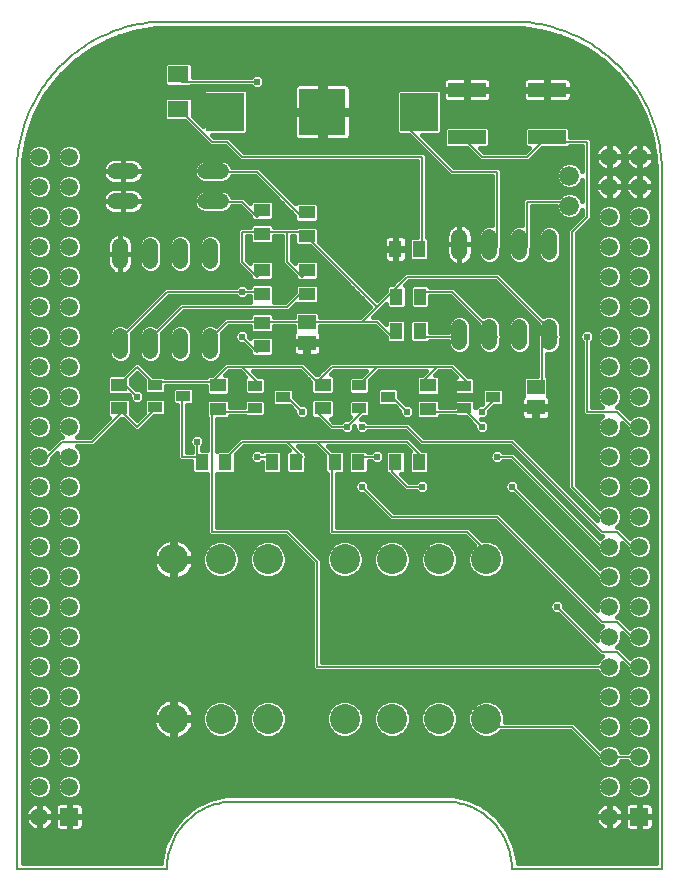
<source format=gtl>
G75*
%MOIN*%
%OFA0B0*%
%FSLAX24Y24*%
%IPPOS*%
%LPD*%
%AMOC8*
5,1,8,0,0,1.08239X$1,22.5*
%
%ADD10C,0.0050*%
%ADD11R,0.0594X0.0594*%
%ADD12C,0.0594*%
%ADD13R,0.0472X0.0354*%
%ADD14R,0.0551X0.0433*%
%ADD15R,0.0433X0.0551*%
%ADD16C,0.0520*%
%ADD17C,0.0660*%
%ADD18R,0.1535X0.1535*%
%ADD19R,0.1260X0.1260*%
%ADD20R,0.0591X0.0512*%
%ADD21C,0.1000*%
%ADD22R,0.0709X0.0551*%
%ADD23R,0.1260X0.0472*%
%ADD24C,0.0160*%
%ADD25C,0.0240*%
D10*
X001450Y006250D02*
X006450Y006250D01*
X006452Y006343D01*
X006458Y006436D01*
X006467Y006528D01*
X006481Y006620D01*
X006498Y006712D01*
X006519Y006802D01*
X006544Y006892D01*
X006572Y006981D01*
X006604Y007068D01*
X006640Y007154D01*
X006679Y007238D01*
X006721Y007321D01*
X006767Y007402D01*
X006816Y007481D01*
X006869Y007557D01*
X006924Y007632D01*
X006983Y007704D01*
X007045Y007774D01*
X007109Y007841D01*
X007176Y007905D01*
X007246Y007967D01*
X007318Y008026D01*
X007393Y008081D01*
X007469Y008134D01*
X007548Y008183D01*
X007629Y008229D01*
X007712Y008271D01*
X007796Y008310D01*
X007882Y008346D01*
X007969Y008378D01*
X008058Y008406D01*
X008148Y008431D01*
X008238Y008452D01*
X008330Y008469D01*
X008422Y008483D01*
X008514Y008492D01*
X008607Y008498D01*
X008700Y008500D01*
X015700Y008500D01*
X015793Y008498D01*
X015886Y008492D01*
X015978Y008483D01*
X016070Y008469D01*
X016162Y008452D01*
X016252Y008431D01*
X016342Y008406D01*
X016431Y008378D01*
X016518Y008346D01*
X016604Y008310D01*
X016688Y008271D01*
X016771Y008229D01*
X016852Y008183D01*
X016931Y008134D01*
X017007Y008081D01*
X017082Y008026D01*
X017154Y007967D01*
X017224Y007905D01*
X017291Y007841D01*
X017355Y007774D01*
X017417Y007704D01*
X017476Y007632D01*
X017531Y007557D01*
X017584Y007481D01*
X017633Y007402D01*
X017679Y007321D01*
X017721Y007238D01*
X017760Y007154D01*
X017796Y007068D01*
X017828Y006981D01*
X017856Y006892D01*
X017881Y006802D01*
X017902Y006712D01*
X017919Y006620D01*
X017933Y006528D01*
X017942Y006436D01*
X017948Y006343D01*
X017950Y006250D01*
X022950Y006250D01*
X022950Y029500D01*
X020450Y030500D02*
X020450Y028000D01*
X019950Y027500D01*
X019950Y019000D01*
X020950Y018000D01*
X021200Y018000D01*
X020950Y017500D02*
X021450Y017500D01*
X021950Y017000D01*
X022200Y017000D01*
X021200Y017000D02*
X020950Y017000D01*
X017950Y020000D01*
X017450Y020000D01*
X017950Y020500D02*
X014950Y020500D01*
X014450Y021000D01*
X012950Y021000D01*
X012950Y021500D02*
X012867Y021624D01*
X012950Y021500D02*
X012450Y021000D01*
X011950Y021000D01*
X011450Y021500D01*
X011637Y021604D01*
X010950Y021500D02*
X010450Y022000D01*
X010316Y021992D01*
X009450Y021500D02*
X009371Y021618D01*
X009450Y021500D02*
X007950Y021500D01*
X008158Y021585D01*
X007950Y021500D02*
X007950Y017500D01*
X010450Y017500D01*
X011450Y016500D01*
X011450Y013000D01*
X021200Y013000D01*
X021450Y013500D02*
X020950Y013500D01*
X019450Y015000D01*
X020950Y014500D02*
X021450Y014500D01*
X021950Y014000D01*
X022200Y014000D01*
X021450Y013500D02*
X021950Y013000D01*
X022200Y013000D01*
X020950Y014500D02*
X017450Y018000D01*
X013950Y018000D01*
X012950Y019000D01*
X012828Y019807D02*
X012950Y020000D01*
X013450Y020000D01*
X013950Y020000D02*
X014068Y019807D01*
X013950Y020000D02*
X013950Y019500D01*
X014450Y019000D01*
X014950Y019000D01*
X014855Y019807D02*
X014950Y020000D01*
X014450Y020500D01*
X011450Y020500D01*
X010450Y020500D01*
X010950Y020000D01*
X010741Y019813D01*
X010450Y020500D02*
X008950Y020500D01*
X008450Y020000D01*
X008400Y019807D01*
X007613Y019807D02*
X007450Y020000D01*
X007450Y020500D01*
X007450Y020000D02*
X006950Y020000D01*
X006950Y022000D01*
X006997Y022018D01*
X006052Y022392D02*
X005950Y022500D01*
X007950Y022500D01*
X008158Y022372D01*
X007950Y022500D02*
X008450Y023000D01*
X008950Y023000D01*
X010950Y023000D01*
X011450Y022500D01*
X011637Y022392D01*
X011450Y022500D02*
X011950Y023000D01*
X013450Y023000D01*
X015450Y023000D01*
X014950Y022500D01*
X015149Y022368D01*
X015450Y023000D02*
X015950Y023000D01*
X016450Y022500D01*
X016369Y022362D01*
X016369Y021614D02*
X016450Y021500D01*
X016950Y021000D01*
X016950Y021500D02*
X017450Y022000D01*
X017314Y021988D01*
X016450Y021500D02*
X014950Y021500D01*
X015149Y021581D01*
X014450Y021500D02*
X013950Y022000D01*
X013812Y021998D01*
X012950Y022500D02*
X013450Y023000D01*
X012950Y022500D02*
X012867Y022372D01*
X013950Y024000D02*
X014086Y024185D01*
X013950Y024000D02*
X013450Y024500D01*
X012950Y024500D01*
X013450Y025000D01*
X010950Y027500D01*
X011103Y027352D01*
X010950Y027500D02*
X010450Y027500D01*
X010450Y026500D01*
X010950Y026000D01*
X011123Y026207D01*
X010950Y025500D02*
X011123Y025419D01*
X010950Y025500D02*
X010450Y025000D01*
X006950Y025000D01*
X005950Y024000D01*
X005895Y023764D01*
X005450Y023000D02*
X004950Y022500D01*
X004861Y022394D01*
X004950Y022500D02*
X005450Y022000D01*
X006052Y021644D02*
X005950Y021500D01*
X005450Y021000D01*
X004950Y021500D01*
X004861Y021606D01*
X004950Y021500D02*
X003950Y020500D01*
X002950Y020500D01*
X002450Y020000D01*
X002200Y020000D01*
X004895Y023764D02*
X004950Y024000D01*
X006450Y025500D01*
X008950Y025500D01*
X009450Y025500D01*
X009629Y025423D01*
X009450Y026000D02*
X009629Y026211D01*
X009450Y026000D02*
X008950Y026500D01*
X008950Y027500D01*
X009450Y027500D01*
X009629Y027423D01*
X009450Y027500D02*
X010450Y027500D01*
X010950Y028000D02*
X011103Y028140D01*
X010950Y028000D02*
X009450Y029500D01*
X008450Y029500D01*
X007993Y029510D01*
X007950Y030500D02*
X006950Y031500D01*
X006834Y031594D01*
X006950Y032500D02*
X006834Y032736D01*
X006950Y032500D02*
X009450Y032500D01*
X008450Y030500D02*
X007950Y030500D01*
X008450Y030500D02*
X008950Y030000D01*
X014950Y030000D01*
X014950Y027000D01*
X014855Y026919D01*
X014450Y026000D02*
X017450Y026000D01*
X019450Y024000D01*
X019202Y024069D01*
X018950Y024000D01*
X018950Y022500D01*
X018741Y022307D01*
X017450Y024000D02*
X017202Y024069D01*
X017450Y024000D02*
X015950Y025500D01*
X014950Y025500D01*
X014885Y025331D01*
X014450Y026000D02*
X013950Y025500D01*
X014097Y025331D01*
X013950Y025500D02*
X013450Y025000D01*
X012950Y024500D02*
X010950Y024500D01*
X011113Y024469D01*
X010950Y024500D02*
X009450Y024500D01*
X009619Y024459D01*
X009450Y024500D02*
X008450Y024500D01*
X007950Y024000D01*
X007895Y023764D01*
X008950Y024000D02*
X009450Y023500D01*
X009619Y023671D01*
X008950Y023000D02*
X009450Y022500D01*
X009371Y022366D01*
X009450Y020000D02*
X009950Y020000D01*
X009954Y019813D01*
X011450Y020500D02*
X011950Y020000D01*
X012040Y019807D01*
X011950Y020000D02*
X011950Y017500D01*
X016450Y017500D01*
X016950Y017000D01*
X017099Y016575D01*
X017950Y019000D02*
X020950Y016000D01*
X021200Y016000D01*
X020950Y017500D02*
X017950Y020500D01*
X020450Y021500D02*
X020450Y024000D01*
X020450Y021500D02*
X021450Y021500D01*
X021950Y021000D01*
X022200Y021000D01*
X018450Y027000D02*
X018202Y027069D01*
X018450Y027000D02*
X018450Y028500D01*
X019950Y028500D01*
X019863Y028364D01*
X018450Y030000D02*
X018950Y030500D01*
X019127Y030650D01*
X019450Y030500D01*
X020450Y030500D01*
X018450Y030000D02*
X016950Y030000D01*
X016450Y030500D01*
X016450Y030650D01*
X015950Y029500D02*
X014450Y031000D01*
X014857Y031486D01*
X015950Y029500D02*
X017450Y029500D01*
X017450Y027000D01*
X017202Y027069D01*
X022950Y029500D02*
X022948Y029640D01*
X022942Y029780D01*
X022932Y029920D01*
X022919Y030060D01*
X022901Y030199D01*
X022879Y030338D01*
X022854Y030475D01*
X022825Y030613D01*
X022792Y030749D01*
X022755Y030884D01*
X022714Y031018D01*
X022669Y031151D01*
X022621Y031283D01*
X022569Y031413D01*
X022514Y031542D01*
X022455Y031669D01*
X022392Y031795D01*
X022326Y031919D01*
X022257Y032040D01*
X022184Y032160D01*
X022107Y032278D01*
X022028Y032393D01*
X021945Y032507D01*
X021859Y032617D01*
X021770Y032726D01*
X021678Y032832D01*
X021583Y032935D01*
X021486Y033036D01*
X021385Y033133D01*
X021282Y033228D01*
X021176Y033320D01*
X021067Y033409D01*
X020957Y033495D01*
X020843Y033578D01*
X020728Y033657D01*
X020610Y033734D01*
X020490Y033807D01*
X020369Y033876D01*
X020245Y033942D01*
X020119Y034005D01*
X019992Y034064D01*
X019863Y034119D01*
X019733Y034171D01*
X019601Y034219D01*
X019468Y034264D01*
X019334Y034305D01*
X019199Y034342D01*
X019063Y034375D01*
X018925Y034404D01*
X018788Y034429D01*
X018649Y034451D01*
X018510Y034469D01*
X018370Y034482D01*
X018230Y034492D01*
X018090Y034498D01*
X017950Y034500D01*
X006450Y034500D01*
X006310Y034498D01*
X006170Y034492D01*
X006030Y034482D01*
X005890Y034469D01*
X005751Y034451D01*
X005612Y034429D01*
X005475Y034404D01*
X005337Y034375D01*
X005201Y034342D01*
X005066Y034305D01*
X004932Y034264D01*
X004799Y034219D01*
X004667Y034171D01*
X004537Y034119D01*
X004408Y034064D01*
X004281Y034005D01*
X004155Y033942D01*
X004031Y033876D01*
X003910Y033807D01*
X003790Y033734D01*
X003672Y033657D01*
X003557Y033578D01*
X003443Y033495D01*
X003333Y033409D01*
X003224Y033320D01*
X003118Y033228D01*
X003015Y033133D01*
X002914Y033036D01*
X002817Y032935D01*
X002722Y032832D01*
X002630Y032726D01*
X002541Y032617D01*
X002455Y032507D01*
X002372Y032393D01*
X002293Y032278D01*
X002216Y032160D01*
X002143Y032040D01*
X002074Y031919D01*
X002008Y031795D01*
X001945Y031669D01*
X001886Y031542D01*
X001831Y031413D01*
X001779Y031283D01*
X001731Y031151D01*
X001686Y031018D01*
X001645Y030884D01*
X001608Y030749D01*
X001575Y030613D01*
X001546Y030475D01*
X001521Y030338D01*
X001499Y030199D01*
X001481Y030060D01*
X001468Y029920D01*
X001458Y029780D01*
X001452Y029640D01*
X001450Y029500D01*
X001450Y006250D01*
X005950Y022500D02*
X005450Y023000D01*
X007993Y028510D02*
X008450Y028500D01*
X008950Y028500D01*
X009450Y028000D01*
X009629Y028211D01*
X014873Y024185D02*
X014950Y024000D01*
X015950Y024000D01*
X016202Y024069D01*
X017099Y011260D02*
X017450Y011000D01*
X019950Y011000D01*
X020950Y010000D01*
X021200Y010000D01*
X022200Y010000D01*
D11*
X022200Y008000D03*
X003200Y008000D03*
D12*
X003200Y009000D03*
X003200Y010000D03*
X003200Y011000D03*
X003200Y012000D03*
X003200Y013000D03*
X003200Y014000D03*
X003200Y015000D03*
X003200Y016000D03*
X003200Y017000D03*
X003200Y018000D03*
X003200Y019000D03*
X003200Y020000D03*
X003200Y021000D03*
X003200Y022000D03*
X003200Y023000D03*
X003200Y024000D03*
X003200Y025000D03*
X003200Y026000D03*
X003200Y027000D03*
X003200Y028000D03*
X003200Y029000D03*
X003200Y030000D03*
X002200Y030000D03*
X002200Y029000D03*
X002200Y028000D03*
X002200Y027000D03*
X002200Y026000D03*
X002200Y025000D03*
X002200Y024000D03*
X002200Y023000D03*
X002200Y022000D03*
X002200Y021000D03*
X002200Y020000D03*
X002200Y019000D03*
X002200Y018000D03*
X002200Y017000D03*
X002200Y016000D03*
X002200Y015000D03*
X002200Y014000D03*
X002200Y013000D03*
X002200Y012000D03*
X002200Y011000D03*
X002200Y010000D03*
X002200Y009000D03*
X002200Y008000D03*
X021200Y008000D03*
X021200Y009000D03*
X021200Y010000D03*
X021200Y011000D03*
X021200Y012000D03*
X021200Y013000D03*
X021200Y014000D03*
X021200Y015000D03*
X021200Y016000D03*
X021200Y017000D03*
X021200Y018000D03*
X021200Y019000D03*
X021200Y020000D03*
X021200Y021000D03*
X021200Y022000D03*
X021200Y023000D03*
X021200Y024000D03*
X021200Y025000D03*
X021200Y026000D03*
X021200Y027000D03*
X021200Y028000D03*
X021200Y029000D03*
X021200Y030000D03*
X022200Y030000D03*
X022200Y029000D03*
X022200Y028000D03*
X022200Y027000D03*
X022200Y026000D03*
X022200Y025000D03*
X022200Y024000D03*
X022200Y023000D03*
X022200Y022000D03*
X022200Y021000D03*
X022200Y020000D03*
X022200Y019000D03*
X022200Y018000D03*
X022200Y017000D03*
X022200Y016000D03*
X022200Y015000D03*
X022200Y014000D03*
X022200Y013000D03*
X022200Y012000D03*
X022200Y011000D03*
X022200Y010000D03*
X022200Y009000D03*
D13*
X016369Y021614D03*
X016369Y022362D03*
X017314Y021988D03*
X013812Y021998D03*
X012867Y021624D03*
X012867Y022372D03*
X010316Y021992D03*
X009371Y021618D03*
X009371Y022366D03*
X006997Y022018D03*
X006052Y022392D03*
X006052Y021644D03*
D14*
X004861Y021606D03*
X004861Y022394D03*
X008158Y022372D03*
X008158Y021585D03*
X009619Y023671D03*
X009619Y024459D03*
X009629Y025423D03*
X009629Y026211D03*
X009629Y027423D03*
X009629Y028211D03*
X011103Y028140D03*
X011103Y027352D03*
X011123Y026207D03*
X011123Y025419D03*
X011637Y022392D03*
X011637Y021604D03*
X015149Y021581D03*
X015149Y022368D03*
D15*
X014873Y024185D03*
X014086Y024185D03*
X014097Y025331D03*
X014885Y025331D03*
X014855Y026919D03*
X014068Y026919D03*
X014068Y019807D03*
X014855Y019807D03*
X012828Y019807D03*
X012040Y019807D03*
X010741Y019813D03*
X009954Y019813D03*
X008400Y019807D03*
X007613Y019807D03*
D16*
X007895Y023504D02*
X007895Y024024D01*
X006895Y024024D02*
X006895Y023504D01*
X005895Y023504D02*
X005895Y024024D01*
X004895Y024024D02*
X004895Y023504D01*
X004895Y026504D02*
X004895Y027024D01*
X005895Y027024D02*
X005895Y026504D01*
X006895Y026504D02*
X006895Y027024D01*
X007895Y027024D02*
X007895Y026504D01*
X007733Y028510D02*
X008253Y028510D01*
X008253Y029510D02*
X007733Y029510D01*
X005253Y029510D02*
X004733Y029510D01*
X004733Y028510D02*
X005253Y028510D01*
X016202Y027329D02*
X016202Y026809D01*
X017202Y026809D02*
X017202Y027329D01*
X018202Y027329D02*
X018202Y026809D01*
X019202Y026809D02*
X019202Y027329D01*
X019202Y024329D02*
X019202Y023809D01*
X018202Y023809D02*
X018202Y024329D01*
X017202Y024329D02*
X017202Y023809D01*
X016202Y023809D02*
X016202Y024329D01*
D17*
X019863Y028364D03*
X019863Y029364D03*
D18*
X011629Y031486D03*
D19*
X008400Y031486D03*
X014857Y031486D03*
D20*
X011113Y024469D03*
X011113Y023799D03*
X018741Y022307D03*
X018741Y021638D03*
D21*
X017099Y016575D03*
X015524Y016575D03*
X013950Y016575D03*
X012375Y016575D03*
X009816Y016575D03*
X008241Y016575D03*
X006666Y016575D03*
X006666Y011260D03*
X008241Y011260D03*
X009816Y011260D03*
X012375Y011260D03*
X013950Y011260D03*
X015524Y011260D03*
X017099Y011260D03*
D22*
X006834Y031594D03*
X006834Y032736D03*
D23*
X016450Y032224D03*
X016450Y030650D03*
X019127Y030650D03*
X019127Y032224D03*
D24*
X019165Y032186D02*
X019165Y032263D01*
X019089Y032263D01*
X019089Y032641D01*
X018473Y032641D01*
X018427Y032628D01*
X018386Y032605D01*
X018353Y032571D01*
X018329Y032530D01*
X018317Y032484D01*
X018317Y032263D01*
X019089Y032263D01*
X019089Y032186D01*
X019165Y032186D01*
X019165Y031808D01*
X019780Y031808D01*
X019826Y031820D01*
X019867Y031844D01*
X019901Y031878D01*
X019925Y031919D01*
X019937Y031964D01*
X019937Y032186D01*
X019165Y032186D01*
X019165Y032262D02*
X021852Y032262D01*
X021967Y032104D02*
X019937Y032104D01*
X019937Y032263D02*
X019937Y032484D01*
X019925Y032530D01*
X019901Y032571D01*
X019867Y032605D01*
X019826Y032628D01*
X019780Y032641D01*
X019165Y032641D01*
X019165Y032263D01*
X019937Y032263D01*
X019937Y032421D02*
X021736Y032421D01*
X021621Y032579D02*
X019893Y032579D01*
X019932Y031945D02*
X022069Y031945D01*
X022038Y032005D02*
X022380Y031335D01*
X022612Y030619D01*
X022730Y029876D01*
X022745Y029500D01*
X022745Y006455D01*
X018155Y006455D01*
X018155Y006527D01*
X018032Y007066D01*
X017792Y007564D01*
X017792Y007564D01*
X017447Y007997D01*
X017447Y007997D01*
X017447Y007997D01*
X017014Y008342D01*
X016516Y008582D01*
X016516Y008582D01*
X015976Y008705D01*
X015785Y008705D01*
X008423Y008705D01*
X007884Y008582D01*
X007884Y008582D01*
X007385Y008342D01*
X006953Y007997D01*
X006953Y007997D01*
X006608Y007564D01*
X006368Y007066D01*
X006245Y006527D01*
X006245Y006455D01*
X001655Y006455D01*
X001655Y029500D01*
X001669Y029876D01*
X001787Y030619D01*
X002020Y031335D01*
X002361Y032005D01*
X002804Y032614D01*
X003336Y033146D01*
X003944Y033588D01*
X004615Y033930D01*
X005330Y034163D01*
X006073Y034280D01*
X006450Y034295D01*
X017950Y034295D01*
X018326Y034280D01*
X019069Y034163D01*
X019785Y033930D01*
X020455Y033588D01*
X021064Y033146D01*
X021596Y032614D01*
X022038Y032005D01*
X022150Y031787D02*
X015617Y031787D01*
X015676Y031878D02*
X015709Y031844D01*
X015750Y031820D01*
X015796Y031808D01*
X016412Y031808D01*
X016412Y032186D01*
X016488Y032186D01*
X016488Y031808D01*
X017103Y031808D01*
X017149Y031820D01*
X017190Y031844D01*
X017224Y031878D01*
X017247Y031919D01*
X017260Y031964D01*
X017260Y032186D01*
X016488Y032186D01*
X016488Y032263D01*
X016412Y032263D01*
X016412Y032641D01*
X015796Y032641D01*
X015750Y032628D01*
X015709Y032605D01*
X015676Y032571D01*
X015652Y032530D01*
X015640Y032484D01*
X015640Y032263D01*
X016412Y032263D01*
X016412Y032186D01*
X015640Y032186D01*
X015640Y031964D01*
X015652Y031919D01*
X015676Y031878D01*
X015645Y031945D02*
X015617Y031945D01*
X015617Y032104D02*
X015640Y032104D01*
X015617Y032170D02*
X015541Y032246D01*
X014173Y032246D01*
X014097Y032170D01*
X014097Y030802D01*
X014173Y030726D01*
X014504Y030726D01*
X015885Y029345D01*
X017295Y029345D01*
X017295Y027712D01*
X017279Y027719D01*
X017124Y027719D01*
X016981Y027660D01*
X016871Y027550D01*
X016812Y027406D01*
X016812Y026731D01*
X016871Y026588D01*
X016981Y026478D01*
X017124Y026419D01*
X017279Y026419D01*
X017423Y026478D01*
X017480Y026535D01*
X017924Y026535D01*
X017981Y026478D01*
X018124Y026419D01*
X018279Y026419D01*
X018423Y026478D01*
X018480Y026535D01*
X018924Y026535D01*
X018981Y026478D01*
X019124Y026419D01*
X019279Y026419D01*
X019423Y026478D01*
X019480Y026535D01*
X019795Y026535D01*
X019795Y018936D01*
X019885Y018845D01*
X020773Y017958D01*
X020773Y017915D01*
X020786Y017883D01*
X018105Y020564D01*
X018014Y020655D01*
X015014Y020655D01*
X014605Y021064D01*
X014514Y021155D01*
X013148Y021155D01*
X013091Y021212D01*
X012999Y021250D01*
X012919Y021250D01*
X012986Y021317D01*
X013157Y021317D01*
X013233Y021393D01*
X013233Y021855D01*
X013157Y021931D01*
X012577Y021931D01*
X012501Y021855D01*
X012501Y021393D01*
X012562Y021332D01*
X012480Y021250D01*
X012400Y021250D01*
X012308Y021212D01*
X012251Y021155D01*
X012014Y021155D01*
X011911Y021258D01*
X011966Y021258D01*
X012042Y021334D01*
X012042Y021875D01*
X011966Y021951D01*
X011307Y021951D01*
X011231Y021875D01*
X011231Y021334D01*
X011307Y021258D01*
X011473Y021258D01*
X011885Y020845D01*
X012251Y020845D01*
X012308Y020788D01*
X012400Y020750D01*
X012499Y020750D01*
X012591Y020788D01*
X012662Y020858D01*
X012700Y020950D01*
X012738Y020858D01*
X012808Y020788D01*
X012900Y020750D01*
X012999Y020750D01*
X013091Y020788D01*
X013148Y020845D01*
X014385Y020845D01*
X014885Y020345D01*
X017885Y020345D01*
X020885Y017345D01*
X020941Y017345D01*
X020882Y017286D01*
X018014Y020155D01*
X017648Y020155D01*
X017591Y020212D01*
X017499Y020250D01*
X017400Y020250D01*
X017308Y020212D01*
X017238Y020142D01*
X017200Y020050D01*
X017200Y019950D01*
X017238Y019858D01*
X017308Y019788D01*
X017400Y019750D01*
X017499Y019750D01*
X017591Y019788D01*
X017648Y019845D01*
X017885Y019845D01*
X020773Y016958D01*
X020773Y016915D01*
X020838Y016758D01*
X020958Y016638D01*
X021115Y016573D01*
X021285Y016573D01*
X021441Y016638D01*
X021562Y016758D01*
X021627Y016915D01*
X021627Y017085D01*
X021613Y017117D01*
X021773Y016958D01*
X021773Y016915D01*
X021838Y016758D01*
X021958Y016638D01*
X022115Y016573D01*
X022285Y016573D01*
X022441Y016638D01*
X022562Y016758D01*
X022627Y016915D01*
X022627Y017085D01*
X022562Y017242D01*
X022441Y017362D01*
X022285Y017427D01*
X022115Y017427D01*
X021958Y017362D01*
X021882Y017286D01*
X021605Y017564D01*
X021514Y017655D01*
X021458Y017655D01*
X021562Y017758D01*
X021627Y017915D01*
X021627Y018085D01*
X021562Y018242D01*
X021441Y018362D01*
X021285Y018427D01*
X021115Y018427D01*
X020958Y018362D01*
X020882Y018286D01*
X020105Y019064D01*
X020105Y026535D01*
X022680Y026535D01*
X022680Y011457D01*
X017700Y011457D01*
X017633Y011617D01*
X017456Y011794D01*
X017225Y011890D01*
X017456Y011794D01*
X017633Y011617D01*
X017729Y011385D01*
X017729Y011155D01*
X020014Y011155D01*
X020105Y011064D01*
X020882Y010286D01*
X020958Y010362D01*
X021115Y010427D01*
X021285Y010427D01*
X021441Y010362D01*
X021562Y010242D01*
X021598Y010155D01*
X021802Y010155D01*
X021838Y010242D01*
X021958Y010362D01*
X022115Y010427D01*
X022285Y010427D01*
X022441Y010362D01*
X022562Y010242D01*
X022627Y010085D01*
X022627Y009915D01*
X022562Y009758D01*
X022441Y009638D01*
X022285Y009573D01*
X022115Y009573D01*
X021958Y009638D01*
X021838Y009758D01*
X021802Y009845D01*
X021598Y009845D01*
X021562Y009758D01*
X021441Y009638D01*
X021285Y009573D01*
X021115Y009573D01*
X020958Y009638D01*
X020838Y009758D01*
X020773Y009915D01*
X020773Y009958D01*
X019885Y010845D01*
X017575Y010845D01*
X017456Y010726D01*
X017225Y010630D01*
X016974Y010630D01*
X016742Y010726D01*
X016565Y010903D01*
X016469Y011135D01*
X016469Y011385D01*
X016565Y011617D01*
X016499Y011457D01*
X016125Y011457D01*
X016059Y011617D01*
X015881Y011794D01*
X015650Y011890D01*
X015399Y011890D01*
X015168Y011794D01*
X014990Y011617D01*
X014924Y011457D01*
X014550Y011457D01*
X014484Y011617D01*
X014307Y011794D01*
X014075Y011890D01*
X013824Y011890D01*
X013593Y011794D01*
X013416Y011617D01*
X013349Y011457D01*
X012975Y011457D01*
X012909Y011617D01*
X012732Y011794D01*
X012500Y011890D01*
X012250Y011890D01*
X012018Y011794D01*
X011841Y011617D01*
X011775Y011457D01*
X010416Y011457D01*
X010350Y011617D01*
X010173Y011794D01*
X009941Y011890D01*
X009691Y011890D01*
X009459Y011794D01*
X009282Y011617D01*
X009215Y011457D01*
X008841Y011457D01*
X008775Y011617D01*
X008598Y011794D01*
X008366Y011890D01*
X008116Y011890D01*
X007884Y011794D01*
X007707Y011617D01*
X007641Y011457D01*
X007317Y011457D01*
X007312Y011479D01*
X007277Y011561D01*
X007233Y011638D01*
X007179Y011709D01*
X007116Y011772D01*
X007045Y011826D01*
X006968Y011871D01*
X006885Y011905D01*
X006799Y011928D01*
X006711Y011940D01*
X006709Y011940D01*
X006709Y011457D01*
X006623Y011457D01*
X006623Y011940D01*
X006622Y011940D01*
X006533Y011928D01*
X006447Y011905D01*
X006365Y011871D01*
X006288Y011826D01*
X006217Y011772D01*
X006154Y011709D01*
X006100Y011638D01*
X006055Y011561D01*
X006021Y011479D01*
X006015Y011457D01*
X001686Y011457D01*
X001686Y026496D01*
X001655Y026527D01*
X001655Y026535D01*
X004455Y026535D01*
X004455Y026469D01*
X004465Y026401D01*
X004487Y026335D01*
X004518Y026273D01*
X004559Y026217D01*
X004608Y026168D01*
X004664Y026127D01*
X004726Y026096D01*
X004792Y026075D01*
X004860Y026064D01*
X004895Y026064D01*
X004929Y026064D01*
X004998Y026075D01*
X005063Y026096D01*
X005125Y026127D01*
X005181Y026168D01*
X005230Y026217D01*
X005271Y026273D01*
X005302Y026335D01*
X005324Y026401D01*
X005335Y026469D01*
X005335Y026535D01*
X005505Y026535D01*
X005505Y026426D01*
X005564Y026283D01*
X005674Y026173D01*
X005817Y026114D01*
X005972Y026114D01*
X006115Y026173D01*
X006225Y026283D01*
X006285Y026426D01*
X006285Y026535D01*
X006505Y026535D01*
X006505Y026426D01*
X006564Y026283D01*
X006674Y026173D01*
X006817Y026114D01*
X006972Y026114D01*
X007115Y026173D01*
X007225Y026283D01*
X007285Y026426D01*
X007285Y026535D01*
X007505Y026535D01*
X007505Y026426D01*
X007564Y026283D01*
X007674Y026173D01*
X007817Y026114D01*
X007972Y026114D01*
X008115Y026173D01*
X008225Y026283D01*
X008285Y026426D01*
X008285Y026535D01*
X008795Y026535D01*
X008795Y026436D01*
X008885Y026345D01*
X009223Y026007D01*
X009223Y025940D01*
X009299Y025864D01*
X009366Y025864D01*
X009385Y025845D01*
X009393Y025845D01*
X009398Y025840D01*
X009456Y025845D01*
X009514Y025845D01*
X009519Y025850D01*
X009526Y025851D01*
X009538Y025864D01*
X009958Y025864D01*
X010034Y025940D01*
X010034Y026481D01*
X009980Y026535D01*
X010295Y026535D01*
X010295Y026436D01*
X010385Y026345D01*
X010717Y026013D01*
X010717Y025936D01*
X010793Y025860D01*
X010870Y025860D01*
X010885Y025845D01*
X010893Y025845D01*
X010899Y025840D01*
X010956Y025845D01*
X011014Y025845D01*
X011019Y025851D01*
X011027Y025851D01*
X011035Y025860D01*
X011452Y025860D01*
X011529Y025936D01*
X011529Y026477D01*
X011470Y026535D01*
X011695Y026535D01*
X013230Y025000D01*
X012885Y024655D01*
X011538Y024655D01*
X011538Y024778D01*
X011462Y024854D01*
X010764Y024854D01*
X010688Y024778D01*
X010688Y024655D01*
X010025Y024655D01*
X010025Y024729D01*
X009948Y024805D01*
X009290Y024805D01*
X009213Y024729D01*
X009213Y024655D01*
X008385Y024655D01*
X008094Y024363D01*
X007972Y024414D01*
X007817Y024414D01*
X007674Y024354D01*
X007564Y024245D01*
X007505Y024101D01*
X007505Y023426D01*
X007564Y023283D01*
X007674Y023173D01*
X007817Y023114D01*
X007972Y023114D01*
X008115Y023173D01*
X008225Y023283D01*
X008285Y023426D01*
X008285Y024101D01*
X008280Y024111D01*
X008514Y024345D01*
X009213Y024345D01*
X009213Y024188D01*
X009290Y024112D01*
X009948Y024112D01*
X010025Y024188D01*
X010025Y024345D01*
X010688Y024345D01*
X010688Y024180D01*
X010674Y024166D01*
X010650Y024125D01*
X010638Y024079D01*
X010638Y023847D01*
X011065Y023847D01*
X011065Y023751D01*
X011161Y023751D01*
X011161Y023363D01*
X011432Y023363D01*
X011478Y023376D01*
X011519Y023399D01*
X011552Y023433D01*
X011576Y023474D01*
X011588Y023520D01*
X011588Y023751D01*
X011161Y023751D01*
X011161Y023363D01*
X011432Y023363D01*
X011478Y023376D01*
X011519Y023399D01*
X011552Y023433D01*
X011576Y023474D01*
X011588Y023520D01*
X011588Y023751D01*
X011161Y023751D01*
X011065Y023751D01*
X011065Y023363D01*
X010794Y023363D01*
X010748Y023376D01*
X010707Y023399D01*
X010674Y023433D01*
X010650Y023474D01*
X010638Y023520D01*
X010638Y023751D01*
X011065Y023751D01*
X011065Y023363D01*
X010794Y023363D01*
X010748Y023376D01*
X010707Y023399D01*
X010674Y023433D01*
X010650Y023474D01*
X010638Y023520D01*
X010638Y023751D01*
X011065Y023751D01*
X011065Y023847D01*
X010638Y023847D01*
X010638Y024079D01*
X010650Y024125D01*
X010674Y024166D01*
X010688Y024180D01*
X010688Y024345D01*
X010025Y024345D01*
X010025Y024188D01*
X009948Y024112D01*
X009290Y024112D01*
X009213Y024188D01*
X009213Y024345D01*
X008514Y024345D01*
X008280Y024111D01*
X008285Y024101D01*
X008285Y023426D01*
X008225Y023283D01*
X008115Y023173D01*
X007972Y023114D01*
X007817Y023114D01*
X007674Y023173D01*
X007564Y023283D01*
X007505Y023426D01*
X007505Y024101D01*
X007564Y024245D01*
X007674Y024354D01*
X007817Y024414D01*
X007972Y024414D01*
X008094Y024363D01*
X008385Y024655D01*
X009213Y024655D01*
X009213Y024729D01*
X009290Y024805D01*
X009948Y024805D01*
X010025Y024729D01*
X010025Y024655D01*
X010688Y024655D01*
X010688Y024778D01*
X010764Y024854D01*
X011462Y024854D01*
X011538Y024778D01*
X011538Y024655D01*
X012885Y024655D01*
X013230Y025000D01*
X011225Y027006D01*
X010774Y027006D01*
X010698Y027082D01*
X010698Y027345D01*
X010605Y027345D01*
X010605Y026564D01*
X010717Y026452D01*
X010633Y026535D01*
X010776Y026535D01*
X010717Y026477D01*
X010717Y026452D01*
X010717Y026477D01*
X010793Y026553D01*
X011452Y026553D01*
X011529Y026477D01*
X011529Y025936D01*
X011452Y025860D01*
X011035Y025860D01*
X011027Y025851D01*
X011019Y025851D01*
X011014Y025845D01*
X010956Y025845D01*
X010899Y025840D01*
X010893Y025845D01*
X010885Y025845D01*
X010870Y025860D01*
X010793Y025860D01*
X010717Y025936D01*
X010717Y026013D01*
X010385Y026345D01*
X010295Y026436D01*
X010295Y027345D01*
X010034Y027345D01*
X010034Y027153D01*
X009958Y027077D01*
X009299Y027077D01*
X009223Y027153D01*
X009223Y027345D01*
X009105Y027345D01*
X009105Y026564D01*
X009223Y026446D01*
X009133Y026535D01*
X009278Y026535D01*
X009223Y026481D01*
X009223Y026446D01*
X009223Y026481D01*
X009299Y026557D01*
X009958Y026557D01*
X010034Y026481D01*
X010034Y025940D01*
X009958Y025864D01*
X009538Y025864D01*
X009526Y025851D01*
X009519Y025850D01*
X009514Y025845D01*
X009456Y025845D01*
X009398Y025840D01*
X009393Y025845D01*
X009385Y025845D01*
X009366Y025864D01*
X009299Y025864D01*
X009223Y025940D01*
X009223Y026007D01*
X008885Y026345D01*
X008795Y026436D01*
X008795Y027564D01*
X008885Y027655D01*
X009223Y027655D01*
X009223Y027694D01*
X009299Y027770D01*
X009958Y027770D01*
X010034Y027694D01*
X010034Y027655D01*
X010730Y027655D01*
X010774Y027699D01*
X011433Y027699D01*
X011509Y027623D01*
X011509Y027160D01*
X013450Y025219D01*
X012133Y026535D01*
X013706Y026535D01*
X013707Y026533D01*
X013741Y026500D01*
X013782Y026476D01*
X013828Y026464D01*
X014040Y026464D01*
X014040Y026535D01*
X014096Y026535D01*
X014096Y026464D01*
X014308Y026464D01*
X014354Y026476D01*
X014395Y026500D01*
X014428Y026533D01*
X014430Y026535D01*
X014563Y026535D01*
X014585Y026514D01*
X015126Y026514D01*
X015147Y026535D01*
X015856Y026535D01*
X015866Y026522D01*
X015915Y026473D01*
X015971Y026433D01*
X016033Y026401D01*
X016099Y026380D01*
X016167Y026369D01*
X016202Y026369D01*
X016236Y026369D01*
X016305Y026380D01*
X016371Y026401D01*
X016432Y026433D01*
X016488Y026473D01*
X016537Y026522D01*
X016547Y026535D01*
X016924Y026535D01*
X016981Y026478D01*
X017124Y026419D01*
X017279Y026419D01*
X017423Y026478D01*
X017532Y026588D01*
X017592Y026731D01*
X017592Y026923D01*
X017605Y026936D01*
X017605Y026979D01*
X017616Y027020D01*
X017605Y027041D01*
X017605Y029564D01*
X017514Y029655D01*
X016014Y029655D01*
X014943Y030726D01*
X015541Y030726D01*
X015617Y030802D01*
X015617Y032170D01*
X015640Y032421D02*
X012468Y032421D01*
X012466Y032422D02*
X012420Y032434D01*
X011709Y032434D01*
X011709Y031566D01*
X012577Y031566D01*
X012577Y032278D01*
X012564Y032323D01*
X012541Y032364D01*
X012507Y032398D01*
X012466Y032422D01*
X012577Y032262D02*
X016412Y032262D01*
X016488Y032263D02*
X016488Y032641D01*
X017103Y032641D01*
X017149Y032628D01*
X017190Y032605D01*
X017224Y032571D01*
X017247Y032530D01*
X017260Y032484D01*
X017260Y032263D01*
X016488Y032263D01*
X016488Y032262D02*
X019089Y032262D01*
X019089Y032186D02*
X018317Y032186D01*
X018317Y031964D01*
X018329Y031919D01*
X018353Y031878D01*
X018386Y031844D01*
X018427Y031820D01*
X018473Y031808D01*
X019089Y031808D01*
X019089Y032186D01*
X019089Y032104D02*
X019165Y032104D01*
X019165Y031945D02*
X019089Y031945D01*
X019089Y032421D02*
X019165Y032421D01*
X019165Y032579D02*
X019089Y032579D01*
X018361Y032579D02*
X017216Y032579D01*
X017260Y032421D02*
X018317Y032421D01*
X018317Y032104D02*
X017260Y032104D01*
X017254Y031945D02*
X018322Y031945D01*
X018443Y031016D02*
X018367Y030940D01*
X018367Y030360D01*
X017210Y030360D01*
X017210Y030940D01*
X017133Y031016D01*
X015766Y031016D01*
X015690Y030940D01*
X015690Y030360D01*
X015309Y030360D01*
X015467Y030202D02*
X016529Y030202D01*
X016447Y030283D02*
X016795Y029936D01*
X016885Y029845D01*
X018514Y029845D01*
X018952Y030283D01*
X019811Y030283D01*
X019872Y030345D01*
X020295Y030345D01*
X020295Y029524D01*
X020253Y029625D01*
X020124Y029754D01*
X019955Y029824D01*
X019772Y029824D01*
X019603Y029754D01*
X019473Y029625D01*
X019403Y029456D01*
X019403Y029273D01*
X019473Y029104D01*
X019603Y028974D01*
X019772Y028904D01*
X019955Y028904D01*
X020124Y028974D01*
X020253Y029104D01*
X020295Y029204D01*
X020295Y028524D01*
X020253Y028625D01*
X020124Y028754D01*
X019955Y028824D01*
X019772Y028824D01*
X019603Y028754D01*
X019503Y028655D01*
X018385Y028655D01*
X018295Y028564D01*
X018295Y027712D01*
X018279Y027719D01*
X018124Y027719D01*
X017981Y027660D01*
X017871Y027550D01*
X017812Y027406D01*
X017812Y026731D01*
X017871Y026588D01*
X017981Y026478D01*
X018124Y026419D01*
X018279Y026419D01*
X018423Y026478D01*
X018532Y026588D01*
X018592Y026731D01*
X018592Y026923D01*
X018605Y026936D01*
X018605Y026979D01*
X018616Y027020D01*
X018605Y027041D01*
X018605Y028345D01*
X019403Y028345D01*
X019403Y028273D01*
X019473Y028104D01*
X019603Y027974D01*
X019772Y027904D01*
X019955Y027904D01*
X020124Y027974D01*
X020253Y028104D01*
X020295Y028204D01*
X020295Y028064D01*
X019795Y027564D01*
X019795Y018936D01*
X019885Y018845D01*
X020773Y017958D01*
X020773Y017915D01*
X020786Y017883D01*
X018105Y020564D01*
X018014Y020655D01*
X015014Y020655D01*
X014605Y021064D01*
X014514Y021155D01*
X013148Y021155D01*
X013091Y021212D01*
X012999Y021250D01*
X012919Y021250D01*
X012986Y021317D01*
X013157Y021317D01*
X013233Y021393D01*
X013233Y021855D01*
X013157Y021931D01*
X012577Y021931D01*
X012501Y021855D01*
X012501Y021393D01*
X012562Y021332D01*
X012480Y021250D01*
X012400Y021250D01*
X012308Y021212D01*
X012251Y021155D01*
X012014Y021155D01*
X011911Y021258D01*
X011966Y021258D01*
X012042Y021334D01*
X012042Y021875D01*
X011966Y021951D01*
X011307Y021951D01*
X011231Y021875D01*
X011231Y021334D01*
X011307Y021258D01*
X011473Y021258D01*
X011885Y020845D01*
X012251Y020845D01*
X012308Y020788D01*
X012400Y020750D01*
X012499Y020750D01*
X012591Y020788D01*
X012662Y020858D01*
X012700Y020950D01*
X012700Y021031D01*
X012700Y021031D01*
X012700Y020950D01*
X012738Y020858D01*
X012808Y020788D01*
X012900Y020750D01*
X012999Y020750D01*
X013091Y020788D01*
X013148Y020845D01*
X014385Y020845D01*
X014885Y020345D01*
X017885Y020345D01*
X020885Y017345D01*
X020941Y017345D01*
X020882Y017286D01*
X018014Y020155D01*
X017648Y020155D01*
X017591Y020212D01*
X017499Y020250D01*
X017400Y020250D01*
X017308Y020212D01*
X017238Y020142D01*
X017200Y020050D01*
X017200Y019950D01*
X017238Y019858D01*
X017308Y019788D01*
X017400Y019750D01*
X017499Y019750D01*
X017591Y019788D01*
X017648Y019845D01*
X017885Y019845D01*
X020773Y016958D01*
X020773Y016915D01*
X020838Y016758D01*
X020958Y016638D01*
X021115Y016573D01*
X021285Y016573D01*
X021441Y016638D01*
X021562Y016758D01*
X021627Y016915D01*
X021627Y017085D01*
X021613Y017117D01*
X021773Y016958D01*
X021773Y016915D01*
X021838Y016758D01*
X021958Y016638D01*
X022115Y016573D01*
X022285Y016573D01*
X022441Y016638D01*
X022562Y016758D01*
X022627Y016915D01*
X022627Y017085D01*
X022562Y017242D01*
X022441Y017362D01*
X022285Y017427D01*
X022115Y017427D01*
X021958Y017362D01*
X021882Y017286D01*
X021605Y017564D01*
X021514Y017655D01*
X021458Y017655D01*
X021562Y017758D01*
X021627Y017915D01*
X021627Y018085D01*
X021562Y018242D01*
X021441Y018362D01*
X021285Y018427D01*
X021115Y018427D01*
X020958Y018362D01*
X020882Y018286D01*
X020105Y019064D01*
X020105Y027436D01*
X020514Y027845D01*
X020605Y027936D01*
X020605Y030564D01*
X020514Y030655D01*
X019887Y030655D01*
X019887Y030940D01*
X019811Y031016D01*
X018443Y031016D01*
X018421Y030994D02*
X017155Y030994D01*
X017210Y030836D02*
X018367Y030836D01*
X018367Y030677D02*
X017210Y030677D01*
X017210Y030519D02*
X018367Y030519D01*
X018367Y030360D02*
X018443Y030283D01*
X018514Y030283D01*
X018385Y030155D01*
X017014Y030155D01*
X016885Y030283D01*
X017133Y030283D01*
X017210Y030360D01*
X016967Y030202D02*
X018432Y030202D01*
X018712Y030043D02*
X020295Y030043D01*
X020295Y029885D02*
X018553Y029885D01*
X018870Y030202D02*
X020295Y030202D01*
X020605Y030202D02*
X020767Y030202D01*
X020758Y030183D02*
X020735Y030112D01*
X020723Y030038D01*
X020723Y030018D01*
X021181Y030018D01*
X021181Y029982D01*
X020723Y029982D01*
X020723Y029962D01*
X020735Y029888D01*
X020758Y029817D01*
X020792Y029750D01*
X020836Y029689D01*
X020889Y029636D01*
X020950Y029592D01*
X021017Y029558D01*
X021088Y029535D01*
X021162Y029523D01*
X021181Y029523D01*
X021181Y029982D01*
X021218Y029982D01*
X021218Y030018D01*
X021677Y030018D01*
X021677Y030038D01*
X021665Y030112D01*
X021642Y030183D01*
X021608Y030250D01*
X021563Y030311D01*
X021510Y030364D01*
X021450Y030408D01*
X021383Y030442D01*
X021311Y030465D01*
X021237Y030477D01*
X021218Y030477D01*
X021218Y030018D01*
X021181Y030018D01*
X021181Y030477D01*
X021162Y030477D01*
X021088Y030465D01*
X021017Y030442D01*
X020950Y030408D01*
X020889Y030364D01*
X020836Y030311D01*
X020792Y030250D01*
X020758Y030183D01*
X020724Y030043D02*
X020605Y030043D01*
X020605Y029885D02*
X020736Y029885D01*
X020809Y029726D02*
X020605Y029726D01*
X020605Y029568D02*
X020998Y029568D01*
X021017Y029442D02*
X020950Y029408D01*
X020889Y029364D01*
X020836Y029311D01*
X020792Y029250D01*
X020758Y029183D01*
X020735Y029112D01*
X020723Y029038D01*
X020723Y029018D01*
X021181Y029018D01*
X021181Y028982D01*
X020723Y028982D01*
X020723Y028962D01*
X020735Y028888D01*
X020758Y028817D01*
X020792Y028750D01*
X020836Y028689D01*
X020889Y028636D01*
X020950Y028592D01*
X021017Y028558D01*
X021088Y028535D01*
X021162Y028523D01*
X021181Y028523D01*
X021181Y028982D01*
X021218Y028982D01*
X021218Y029018D01*
X021677Y029018D01*
X021677Y029038D01*
X021665Y029112D01*
X021642Y029183D01*
X021608Y029250D01*
X021563Y029311D01*
X021510Y029364D01*
X021450Y029408D01*
X021383Y029442D01*
X021311Y029465D01*
X021237Y029477D01*
X021218Y029477D01*
X021218Y029018D01*
X021181Y029018D01*
X021181Y029477D01*
X021162Y029477D01*
X021088Y029465D01*
X021017Y029442D01*
X020952Y029409D02*
X020605Y029409D01*
X020605Y029251D02*
X020792Y029251D01*
X020731Y029092D02*
X020605Y029092D01*
X020605Y028934D02*
X020727Y028934D01*
X020779Y028775D02*
X020605Y028775D01*
X020605Y028617D02*
X020916Y028617D01*
X020958Y028362D02*
X020838Y028242D01*
X020773Y028085D01*
X020773Y027915D01*
X020838Y027758D01*
X020958Y027638D01*
X021115Y027573D01*
X021285Y027573D01*
X021441Y027638D01*
X021562Y027758D01*
X021627Y027915D01*
X021627Y028085D01*
X021562Y028242D01*
X021441Y028362D01*
X021285Y028427D01*
X021115Y028427D01*
X020958Y028362D01*
X020896Y028300D02*
X020605Y028300D01*
X020605Y028458D02*
X022745Y028458D01*
X022745Y028300D02*
X022504Y028300D01*
X022562Y028242D02*
X022441Y028362D01*
X022285Y028427D01*
X022115Y028427D01*
X021958Y028362D01*
X021838Y028242D01*
X021773Y028085D01*
X021773Y027915D01*
X021838Y027758D01*
X021958Y027638D01*
X022115Y027573D01*
X022285Y027573D01*
X022441Y027638D01*
X022562Y027758D01*
X022627Y027915D01*
X022627Y028085D01*
X022562Y028242D01*
X022603Y028141D02*
X022745Y028141D01*
X022745Y027983D02*
X022627Y027983D01*
X022589Y027824D02*
X022745Y027824D01*
X022745Y027666D02*
X022469Y027666D01*
X022285Y027427D02*
X022115Y027427D01*
X021958Y027362D01*
X021838Y027242D01*
X021773Y027085D01*
X021773Y026915D01*
X021838Y026758D01*
X021958Y026638D01*
X022115Y026573D01*
X022285Y026573D01*
X022441Y026638D01*
X022562Y026758D01*
X022627Y026915D01*
X022627Y027085D01*
X022562Y027242D01*
X022441Y027362D01*
X022285Y027427D01*
X022455Y027349D02*
X022745Y027349D01*
X022745Y027507D02*
X020176Y027507D01*
X020105Y027349D02*
X020945Y027349D01*
X020958Y027362D02*
X020838Y027242D01*
X020773Y027085D01*
X020773Y026915D01*
X020838Y026758D01*
X020958Y026638D01*
X021115Y026573D01*
X021285Y026573D01*
X021441Y026638D01*
X021562Y026758D01*
X021627Y026915D01*
X021627Y027085D01*
X021562Y027242D01*
X021441Y027362D01*
X021285Y027427D01*
X021115Y027427D01*
X020958Y027362D01*
X020816Y027190D02*
X020105Y027190D01*
X020105Y027032D02*
X020773Y027032D01*
X020790Y026873D02*
X020105Y026873D01*
X020105Y026715D02*
X020881Y026715D01*
X021044Y026398D02*
X020105Y026398D01*
X021044Y026398D01*
X021115Y026427D02*
X020958Y026362D01*
X020838Y026242D01*
X020773Y026085D01*
X020773Y025915D01*
X020838Y025758D01*
X020958Y025638D01*
X021115Y025573D01*
X021285Y025573D01*
X021441Y025638D01*
X021562Y025758D01*
X021627Y025915D01*
X021627Y026085D01*
X021562Y026242D01*
X021441Y026362D01*
X021285Y026427D01*
X021115Y026427D01*
X020958Y026362D01*
X020838Y026242D01*
X020773Y026085D01*
X020773Y025915D01*
X020838Y025758D01*
X020958Y025638D01*
X021115Y025573D01*
X021285Y025573D01*
X021441Y025638D01*
X021562Y025758D01*
X021627Y025915D01*
X021627Y026085D01*
X021562Y026242D01*
X021441Y026362D01*
X021285Y026427D01*
X021115Y026427D01*
X021355Y026398D02*
X022044Y026398D01*
X021355Y026398D01*
X021563Y026239D02*
X021837Y026239D01*
X021563Y026239D01*
X021627Y026081D02*
X021773Y026081D01*
X021627Y026081D01*
X021773Y026085D02*
X021773Y025915D01*
X021838Y025758D01*
X021958Y025638D01*
X022115Y025573D01*
X022285Y025573D01*
X022441Y025638D01*
X022562Y025758D01*
X022627Y025915D01*
X022627Y026085D01*
X022562Y026242D01*
X022441Y026362D01*
X022285Y026427D01*
X022115Y026427D01*
X021958Y026362D01*
X021838Y026242D01*
X021773Y026085D01*
X021773Y025915D01*
X021838Y025758D01*
X021958Y025638D01*
X022115Y025573D01*
X022285Y025573D01*
X022441Y025638D01*
X022562Y025758D01*
X022627Y025915D01*
X022627Y026085D01*
X022562Y026242D01*
X022441Y026362D01*
X022285Y026427D01*
X022115Y026427D01*
X021958Y026362D01*
X021838Y026242D01*
X021773Y026085D01*
X021773Y025922D02*
X021627Y025922D01*
X021773Y025922D01*
X021836Y025764D02*
X021564Y025764D01*
X021836Y025764D01*
X022038Y025605D02*
X021362Y025605D01*
X022038Y025605D01*
X022115Y025427D02*
X021958Y025362D01*
X021838Y025242D01*
X021773Y025085D01*
X021773Y024915D01*
X021838Y024758D01*
X021958Y024638D01*
X022115Y024573D01*
X022285Y024573D01*
X022441Y024638D01*
X022562Y024758D01*
X022627Y024915D01*
X022627Y025085D01*
X022562Y025242D01*
X022441Y025362D01*
X022285Y025427D01*
X022115Y025427D01*
X021958Y025362D01*
X021838Y025242D01*
X021773Y025085D01*
X021773Y024915D01*
X021838Y024758D01*
X021958Y024638D01*
X022115Y024573D01*
X022285Y024573D01*
X022441Y024638D01*
X022562Y024758D01*
X022627Y024915D01*
X022627Y025085D01*
X022562Y025242D01*
X022441Y025362D01*
X022285Y025427D01*
X022115Y025427D01*
X021884Y025288D02*
X021515Y025288D01*
X021884Y025288D01*
X021791Y025130D02*
X021608Y025130D01*
X021791Y025130D01*
X021773Y024971D02*
X021627Y024971D01*
X021773Y024971D01*
X021627Y024915D02*
X021562Y024758D01*
X021441Y024638D01*
X021285Y024573D01*
X021115Y024573D01*
X020958Y024638D01*
X020838Y024758D01*
X020773Y024915D01*
X020773Y025085D01*
X020838Y025242D01*
X020958Y025362D01*
X021115Y025427D01*
X021285Y025427D01*
X021441Y025362D01*
X021562Y025242D01*
X021627Y025085D01*
X021627Y024915D01*
X021562Y024758D01*
X021441Y024638D01*
X021285Y024573D01*
X021115Y024573D01*
X020958Y024638D01*
X020838Y024758D01*
X020773Y024915D01*
X020773Y025085D01*
X020838Y025242D01*
X020958Y025362D01*
X021115Y025427D01*
X021285Y025427D01*
X021441Y025362D01*
X021562Y025242D01*
X021627Y025085D01*
X021627Y024915D01*
X021584Y024813D02*
X021815Y024813D01*
X021584Y024813D01*
X021457Y024654D02*
X021942Y024654D01*
X021457Y024654D01*
X021285Y024427D02*
X021115Y024427D01*
X020958Y024362D01*
X020838Y024242D01*
X020773Y024085D01*
X020773Y023915D01*
X020838Y023758D01*
X020958Y023638D01*
X021115Y023573D01*
X021285Y023573D01*
X021441Y023638D01*
X021562Y023758D01*
X021627Y023915D01*
X021627Y024085D01*
X021562Y024242D01*
X021441Y024362D01*
X021285Y024427D01*
X021115Y024427D01*
X020958Y024362D01*
X020838Y024242D01*
X020773Y024085D01*
X020773Y023915D01*
X020838Y023758D01*
X020958Y023638D01*
X021115Y023573D01*
X021285Y023573D01*
X021441Y023638D01*
X021562Y023758D01*
X021627Y023915D01*
X021627Y024085D01*
X021562Y024242D01*
X021441Y024362D01*
X021285Y024427D01*
X021466Y024337D02*
X021933Y024337D01*
X021466Y024337D01*
X021588Y024179D02*
X021812Y024179D01*
X021588Y024179D01*
X021627Y024020D02*
X021773Y024020D01*
X021627Y024020D01*
X021773Y024085D02*
X021773Y023915D01*
X021838Y023758D01*
X021958Y023638D01*
X022115Y023573D01*
X022285Y023573D01*
X022441Y023638D01*
X022562Y023758D01*
X022627Y023915D01*
X022627Y024085D01*
X022562Y024242D01*
X022441Y024362D01*
X022285Y024427D01*
X022115Y024427D01*
X021958Y024362D01*
X021838Y024242D01*
X021773Y024085D01*
X021773Y023915D01*
X021838Y023758D01*
X021958Y023638D01*
X022115Y023573D01*
X022285Y023573D01*
X022441Y023638D01*
X022562Y023758D01*
X022627Y023915D01*
X022627Y024085D01*
X022562Y024242D01*
X022441Y024362D01*
X022285Y024427D01*
X022115Y024427D01*
X021958Y024362D01*
X021838Y024242D01*
X021773Y024085D01*
X021795Y023862D02*
X021604Y023862D01*
X021795Y023862D01*
X021893Y023703D02*
X021506Y023703D01*
X021893Y023703D01*
X022016Y023386D02*
X021383Y023386D01*
X022016Y023386D01*
X021958Y023362D02*
X021838Y023242D01*
X021773Y023085D01*
X021773Y022915D01*
X021838Y022758D01*
X021958Y022638D01*
X022115Y022573D01*
X022285Y022573D01*
X022441Y022638D01*
X022562Y022758D01*
X022627Y022915D01*
X022627Y023085D01*
X022562Y023242D01*
X022441Y023362D01*
X022285Y023427D01*
X022115Y023427D01*
X021958Y023362D01*
X021838Y023242D01*
X021773Y023085D01*
X021773Y022915D01*
X021838Y022758D01*
X021958Y022638D01*
X022115Y022573D01*
X022285Y022573D01*
X022441Y022638D01*
X022562Y022758D01*
X022627Y022915D01*
X022627Y023085D01*
X022562Y023242D01*
X022441Y023362D01*
X022285Y023427D01*
X022115Y023427D01*
X021958Y023362D01*
X021832Y023228D02*
X021567Y023228D01*
X021832Y023228D01*
X021773Y023069D02*
X021627Y023069D01*
X021773Y023069D01*
X021627Y023085D02*
X021562Y023242D01*
X021441Y023362D01*
X021285Y023427D01*
X021115Y023427D01*
X020958Y023362D01*
X020838Y023242D01*
X020773Y023085D01*
X020773Y022915D01*
X020838Y022758D01*
X020958Y022638D01*
X021115Y022573D01*
X021285Y022573D01*
X021441Y022638D01*
X021562Y022758D01*
X021627Y022915D01*
X021627Y023085D01*
X021562Y023242D01*
X021441Y023362D01*
X021285Y023427D01*
X021115Y023427D01*
X020958Y023362D01*
X020838Y023242D01*
X020773Y023085D01*
X020773Y022915D01*
X020838Y022758D01*
X020958Y022638D01*
X021115Y022573D01*
X021285Y022573D01*
X021441Y022638D01*
X021562Y022758D01*
X021627Y022915D01*
X021627Y023085D01*
X021625Y022911D02*
X021775Y022911D01*
X021625Y022911D01*
X021555Y022752D02*
X021844Y022752D01*
X021555Y022752D01*
X021334Y022594D02*
X022066Y022594D01*
X021334Y022594D01*
X021285Y022427D02*
X021115Y022427D01*
X020958Y022362D01*
X020838Y022242D01*
X020773Y022085D01*
X020773Y021915D01*
X020838Y021758D01*
X020941Y021655D01*
X020605Y021655D01*
X020605Y023801D01*
X020662Y023858D01*
X020700Y023950D01*
X020700Y024050D01*
X020662Y024142D01*
X020591Y024212D01*
X020499Y024250D01*
X020400Y024250D01*
X020308Y024212D01*
X020238Y024142D01*
X020200Y024050D01*
X020200Y023950D01*
X020238Y023858D01*
X020295Y023801D01*
X020295Y021436D01*
X020385Y021345D01*
X020941Y021345D01*
X020838Y021242D01*
X020773Y021085D01*
X020773Y020915D01*
X020838Y020758D01*
X020958Y020638D01*
X021115Y020573D01*
X021285Y020573D01*
X021441Y020638D01*
X021562Y020758D01*
X021627Y020915D01*
X021627Y021085D01*
X021613Y021117D01*
X021773Y020958D01*
X021773Y020915D01*
X021838Y020758D01*
X021958Y020638D01*
X022115Y020573D01*
X022285Y020573D01*
X022441Y020638D01*
X022562Y020758D01*
X022627Y020915D01*
X022627Y021085D01*
X022562Y021242D01*
X022441Y021362D01*
X022285Y021427D01*
X022115Y021427D01*
X021958Y021362D01*
X021882Y021286D01*
X021514Y021655D01*
X021458Y021655D01*
X021562Y021758D01*
X021627Y021915D01*
X021627Y022085D01*
X021562Y022242D01*
X021441Y022362D01*
X021285Y022427D01*
X021115Y022427D01*
X020958Y022362D01*
X020838Y022242D01*
X020773Y022085D01*
X020773Y021915D01*
X020838Y021758D01*
X020941Y021655D01*
X020605Y021655D01*
X020605Y023801D01*
X020662Y023858D01*
X020700Y023950D01*
X020700Y024050D01*
X020662Y024142D01*
X020591Y024212D01*
X020499Y024250D01*
X020400Y024250D01*
X020308Y024212D01*
X020238Y024142D01*
X020200Y024050D01*
X020200Y023950D01*
X020238Y023858D01*
X020295Y023801D01*
X020295Y021436D01*
X020385Y021345D01*
X020941Y021345D01*
X020838Y021242D01*
X020773Y021085D01*
X020773Y020915D01*
X020838Y020758D01*
X020958Y020638D01*
X021115Y020573D01*
X021285Y020573D01*
X021441Y020638D01*
X021562Y020758D01*
X021627Y020915D01*
X021627Y021085D01*
X021613Y021117D01*
X021773Y020958D01*
X021773Y020915D01*
X021838Y020758D01*
X021958Y020638D01*
X022115Y020573D01*
X022285Y020573D01*
X022441Y020638D01*
X022562Y020758D01*
X022627Y020915D01*
X022627Y021085D01*
X022562Y021242D01*
X022441Y021362D01*
X022285Y021427D01*
X022115Y021427D01*
X021958Y021362D01*
X021882Y021286D01*
X021514Y021655D01*
X021458Y021655D01*
X021562Y021758D01*
X021627Y021915D01*
X021627Y022085D01*
X021562Y022242D01*
X021441Y022362D01*
X021285Y022427D01*
X021066Y022594D02*
X020605Y022594D01*
X021066Y022594D01*
X020844Y022752D02*
X020605Y022752D01*
X020844Y022752D01*
X020775Y022911D02*
X020605Y022911D01*
X020775Y022911D01*
X020773Y023069D02*
X020605Y023069D01*
X020773Y023069D01*
X020832Y023228D02*
X020605Y023228D01*
X020832Y023228D01*
X021016Y023386D02*
X020605Y023386D01*
X021016Y023386D01*
X020893Y023703D02*
X020605Y023703D01*
X020893Y023703D01*
X020795Y023862D02*
X020663Y023862D01*
X020795Y023862D01*
X020773Y024020D02*
X020700Y024020D01*
X020773Y024020D01*
X020812Y024179D02*
X020625Y024179D01*
X020812Y024179D01*
X020933Y024337D02*
X020105Y024337D01*
X020933Y024337D01*
X020942Y024654D02*
X020105Y024654D01*
X020942Y024654D01*
X020815Y024813D02*
X020105Y024813D01*
X020815Y024813D01*
X020773Y024971D02*
X020105Y024971D01*
X020773Y024971D01*
X020791Y025130D02*
X020105Y025130D01*
X020791Y025130D01*
X020884Y025288D02*
X020105Y025288D01*
X020884Y025288D01*
X021038Y025605D02*
X020105Y025605D01*
X021038Y025605D01*
X020836Y025764D02*
X020105Y025764D01*
X020836Y025764D01*
X020773Y025922D02*
X020105Y025922D01*
X020773Y025922D01*
X020773Y026081D02*
X020105Y026081D01*
X020773Y026081D01*
X020837Y026239D02*
X020105Y026239D01*
X020837Y026239D01*
X021518Y026715D02*
X021881Y026715D01*
X021790Y026873D02*
X021609Y026873D01*
X021627Y027032D02*
X021773Y027032D01*
X021816Y027190D02*
X021583Y027190D01*
X021455Y027349D02*
X021945Y027349D01*
X021930Y027666D02*
X021469Y027666D01*
X021589Y027824D02*
X021811Y027824D01*
X021773Y027983D02*
X021627Y027983D01*
X021603Y028141D02*
X021796Y028141D01*
X021896Y028300D02*
X021504Y028300D01*
X021383Y028558D02*
X021450Y028592D01*
X021510Y028636D01*
X021563Y028689D01*
X021608Y028750D01*
X021642Y028817D01*
X021665Y028888D01*
X021677Y028962D01*
X021677Y028982D01*
X021218Y028982D01*
X021218Y028523D01*
X021237Y028523D01*
X021311Y028535D01*
X021383Y028558D01*
X021483Y028617D02*
X021916Y028617D01*
X021889Y028636D02*
X021950Y028592D01*
X022017Y028558D01*
X022088Y028535D01*
X022162Y028523D01*
X022181Y028523D01*
X022181Y028982D01*
X021723Y028982D01*
X021723Y028962D01*
X021735Y028888D01*
X021758Y028817D01*
X021792Y028750D01*
X021836Y028689D01*
X021889Y028636D01*
X021779Y028775D02*
X021620Y028775D01*
X021672Y028934D02*
X021727Y028934D01*
X021723Y029018D02*
X022181Y029018D01*
X022181Y028982D01*
X022218Y028982D01*
X022218Y029018D01*
X022677Y029018D01*
X022677Y029038D01*
X022665Y029112D01*
X022642Y029183D01*
X022608Y029250D01*
X022563Y029311D01*
X022510Y029364D01*
X022450Y029408D01*
X022383Y029442D01*
X022311Y029465D01*
X022237Y029477D01*
X022218Y029477D01*
X022218Y029018D01*
X022181Y029018D01*
X022181Y029477D01*
X022162Y029477D01*
X022088Y029465D01*
X022017Y029442D01*
X021950Y029408D01*
X021889Y029364D01*
X021836Y029311D01*
X021792Y029250D01*
X021758Y029183D01*
X021735Y029112D01*
X021723Y029038D01*
X021723Y029018D01*
X021731Y029092D02*
X021668Y029092D01*
X021607Y029251D02*
X021792Y029251D01*
X021952Y029409D02*
X021447Y029409D01*
X021383Y029558D02*
X021450Y029592D01*
X021510Y029636D01*
X021563Y029689D01*
X021608Y029750D01*
X021642Y029817D01*
X021665Y029888D01*
X021677Y029962D01*
X021677Y029982D01*
X021218Y029982D01*
X021218Y029523D01*
X021237Y029523D01*
X021311Y029535D01*
X021383Y029558D01*
X021401Y029568D02*
X021998Y029568D01*
X022017Y029558D02*
X022088Y029535D01*
X022162Y029523D01*
X022181Y029523D01*
X022181Y029982D01*
X021723Y029982D01*
X021723Y029962D01*
X021735Y029888D01*
X021758Y029817D01*
X021792Y029750D01*
X021836Y029689D01*
X021889Y029636D01*
X021950Y029592D01*
X022017Y029558D01*
X022181Y029568D02*
X022218Y029568D01*
X022218Y029523D02*
X022237Y029523D01*
X022311Y029535D01*
X022383Y029558D01*
X022450Y029592D01*
X022510Y029636D01*
X022563Y029689D01*
X022608Y029750D01*
X022642Y029817D01*
X022665Y029888D01*
X022677Y029962D01*
X022677Y029982D01*
X022218Y029982D01*
X022218Y030018D01*
X022677Y030018D01*
X022677Y030038D01*
X022665Y030112D01*
X022642Y030183D01*
X022608Y030250D01*
X022563Y030311D01*
X022510Y030364D01*
X022450Y030408D01*
X022383Y030442D01*
X022311Y030465D01*
X022237Y030477D01*
X022218Y030477D01*
X022218Y030018D01*
X022181Y030018D01*
X022181Y029982D01*
X022218Y029982D01*
X022218Y029523D01*
X022218Y029409D02*
X022181Y029409D01*
X022181Y029251D02*
X022218Y029251D01*
X022218Y029092D02*
X022181Y029092D01*
X022218Y028982D02*
X022677Y028982D01*
X022677Y028962D01*
X022665Y028888D01*
X022642Y028817D01*
X022608Y028750D01*
X022563Y028689D01*
X022510Y028636D01*
X022450Y028592D01*
X022383Y028558D01*
X022311Y028535D01*
X022237Y028523D01*
X022218Y028523D01*
X022218Y028982D01*
X022218Y028934D02*
X022181Y028934D01*
X022181Y028775D02*
X022218Y028775D01*
X022218Y028617D02*
X022181Y028617D01*
X022483Y028617D02*
X022745Y028617D01*
X022745Y028775D02*
X022620Y028775D01*
X022672Y028934D02*
X022745Y028934D01*
X022745Y029092D02*
X022668Y029092D01*
X022607Y029251D02*
X022745Y029251D01*
X022745Y029409D02*
X022447Y029409D01*
X022401Y029568D02*
X022742Y029568D01*
X022736Y029726D02*
X022590Y029726D01*
X022664Y029885D02*
X022729Y029885D01*
X022703Y030043D02*
X022676Y030043D01*
X022678Y030202D02*
X022632Y030202D01*
X022653Y030360D02*
X022514Y030360D01*
X022628Y030519D02*
X020605Y030519D01*
X020605Y030360D02*
X020885Y030360D01*
X021181Y030360D02*
X021218Y030360D01*
X021218Y030202D02*
X021181Y030202D01*
X021181Y030043D02*
X021218Y030043D01*
X021218Y029885D02*
X021181Y029885D01*
X021181Y029726D02*
X021218Y029726D01*
X021218Y029568D02*
X021181Y029568D01*
X021181Y029409D02*
X021218Y029409D01*
X021218Y029251D02*
X021181Y029251D01*
X021181Y029092D02*
X021218Y029092D01*
X021218Y028934D02*
X021181Y028934D01*
X021181Y028775D02*
X021218Y028775D01*
X021218Y028617D02*
X021181Y028617D01*
X020796Y028141D02*
X020605Y028141D01*
X020605Y027983D02*
X020773Y027983D01*
X020811Y027824D02*
X020493Y027824D01*
X020334Y027666D02*
X020930Y027666D01*
X020295Y028141D02*
X020269Y028141D01*
X020213Y027983D02*
X020132Y027983D01*
X020055Y027824D02*
X018605Y027824D01*
X018605Y027666D02*
X018995Y027666D01*
X018981Y027660D02*
X018871Y027550D01*
X018812Y027406D01*
X018812Y026731D01*
X018871Y026588D01*
X018981Y026478D01*
X019124Y026419D01*
X019279Y026419D01*
X019423Y026478D01*
X019532Y026588D01*
X019592Y026731D01*
X019592Y027406D01*
X019532Y027550D01*
X019423Y027660D01*
X019279Y027719D01*
X019124Y027719D01*
X018981Y027660D01*
X018853Y027507D02*
X018605Y027507D01*
X018605Y027349D02*
X018812Y027349D01*
X018812Y027190D02*
X018605Y027190D01*
X018610Y027032D02*
X018812Y027032D01*
X018812Y026873D02*
X018592Y026873D01*
X018585Y026715D02*
X018819Y026715D01*
X018903Y026556D02*
X018500Y026556D01*
X017903Y026556D02*
X017500Y026556D01*
X017585Y026715D02*
X017819Y026715D01*
X017812Y026873D02*
X017592Y026873D01*
X017610Y027032D02*
X017812Y027032D01*
X017812Y027190D02*
X017605Y027190D01*
X017605Y027349D02*
X017812Y027349D01*
X017853Y027507D02*
X017605Y027507D01*
X017605Y027666D02*
X017995Y027666D01*
X018295Y027824D02*
X017605Y027824D01*
X017605Y027983D02*
X018295Y027983D01*
X018295Y028141D02*
X017605Y028141D01*
X017605Y028300D02*
X018295Y028300D01*
X018295Y028458D02*
X017605Y028458D01*
X017605Y028617D02*
X018347Y028617D01*
X018605Y028300D02*
X019403Y028300D01*
X019458Y028141D02*
X018605Y028141D01*
X018605Y027983D02*
X019594Y027983D01*
X019408Y027666D02*
X019896Y027666D01*
X019795Y027507D02*
X019550Y027507D01*
X019592Y027349D02*
X019795Y027349D01*
X019795Y027190D02*
X019592Y027190D01*
X019592Y027032D02*
X019795Y027032D01*
X019795Y026873D02*
X019592Y026873D01*
X019585Y026715D02*
X019795Y026715D01*
X019795Y026556D02*
X019500Y026556D01*
X019795Y026398D02*
X016359Y026398D01*
X019795Y026398D01*
X019795Y026239D02*
X012430Y026239D01*
X019795Y026239D01*
X019795Y026081D02*
X017588Y026081D01*
X019795Y026081D01*
X019795Y025922D02*
X017747Y025922D01*
X019795Y025922D01*
X019795Y025764D02*
X017905Y025764D01*
X019795Y025764D01*
X019795Y025605D02*
X018064Y025605D01*
X019795Y025605D01*
X019795Y025447D02*
X018222Y025447D01*
X019795Y025447D01*
X019795Y025288D02*
X018381Y025288D01*
X019795Y025288D01*
X019795Y025130D02*
X018539Y025130D01*
X019795Y025130D01*
X019795Y024971D02*
X018698Y024971D01*
X019795Y024971D01*
X019795Y024813D02*
X018856Y024813D01*
X019795Y024813D01*
X019795Y024654D02*
X019428Y024654D01*
X019795Y024654D01*
X019795Y024496D02*
X019555Y024496D01*
X019795Y024496D01*
X019795Y024337D02*
X019592Y024337D01*
X019795Y024337D01*
X019795Y024179D02*
X019592Y024179D01*
X019795Y024179D01*
X019795Y024020D02*
X019616Y024020D01*
X019795Y024020D01*
X019795Y023862D02*
X019592Y023862D01*
X019795Y023862D01*
X019795Y023703D02*
X019580Y023703D01*
X019795Y023703D01*
X019795Y023545D02*
X019489Y023545D01*
X019795Y023545D01*
X019795Y023386D02*
X019105Y023386D01*
X019795Y023386D01*
X019795Y023228D02*
X019105Y023228D01*
X019795Y023228D01*
X019795Y023069D02*
X019105Y023069D01*
X019795Y023069D01*
X019795Y022911D02*
X019105Y022911D01*
X019795Y022911D01*
X019795Y022752D02*
X019105Y022752D01*
X019795Y022752D01*
X019795Y022594D02*
X019166Y022594D01*
X019795Y022594D01*
X019795Y022435D02*
X019166Y022435D01*
X019795Y022435D01*
X019795Y022277D02*
X019166Y022277D01*
X019795Y022277D01*
X019795Y022118D02*
X019166Y022118D01*
X019795Y022118D01*
X019795Y021960D02*
X019205Y021960D01*
X019795Y021960D01*
X019795Y021801D02*
X019216Y021801D01*
X019795Y021801D01*
X019795Y021643D02*
X018789Y021643D01*
X019795Y021643D01*
X019795Y021484D02*
X019216Y021484D01*
X019795Y021484D01*
X019795Y021326D02*
X019208Y021326D01*
X019795Y021326D01*
X019795Y021167D02*
X017136Y021167D01*
X019795Y021167D01*
X019795Y021009D02*
X017200Y021009D01*
X019795Y021009D01*
X019795Y020850D02*
X017153Y020850D01*
X019795Y020850D01*
X019795Y020692D02*
X014977Y020692D01*
X019795Y020692D01*
X019795Y020533D02*
X018136Y020533D01*
X019795Y020533D01*
X019795Y020375D02*
X018294Y020375D01*
X019795Y020375D01*
X019795Y020216D02*
X018453Y020216D01*
X019795Y020216D01*
X019795Y020058D02*
X018611Y020058D01*
X019795Y020058D01*
X019795Y019899D02*
X018770Y019899D01*
X019795Y019899D01*
X019795Y019741D02*
X018928Y019741D01*
X019795Y019741D01*
X019795Y019582D02*
X019087Y019582D01*
X019795Y019582D01*
X019795Y019424D02*
X019245Y019424D01*
X019795Y019424D01*
X019795Y019265D02*
X019404Y019265D01*
X019795Y019265D01*
X019795Y019107D02*
X019562Y019107D01*
X019795Y019107D01*
X019795Y018948D02*
X019721Y018948D01*
X019795Y018948D01*
X019879Y018790D02*
X019941Y018790D01*
X019879Y018790D01*
X020038Y018631D02*
X020099Y018631D01*
X020038Y018631D01*
X020196Y018473D02*
X020258Y018473D01*
X020196Y018473D01*
X020355Y018314D02*
X020416Y018314D01*
X020355Y018314D01*
X020513Y018156D02*
X020575Y018156D01*
X020513Y018156D01*
X020672Y017997D02*
X020733Y017997D01*
X020672Y017997D01*
X020392Y017839D02*
X020330Y017839D01*
X020392Y017839D01*
X020489Y017680D02*
X020550Y017680D01*
X020489Y017680D01*
X020647Y017522D02*
X020709Y017522D01*
X020647Y017522D01*
X020806Y017363D02*
X020867Y017363D01*
X020806Y017363D01*
X020526Y017205D02*
X019964Y017205D01*
X020526Y017205D01*
X020367Y017363D02*
X019806Y017363D01*
X020367Y017363D01*
X020209Y017522D02*
X019647Y017522D01*
X020209Y017522D01*
X020050Y017680D02*
X019489Y017680D01*
X020050Y017680D01*
X019892Y017839D02*
X019330Y017839D01*
X019892Y017839D01*
X019733Y017997D02*
X019172Y017997D01*
X019733Y017997D01*
X019575Y018156D02*
X019013Y018156D01*
X019575Y018156D01*
X019416Y018314D02*
X018855Y018314D01*
X019416Y018314D01*
X019258Y018473D02*
X018696Y018473D01*
X019258Y018473D01*
X019099Y018631D02*
X018538Y018631D01*
X019099Y018631D01*
X018941Y018790D02*
X018379Y018790D01*
X018941Y018790D01*
X018782Y018948D02*
X018221Y018948D01*
X018782Y018948D01*
X018624Y019107D02*
X018176Y019107D01*
X018624Y019107D01*
X018465Y019265D02*
X014404Y019265D01*
X018465Y019265D01*
X018307Y019424D02*
X015148Y019424D01*
X018307Y019424D01*
X018148Y019582D02*
X015202Y019582D01*
X018148Y019582D01*
X017990Y019741D02*
X015202Y019741D01*
X017990Y019741D01*
X018270Y019899D02*
X018331Y019899D01*
X018270Y019899D01*
X018173Y020058D02*
X018111Y020058D01*
X018173Y020058D01*
X018014Y020216D02*
X017581Y020216D01*
X018014Y020216D01*
X018428Y019741D02*
X018490Y019741D01*
X018428Y019741D01*
X018587Y019582D02*
X018648Y019582D01*
X018587Y019582D01*
X018745Y019424D02*
X018807Y019424D01*
X018745Y019424D01*
X018904Y019265D02*
X018965Y019265D01*
X018904Y019265D01*
X019062Y019107D02*
X019124Y019107D01*
X019062Y019107D01*
X019221Y018948D02*
X019282Y018948D01*
X019221Y018948D01*
X019379Y018790D02*
X019441Y018790D01*
X019379Y018790D01*
X019538Y018631D02*
X019599Y018631D01*
X019538Y018631D01*
X019696Y018473D02*
X019758Y018473D01*
X019696Y018473D01*
X019855Y018314D02*
X019916Y018314D01*
X019855Y018314D01*
X020013Y018156D02*
X020075Y018156D01*
X020013Y018156D01*
X020172Y017997D02*
X020233Y017997D01*
X020172Y017997D01*
X020696Y018473D02*
X022680Y018473D01*
X022745Y018473D02*
X020696Y018473D01*
X020538Y018631D02*
X020975Y018631D01*
X020538Y018631D01*
X020379Y018790D02*
X020825Y018790D01*
X020379Y018790D01*
X020221Y018948D02*
X020773Y018948D01*
X020221Y018948D01*
X020105Y019107D02*
X020782Y019107D01*
X020105Y019107D01*
X020105Y019265D02*
X020861Y019265D01*
X020105Y019265D01*
X020105Y019424D02*
X021107Y019424D01*
X020105Y019424D01*
X020105Y019582D02*
X021093Y019582D01*
X020105Y019582D01*
X020105Y019741D02*
X020856Y019741D01*
X020105Y019741D01*
X020105Y019899D02*
X020779Y019899D01*
X020105Y019899D01*
X020105Y020058D02*
X020773Y020058D01*
X020105Y020058D01*
X020105Y020216D02*
X020827Y020216D01*
X020105Y020216D01*
X020105Y020375D02*
X020988Y020375D01*
X020105Y020375D01*
X020105Y020533D02*
X022680Y020533D01*
X022745Y020533D02*
X020105Y020533D01*
X020105Y020692D02*
X020905Y020692D01*
X020105Y020692D01*
X020105Y020850D02*
X020800Y020850D01*
X020105Y020850D01*
X020105Y021009D02*
X020773Y021009D01*
X020105Y021009D01*
X020105Y021167D02*
X020807Y021167D01*
X020105Y021167D01*
X020105Y021326D02*
X020922Y021326D01*
X020105Y021326D01*
X020105Y021484D02*
X020295Y021484D01*
X020105Y021484D01*
X020105Y021643D02*
X020295Y021643D01*
X020105Y021643D01*
X020105Y021801D02*
X020295Y021801D01*
X020105Y021801D01*
X020105Y021960D02*
X020295Y021960D01*
X020105Y021960D01*
X020105Y022118D02*
X020295Y022118D01*
X020105Y022118D01*
X020105Y022277D02*
X020295Y022277D01*
X020105Y022277D01*
X020105Y022435D02*
X020295Y022435D01*
X020105Y022435D01*
X020105Y022594D02*
X020295Y022594D01*
X020105Y022594D01*
X020105Y022752D02*
X020295Y022752D01*
X020105Y022752D01*
X020105Y022911D02*
X020295Y022911D01*
X020105Y022911D01*
X020105Y023069D02*
X020295Y023069D01*
X020105Y023069D01*
X020105Y023228D02*
X020295Y023228D01*
X020105Y023228D01*
X020105Y023386D02*
X020295Y023386D01*
X020105Y023386D01*
X020105Y023545D02*
X020295Y023545D01*
X020105Y023545D01*
X020105Y023703D02*
X020295Y023703D01*
X020105Y023703D01*
X020105Y023862D02*
X020236Y023862D01*
X020105Y023862D01*
X020105Y024020D02*
X020200Y024020D01*
X020105Y024020D01*
X020105Y024179D02*
X020275Y024179D01*
X020105Y024179D01*
X020105Y024496D02*
X022680Y024496D01*
X022745Y024496D02*
X020105Y024496D01*
X019592Y024406D02*
X019532Y024550D01*
X019423Y024660D01*
X019279Y024719D01*
X019124Y024719D01*
X019001Y024668D01*
X017514Y026155D01*
X014385Y026155D01*
X014295Y026064D01*
X013967Y025736D01*
X013827Y025736D01*
X013751Y025660D01*
X013751Y025520D01*
X013450Y025219D01*
X013751Y025520D01*
X013751Y025660D01*
X013827Y025736D01*
X013967Y025736D01*
X014295Y026064D01*
X014385Y026155D01*
X017514Y026155D01*
X019001Y024668D01*
X019124Y024719D01*
X019279Y024719D01*
X019423Y024660D01*
X019532Y024550D01*
X019592Y024406D01*
X019592Y024077D01*
X019605Y024064D01*
X019605Y024041D01*
X019616Y024020D01*
X019605Y023979D01*
X019605Y023936D01*
X019592Y023923D01*
X019592Y023731D01*
X019532Y023588D01*
X019423Y023478D01*
X019279Y023419D01*
X019124Y023419D01*
X019105Y023427D01*
X019105Y022678D01*
X019166Y022617D01*
X019166Y022018D01*
X019180Y022004D01*
X019204Y021963D01*
X019216Y021917D01*
X019216Y021686D01*
X018789Y021686D01*
X018789Y021590D01*
X019216Y021590D01*
X019216Y021358D01*
X019204Y021312D01*
X019180Y021271D01*
X019147Y021238D01*
X019106Y021214D01*
X019060Y021202D01*
X018789Y021202D01*
X018789Y021590D01*
X018789Y021686D01*
X019216Y021686D01*
X019216Y021917D01*
X019204Y021963D01*
X019180Y022004D01*
X019166Y022018D01*
X019166Y022617D01*
X019105Y022678D01*
X019105Y023427D01*
X019124Y023419D01*
X019279Y023419D01*
X019423Y023478D01*
X019532Y023588D01*
X019592Y023731D01*
X019592Y023923D01*
X019605Y023936D01*
X019605Y023979D01*
X019616Y024020D01*
X019605Y024041D01*
X019605Y024064D01*
X019592Y024077D01*
X019592Y024406D01*
X018815Y024415D02*
X018812Y024406D01*
X018812Y024081D01*
X018795Y024064D01*
X018795Y024041D01*
X018783Y024021D01*
X018795Y023979D01*
X018795Y022693D01*
X018392Y022693D01*
X018316Y022617D01*
X018316Y022018D01*
X018302Y022004D01*
X018278Y021963D01*
X018266Y021917D01*
X018266Y021686D01*
X018693Y021686D01*
X018693Y021590D01*
X018266Y021590D01*
X018266Y021358D01*
X018278Y021312D01*
X018302Y021271D01*
X018335Y021238D01*
X018376Y021214D01*
X018422Y021202D01*
X018693Y021202D01*
X018693Y021590D01*
X018266Y021590D01*
X018266Y021358D01*
X018278Y021312D01*
X018302Y021271D01*
X018335Y021238D01*
X018376Y021214D01*
X018422Y021202D01*
X018693Y021202D01*
X018693Y021590D01*
X018693Y021686D01*
X018266Y021686D01*
X018266Y021917D01*
X018278Y021963D01*
X018302Y022004D01*
X018316Y022018D01*
X018316Y022617D01*
X018392Y022693D01*
X018795Y022693D01*
X018795Y023979D01*
X018783Y024021D01*
X018795Y024041D01*
X018795Y024064D01*
X018812Y024081D01*
X018812Y024406D01*
X018815Y024415D01*
X017385Y025845D01*
X014514Y025845D01*
X014386Y025718D01*
X014444Y025660D01*
X014444Y025001D01*
X014368Y024925D01*
X013827Y024925D01*
X013751Y025001D01*
X013751Y025082D01*
X013605Y024936D01*
X013514Y024845D01*
X013324Y024655D01*
X013514Y024655D01*
X013605Y024564D01*
X013739Y024430D01*
X013739Y024514D01*
X013815Y024591D01*
X014356Y024591D01*
X014432Y024514D01*
X014432Y023856D01*
X014356Y023779D01*
X013815Y023779D01*
X013739Y023856D01*
X013739Y023992D01*
X013385Y024345D01*
X011538Y024345D01*
X011538Y024180D01*
X011552Y024166D01*
X011576Y024125D01*
X011588Y024079D01*
X011588Y023847D01*
X011161Y023847D01*
X011161Y023751D01*
X011161Y023847D01*
X011588Y023847D01*
X011588Y024079D01*
X011576Y024125D01*
X011552Y024166D01*
X011538Y024180D01*
X011538Y024345D01*
X013385Y024345D01*
X013739Y023992D01*
X013739Y023856D01*
X013815Y023779D01*
X014356Y023779D01*
X014432Y023856D01*
X014432Y024514D01*
X014356Y024591D01*
X013815Y024591D01*
X013739Y024514D01*
X013739Y024430D01*
X013605Y024564D01*
X013514Y024655D01*
X013324Y024655D01*
X013514Y024845D01*
X013605Y024936D01*
X013751Y025082D01*
X013751Y025001D01*
X013827Y024925D01*
X014368Y024925D01*
X014444Y025001D01*
X014444Y025660D01*
X014386Y025718D01*
X014514Y025845D01*
X017385Y025845D01*
X018815Y024415D01*
X018812Y024337D02*
X018592Y024337D01*
X018812Y024337D01*
X018812Y024179D02*
X018592Y024179D01*
X018812Y024179D01*
X018784Y024020D02*
X018592Y024020D01*
X018784Y024020D01*
X018795Y023862D02*
X018592Y023862D01*
X018795Y023862D01*
X018795Y023703D02*
X018580Y023703D01*
X018795Y023703D01*
X018795Y023545D02*
X018489Y023545D01*
X018795Y023545D01*
X018795Y023386D02*
X011496Y023386D01*
X018795Y023386D01*
X018795Y023228D02*
X008170Y023228D01*
X018795Y023228D01*
X018795Y023069D02*
X016100Y023069D01*
X018795Y023069D01*
X018795Y022911D02*
X016258Y022911D01*
X018795Y022911D01*
X018795Y022752D02*
X016417Y022752D01*
X018795Y022752D01*
X018316Y022594D02*
X016735Y022594D01*
X018316Y022594D01*
X018316Y022435D02*
X016735Y022435D01*
X018316Y022435D01*
X018316Y022277D02*
X017623Y022277D01*
X018316Y022277D01*
X018316Y022118D02*
X017680Y022118D01*
X018316Y022118D01*
X018277Y021960D02*
X017680Y021960D01*
X018277Y021960D01*
X018266Y021801D02*
X017680Y021801D01*
X018266Y021801D01*
X018266Y021484D02*
X017200Y021484D01*
X018266Y021484D01*
X018275Y021326D02*
X017129Y021326D01*
X018275Y021326D01*
X018693Y021326D02*
X018789Y021326D01*
X018693Y021326D01*
X018789Y021202D02*
X019060Y021202D01*
X019106Y021214D01*
X019147Y021238D01*
X019180Y021271D01*
X019204Y021312D01*
X019216Y021358D01*
X019216Y021590D01*
X018789Y021590D01*
X018693Y021590D01*
X018789Y021590D01*
X018789Y021202D01*
X018789Y021484D02*
X018693Y021484D01*
X018789Y021484D01*
X018693Y021643D02*
X017311Y021643D01*
X018693Y021643D01*
X017680Y021757D02*
X017680Y022219D01*
X017604Y022295D01*
X017024Y022295D01*
X016948Y022219D01*
X016948Y021757D01*
X016955Y021750D01*
X016900Y021750D01*
X016808Y021712D01*
X016738Y021642D01*
X016735Y021635D01*
X016735Y021845D01*
X016659Y021921D01*
X016079Y021921D01*
X016003Y021845D01*
X016003Y021655D01*
X015554Y021655D01*
X015554Y021851D01*
X015478Y021927D01*
X014819Y021927D01*
X014743Y021851D01*
X014743Y021310D01*
X014819Y021234D01*
X015478Y021234D01*
X015554Y021310D01*
X015554Y021345D01*
X016041Y021345D01*
X016079Y021307D01*
X016423Y021307D01*
X016700Y021031D01*
X016700Y020950D01*
X016738Y020858D01*
X016808Y020788D01*
X016900Y020750D01*
X016999Y020750D01*
X017091Y020788D01*
X017162Y020858D01*
X017200Y020950D01*
X017200Y021050D01*
X017162Y021142D01*
X017091Y021212D01*
X016999Y021250D01*
X017091Y021288D01*
X017162Y021358D01*
X017200Y021450D01*
X017200Y021531D01*
X017350Y021681D01*
X017604Y021681D01*
X017680Y021757D01*
X017680Y022219D01*
X017604Y022295D01*
X017024Y022295D01*
X016948Y022219D01*
X016948Y021757D01*
X016955Y021750D01*
X016900Y021750D01*
X016808Y021712D01*
X016738Y021642D01*
X016735Y021635D01*
X016735Y021845D01*
X016659Y021921D01*
X016079Y021921D01*
X016003Y021845D01*
X016003Y021655D01*
X015554Y021655D01*
X015554Y021851D01*
X015478Y021927D01*
X014819Y021927D01*
X014743Y021851D01*
X014743Y021310D01*
X014819Y021234D01*
X015478Y021234D01*
X015554Y021310D01*
X015554Y021345D01*
X016041Y021345D01*
X016079Y021307D01*
X016423Y021307D01*
X016700Y021031D01*
X016700Y020950D01*
X016738Y020858D01*
X016808Y020788D01*
X016900Y020750D01*
X016999Y020750D01*
X017091Y020788D01*
X017162Y020858D01*
X017200Y020950D01*
X017200Y021050D01*
X017162Y021142D01*
X017091Y021212D01*
X016999Y021250D01*
X016919Y021250D01*
X016919Y021250D01*
X016999Y021250D01*
X017091Y021288D01*
X017162Y021358D01*
X017200Y021450D01*
X017200Y021531D01*
X017350Y021681D01*
X017604Y021681D01*
X017680Y021757D01*
X016999Y021250D02*
X016919Y021250D01*
X016919Y021250D01*
X016999Y021250D01*
X016739Y021643D02*
X016735Y021643D01*
X016739Y021643D01*
X016735Y021801D02*
X016948Y021801D01*
X016735Y021801D01*
X016659Y022055D02*
X016735Y022131D01*
X016735Y022593D01*
X016659Y022669D01*
X016500Y022669D01*
X016105Y023064D01*
X016105Y023064D01*
X016105Y023064D01*
X016500Y022669D01*
X016659Y022669D01*
X016735Y022593D01*
X016735Y022131D01*
X016659Y022055D01*
X016079Y022055D01*
X016003Y022131D01*
X016003Y022593D01*
X016070Y022660D01*
X015885Y022845D01*
X015514Y022845D01*
X015384Y022715D01*
X015478Y022715D01*
X015554Y022638D01*
X015554Y022098D01*
X015478Y022022D01*
X014819Y022022D01*
X014743Y022098D01*
X014743Y022638D01*
X014819Y022715D01*
X014945Y022715D01*
X015075Y022845D01*
X013514Y022845D01*
X013233Y022564D01*
X013233Y022141D01*
X013157Y022065D01*
X012577Y022065D01*
X012501Y022141D01*
X012501Y022603D01*
X012577Y022679D01*
X012910Y022679D01*
X013075Y022845D01*
X012014Y022845D01*
X011907Y022738D01*
X011966Y022738D01*
X012042Y022662D01*
X012042Y022121D01*
X011966Y022045D01*
X011307Y022045D01*
X011231Y022121D01*
X011231Y022499D01*
X010885Y022845D01*
X009324Y022845D01*
X009496Y022673D01*
X009661Y022673D01*
X009737Y022597D01*
X009737Y022135D01*
X009661Y022059D01*
X009081Y022059D01*
X009005Y022135D01*
X009005Y022597D01*
X009069Y022661D01*
X008885Y022845D01*
X008514Y022845D01*
X008387Y022719D01*
X008488Y022719D01*
X008564Y022642D01*
X008564Y022102D01*
X008488Y022026D01*
X007829Y022026D01*
X007753Y022102D01*
X007753Y022345D01*
X006418Y022345D01*
X006418Y022161D01*
X006342Y022085D01*
X005762Y022085D01*
X005686Y022161D01*
X005686Y022545D01*
X005450Y022781D01*
X005267Y022598D01*
X005267Y022402D01*
X005419Y022250D01*
X005499Y022250D01*
X005591Y022212D01*
X005662Y022142D01*
X005700Y022050D01*
X005700Y021950D01*
X005662Y021858D01*
X005591Y021788D01*
X005499Y021750D01*
X005400Y021750D01*
X005308Y021788D01*
X005267Y021829D01*
X005267Y021402D01*
X005450Y021219D01*
X005686Y021455D01*
X005686Y021875D01*
X005762Y021951D01*
X006342Y021951D01*
X006418Y021875D01*
X006418Y021413D01*
X006342Y021337D01*
X006005Y021337D01*
X005514Y020845D01*
X005385Y020845D01*
X005295Y020936D01*
X005295Y020936D01*
X004971Y021260D01*
X004929Y021260D01*
X004105Y020436D01*
X004014Y020345D01*
X003458Y020345D01*
X003562Y020242D01*
X003627Y020085D01*
X003627Y019915D01*
X003562Y019758D01*
X003441Y019638D01*
X003285Y019573D01*
X003115Y019573D01*
X002958Y019638D01*
X002838Y019758D01*
X002773Y019915D01*
X002773Y020085D01*
X002786Y020117D01*
X002627Y019958D01*
X002627Y019915D01*
X002562Y019758D01*
X002441Y019638D01*
X002285Y019573D01*
X002115Y019573D01*
X001958Y019638D01*
X001838Y019758D01*
X001773Y019915D01*
X001773Y020085D01*
X001838Y020242D01*
X001958Y020362D01*
X002115Y020427D01*
X002285Y020427D01*
X002441Y020362D01*
X002517Y020286D01*
X002885Y020655D01*
X002941Y020655D01*
X002838Y020758D01*
X002773Y020915D01*
X002773Y021085D01*
X002838Y021242D01*
X002958Y021362D01*
X003115Y021427D01*
X003285Y021427D01*
X003441Y021362D01*
X003562Y021242D01*
X003627Y021085D01*
X003627Y020915D01*
X003562Y020758D01*
X003458Y020655D01*
X003885Y020655D01*
X004511Y021280D01*
X004456Y021336D01*
X004456Y021877D01*
X004532Y021953D01*
X005191Y021953D01*
X005204Y021939D01*
X005200Y021950D01*
X005200Y022031D01*
X005183Y022047D01*
X004532Y022047D01*
X004456Y022123D01*
X004456Y022664D01*
X004532Y022740D01*
X004971Y022740D01*
X005385Y023155D01*
X005514Y023155D01*
X005605Y023064D01*
X005970Y022699D01*
X006342Y022699D01*
X006386Y022655D01*
X007765Y022655D01*
X007829Y022719D01*
X007949Y022719D01*
X008385Y023155D01*
X011014Y023155D01*
X011105Y023064D01*
X011431Y022738D01*
X011469Y022738D01*
X011795Y023064D01*
X011885Y023155D01*
X016014Y023155D01*
X016105Y023064D01*
X016014Y023155D01*
X011885Y023155D01*
X011795Y023064D01*
X011469Y022738D01*
X011431Y022738D01*
X011105Y023064D01*
X011014Y023155D01*
X008385Y023155D01*
X007949Y022719D01*
X007829Y022719D01*
X007765Y022655D01*
X006386Y022655D01*
X006342Y022699D01*
X005970Y022699D01*
X005605Y023064D01*
X005514Y023155D01*
X005385Y023155D01*
X004971Y022740D01*
X004532Y022740D01*
X004456Y022664D01*
X004456Y022123D01*
X004532Y022047D01*
X005183Y022047D01*
X005200Y022031D01*
X005200Y021950D01*
X005204Y021939D01*
X005191Y021953D01*
X004532Y021953D01*
X004456Y021877D01*
X004456Y021336D01*
X004511Y021280D01*
X003885Y020655D01*
X003458Y020655D01*
X003562Y020758D01*
X003627Y020915D01*
X003627Y021085D01*
X003562Y021242D01*
X003441Y021362D01*
X003285Y021427D01*
X003115Y021427D01*
X002958Y021362D01*
X002838Y021242D01*
X002773Y021085D01*
X002773Y020915D01*
X002838Y020758D01*
X002941Y020655D01*
X002885Y020655D01*
X002517Y020286D01*
X002441Y020362D01*
X002285Y020427D01*
X002115Y020427D01*
X001958Y020362D01*
X001838Y020242D01*
X001773Y020085D01*
X001773Y019915D01*
X001838Y019758D01*
X001958Y019638D01*
X002115Y019573D01*
X002285Y019573D01*
X002441Y019638D01*
X002562Y019758D01*
X002627Y019915D01*
X002627Y019958D01*
X002786Y020117D01*
X002773Y020085D01*
X002773Y019915D01*
X002838Y019758D01*
X002958Y019638D01*
X003115Y019573D01*
X003285Y019573D01*
X003441Y019638D01*
X003562Y019758D01*
X003627Y019915D01*
X003627Y020085D01*
X003562Y020242D01*
X003458Y020345D01*
X004014Y020345D01*
X004105Y020436D01*
X004929Y021260D01*
X004971Y021260D01*
X005295Y020936D01*
X005295Y020936D01*
X005385Y020845D01*
X005514Y020845D01*
X006005Y021337D01*
X006342Y021337D01*
X006418Y021413D01*
X006418Y021875D01*
X006342Y021951D01*
X005762Y021951D01*
X005686Y021875D01*
X005686Y021455D01*
X005450Y021219D01*
X005267Y021402D01*
X005267Y021829D01*
X005308Y021788D01*
X005400Y021750D01*
X005499Y021750D01*
X005591Y021788D01*
X005662Y021858D01*
X005700Y021950D01*
X005700Y022050D01*
X005662Y022142D01*
X005591Y022212D01*
X005499Y022250D01*
X005419Y022250D01*
X005267Y022402D01*
X005267Y022598D01*
X005450Y022781D01*
X005686Y022545D01*
X005686Y022161D01*
X005762Y022085D01*
X006342Y022085D01*
X006418Y022161D01*
X006418Y022345D01*
X007753Y022345D01*
X007753Y022102D01*
X007829Y022026D01*
X008488Y022026D01*
X008564Y022102D01*
X008564Y022642D01*
X008488Y022719D01*
X008387Y022719D01*
X008514Y022845D01*
X008885Y022845D01*
X009069Y022661D01*
X009005Y022597D01*
X009005Y022135D01*
X009081Y022059D01*
X009661Y022059D01*
X009737Y022135D01*
X009737Y022597D01*
X009661Y022673D01*
X009496Y022673D01*
X009324Y022845D01*
X010885Y022845D01*
X011231Y022499D01*
X011231Y022121D01*
X011307Y022045D01*
X011966Y022045D01*
X012042Y022121D01*
X012042Y022662D01*
X011966Y022738D01*
X011907Y022738D01*
X012014Y022845D01*
X013075Y022845D01*
X012910Y022679D01*
X012577Y022679D01*
X012501Y022603D01*
X012501Y022141D01*
X012577Y022065D01*
X013157Y022065D01*
X013233Y022141D01*
X013233Y022564D01*
X013514Y022845D01*
X015075Y022845D01*
X014945Y022715D01*
X014819Y022715D01*
X014743Y022638D01*
X014743Y022098D01*
X014819Y022022D01*
X015478Y022022D01*
X015554Y022098D01*
X015554Y022638D01*
X015478Y022715D01*
X015384Y022715D01*
X015514Y022845D01*
X015885Y022845D01*
X016070Y022660D01*
X016003Y022593D01*
X016003Y022131D01*
X016079Y022055D01*
X016659Y022055D01*
X016722Y022118D02*
X016948Y022118D01*
X016722Y022118D01*
X016735Y022277D02*
X017005Y022277D01*
X016735Y022277D01*
X016948Y021960D02*
X014209Y021960D01*
X016948Y021960D01*
X016563Y021167D02*
X013136Y021167D01*
X016563Y021167D01*
X016700Y021009D02*
X014660Y021009D01*
X016700Y021009D01*
X016746Y020850D02*
X014819Y020850D01*
X016746Y020850D01*
X017318Y020216D02*
X014953Y020216D01*
X017318Y020216D01*
X017203Y020058D02*
X015202Y020058D01*
X017203Y020058D01*
X017221Y019899D02*
X015202Y019899D01*
X017221Y019899D01*
X017808Y019212D02*
X017738Y019142D01*
X017700Y019050D01*
X017700Y018950D01*
X017738Y018858D01*
X017808Y018788D01*
X017900Y018750D01*
X017980Y018750D01*
X020773Y015958D01*
X020773Y015915D01*
X020838Y015758D01*
X020958Y015638D01*
X021115Y015573D01*
X021285Y015573D01*
X021441Y015638D01*
X021562Y015758D01*
X021627Y015915D01*
X021627Y016085D01*
X021562Y016242D01*
X021441Y016362D01*
X021285Y016427D01*
X021115Y016427D01*
X020958Y016362D01*
X020882Y016286D01*
X018200Y018969D01*
X018200Y019050D01*
X018162Y019142D01*
X018091Y019212D01*
X017999Y019250D01*
X017900Y019250D01*
X017808Y019212D01*
X017738Y019142D01*
X017700Y019050D01*
X017700Y018950D01*
X017738Y018858D01*
X017808Y018788D01*
X017900Y018750D01*
X017980Y018750D01*
X020773Y015958D01*
X020773Y015915D01*
X020838Y015758D01*
X020958Y015638D01*
X021115Y015573D01*
X021285Y015573D01*
X021441Y015638D01*
X021562Y015758D01*
X021627Y015915D01*
X021627Y016085D01*
X021562Y016242D01*
X021441Y016362D01*
X021285Y016427D01*
X021115Y016427D01*
X020958Y016362D01*
X020882Y016286D01*
X018200Y018969D01*
X018200Y019050D01*
X018162Y019142D01*
X018091Y019212D01*
X017999Y019250D01*
X017900Y019250D01*
X017808Y019212D01*
X017723Y019107D02*
X015176Y019107D01*
X017723Y019107D01*
X017701Y018948D02*
X015199Y018948D01*
X017701Y018948D01*
X017807Y018790D02*
X015093Y018790D01*
X017807Y018790D01*
X018099Y018631D02*
X013538Y018631D01*
X018099Y018631D01*
X018258Y018473D02*
X013696Y018473D01*
X018258Y018473D01*
X018416Y018314D02*
X013855Y018314D01*
X018416Y018314D01*
X018575Y018156D02*
X014013Y018156D01*
X018575Y018156D01*
X018733Y017997D02*
X017672Y017997D01*
X018733Y017997D01*
X018892Y017839D02*
X017830Y017839D01*
X018892Y017839D01*
X019050Y017680D02*
X017989Y017680D01*
X019050Y017680D01*
X019209Y017522D02*
X018147Y017522D01*
X019209Y017522D01*
X019367Y017363D02*
X018306Y017363D01*
X019367Y017363D01*
X019526Y017205D02*
X018464Y017205D01*
X019526Y017205D01*
X019684Y017046D02*
X018623Y017046D01*
X019684Y017046D01*
X019843Y016888D02*
X018781Y016888D01*
X019843Y016888D01*
X020001Y016729D02*
X018940Y016729D01*
X020001Y016729D01*
X020160Y016571D02*
X019098Y016571D01*
X020160Y016571D01*
X020318Y016412D02*
X019257Y016412D01*
X020318Y016412D01*
X020477Y016254D02*
X019415Y016254D01*
X020477Y016254D01*
X020635Y016095D02*
X019574Y016095D01*
X020635Y016095D01*
X020773Y015937D02*
X019732Y015937D01*
X020773Y015937D01*
X020830Y015778D02*
X019891Y015778D01*
X020830Y015778D01*
X021003Y015620D02*
X020049Y015620D01*
X021003Y015620D01*
X021115Y015427D02*
X020958Y015362D01*
X020838Y015242D01*
X020773Y015085D01*
X020773Y014915D01*
X020786Y014883D01*
X017514Y018155D01*
X014014Y018155D01*
X013200Y018969D01*
X013200Y019050D01*
X013162Y019142D01*
X013091Y019212D01*
X012999Y019250D01*
X012900Y019250D01*
X012808Y019212D01*
X012738Y019142D01*
X012700Y019050D01*
X012700Y018950D01*
X012738Y018858D01*
X012808Y018788D01*
X012900Y018750D01*
X012980Y018750D01*
X013795Y017936D01*
X013885Y017845D01*
X017385Y017845D01*
X020795Y014436D01*
X020885Y014345D01*
X020941Y014345D01*
X020838Y014242D01*
X020773Y014085D01*
X020773Y013915D01*
X020786Y013883D01*
X019700Y014969D01*
X019700Y015050D01*
X019662Y015142D01*
X019591Y015212D01*
X019499Y015250D01*
X019400Y015250D01*
X019308Y015212D01*
X019238Y015142D01*
X019200Y015050D01*
X019200Y014950D01*
X019238Y014858D01*
X019308Y014788D01*
X019400Y014750D01*
X019480Y014750D01*
X020795Y013436D01*
X020885Y013345D01*
X020941Y013345D01*
X020838Y013242D01*
X011605Y013242D01*
X020838Y013242D01*
X020802Y013155D01*
X011605Y013155D01*
X011605Y016564D01*
X011514Y016655D01*
X010514Y017655D01*
X008105Y017655D01*
X008105Y019427D01*
X008130Y019401D01*
X008671Y019401D01*
X008747Y019478D01*
X008747Y020078D01*
X009014Y020345D01*
X010385Y020345D01*
X010512Y020219D01*
X010471Y020219D01*
X010394Y020142D01*
X010394Y019484D01*
X010471Y019407D01*
X011011Y019407D01*
X011088Y019484D01*
X011088Y019915D01*
X011101Y019927D01*
X011101Y019932D01*
X011105Y019936D01*
X011105Y019996D01*
X011108Y020056D01*
X011105Y020059D01*
X011105Y020064D01*
X011088Y020081D01*
X011088Y020142D01*
X011011Y020219D01*
X010950Y020219D01*
X010824Y020345D01*
X011385Y020345D01*
X011694Y020037D01*
X011694Y019478D01*
X011770Y019401D01*
X011795Y019401D01*
X011795Y017436D01*
X011885Y017345D01*
X016385Y017345D01*
X016682Y017048D01*
X016565Y016932D01*
X016469Y016700D01*
X016469Y016449D01*
X016565Y016218D01*
X016742Y016041D01*
X016974Y015945D01*
X017225Y015945D01*
X017456Y016041D01*
X017633Y016218D01*
X017729Y016449D01*
X017729Y016700D01*
X017633Y016932D01*
X017456Y017109D01*
X017225Y017205D01*
X017456Y017109D01*
X017633Y016932D01*
X017729Y016700D01*
X017729Y016449D01*
X017633Y016218D01*
X017456Y016041D01*
X017225Y015945D01*
X016974Y015945D01*
X016742Y016041D01*
X016565Y016218D01*
X016469Y016449D01*
X016469Y016700D01*
X016565Y016932D01*
X016682Y017048D01*
X016385Y017345D01*
X011885Y017345D01*
X011795Y017436D01*
X011795Y019401D01*
X011770Y019401D01*
X011694Y019478D01*
X011694Y020037D01*
X011385Y020345D01*
X010824Y020345D01*
X010950Y020219D01*
X011011Y020219D01*
X011088Y020142D01*
X011088Y020081D01*
X011105Y020064D01*
X011105Y020059D01*
X011108Y020056D01*
X011105Y019996D01*
X011105Y019936D01*
X011101Y019932D01*
X011101Y019927D01*
X011088Y019915D01*
X011088Y019484D01*
X011011Y019407D01*
X010471Y019407D01*
X010394Y019484D01*
X010394Y020142D01*
X010471Y020219D01*
X010512Y020219D01*
X010385Y020345D01*
X009014Y020345D01*
X008747Y020078D01*
X008747Y019478D01*
X008671Y019401D01*
X008130Y019401D01*
X008105Y019427D01*
X008105Y017655D01*
X010514Y017655D01*
X011514Y016655D01*
X011605Y016564D01*
X011605Y013155D01*
X020802Y013155D01*
X020838Y013242D01*
X020941Y013345D01*
X020885Y013345D01*
X020795Y013436D01*
X019480Y014750D01*
X019400Y014750D01*
X019308Y014788D01*
X019238Y014858D01*
X019200Y014950D01*
X019200Y015050D01*
X019238Y015142D01*
X019308Y015212D01*
X019400Y015250D01*
X019499Y015250D01*
X019591Y015212D01*
X019662Y015142D01*
X019700Y015050D01*
X019700Y014969D01*
X020786Y013883D01*
X020773Y013915D01*
X020773Y014085D01*
X020838Y014242D01*
X020941Y014345D01*
X020885Y014345D01*
X020795Y014436D01*
X017385Y017845D01*
X013885Y017845D01*
X013795Y017936D01*
X012980Y018750D01*
X012900Y018750D01*
X012808Y018788D01*
X012738Y018858D01*
X012700Y018950D01*
X012700Y019050D01*
X012738Y019142D01*
X012808Y019212D01*
X012900Y019250D01*
X012999Y019250D01*
X013091Y019212D01*
X013162Y019142D01*
X013200Y019050D01*
X013200Y018969D01*
X014014Y018155D01*
X017514Y018155D01*
X020786Y014883D01*
X020773Y014915D01*
X020773Y015085D01*
X020838Y015242D01*
X020958Y015362D01*
X021115Y015427D01*
X021285Y015427D01*
X021441Y015362D01*
X021562Y015242D01*
X021627Y015085D01*
X021627Y014915D01*
X021562Y014758D01*
X021458Y014655D01*
X021514Y014655D01*
X021882Y014286D01*
X021958Y014362D01*
X022115Y014427D01*
X022285Y014427D01*
X022441Y014362D01*
X022562Y014242D01*
X022627Y014085D01*
X022627Y013915D01*
X022562Y013758D01*
X022441Y013638D01*
X022285Y013573D01*
X022115Y013573D01*
X021958Y013638D01*
X021838Y013758D01*
X021773Y013915D01*
X021773Y013958D01*
X021613Y014117D01*
X021627Y014085D01*
X021627Y013915D01*
X021562Y013758D01*
X021458Y013655D01*
X021514Y013655D01*
X021882Y013286D01*
X021958Y013362D01*
X022115Y013427D01*
X022285Y013427D01*
X022441Y013362D01*
X022562Y013242D01*
X022627Y013085D01*
X022627Y012915D01*
X022562Y012758D01*
X022441Y012638D01*
X022285Y012573D01*
X022115Y012573D01*
X021958Y012638D01*
X021838Y012758D01*
X021773Y012915D01*
X021773Y012958D01*
X021613Y013117D01*
X021627Y013085D01*
X021627Y012915D01*
X021562Y012758D01*
X021441Y012638D01*
X021285Y012573D01*
X021115Y012573D01*
X020958Y012638D01*
X020838Y012758D01*
X020802Y012845D01*
X011385Y012845D01*
X011295Y012936D01*
X011295Y016436D01*
X010385Y017345D01*
X007885Y017345D01*
X007795Y017436D01*
X007795Y019401D01*
X007343Y019401D01*
X007267Y019478D01*
X007267Y019845D01*
X006885Y019845D01*
X006795Y019936D01*
X006795Y021711D01*
X006707Y021711D01*
X006631Y021787D01*
X006631Y022249D01*
X006707Y022325D01*
X007287Y022325D01*
X007363Y022249D01*
X007363Y021787D01*
X007287Y021711D01*
X007105Y021711D01*
X007105Y020155D01*
X007285Y020155D01*
X007295Y020165D01*
X007295Y020301D01*
X007238Y020358D01*
X007200Y020450D01*
X007200Y020550D01*
X007238Y020642D01*
X007308Y020712D01*
X007400Y020750D01*
X007499Y020750D01*
X007591Y020712D01*
X007662Y020642D01*
X007700Y020550D01*
X007700Y020450D01*
X007662Y020358D01*
X007605Y020301D01*
X007605Y020213D01*
X007795Y020213D01*
X007795Y021272D01*
X007753Y021314D01*
X007753Y021855D01*
X007829Y021931D01*
X008488Y021931D01*
X008564Y021855D01*
X008564Y021655D01*
X009005Y021655D01*
X009005Y021849D01*
X009081Y021925D01*
X009661Y021925D01*
X009737Y021849D01*
X009737Y021387D01*
X009661Y021311D01*
X009081Y021311D01*
X009047Y021345D01*
X008564Y021345D01*
X008564Y021314D01*
X008488Y021238D01*
X008105Y021238D01*
X008105Y020187D01*
X008130Y020213D01*
X008443Y020213D01*
X008795Y020564D01*
X008885Y020655D01*
X014514Y020655D01*
X014605Y020564D01*
X014956Y020213D01*
X015126Y020213D01*
X015202Y020137D01*
X015202Y019478D01*
X015126Y019401D01*
X014585Y019401D01*
X014509Y019478D01*
X014509Y020137D01*
X014551Y020179D01*
X014385Y020345D01*
X011824Y020345D01*
X011956Y020213D01*
X012311Y020213D01*
X012387Y020137D01*
X012387Y019478D01*
X012311Y019401D01*
X012105Y019401D01*
X012105Y017655D01*
X016514Y017655D01*
X016605Y017564D01*
X016605Y017564D01*
X016967Y017202D01*
X016974Y017205D01*
X017225Y017205D01*
X016974Y017205D01*
X016967Y017202D01*
X016605Y017564D01*
X016605Y017564D01*
X016514Y017655D01*
X012105Y017655D01*
X012105Y019401D01*
X012311Y019401D01*
X012387Y019478D01*
X012387Y020137D01*
X012311Y020213D01*
X011956Y020213D01*
X011824Y020345D01*
X014385Y020345D01*
X014551Y020179D01*
X014509Y020137D01*
X014509Y019478D01*
X014585Y019401D01*
X015126Y019401D01*
X015202Y019478D01*
X015202Y020137D01*
X015126Y020213D01*
X014956Y020213D01*
X014605Y020564D01*
X014514Y020655D01*
X008885Y020655D01*
X008795Y020564D01*
X008443Y020213D01*
X008130Y020213D01*
X008105Y020187D01*
X008105Y021238D01*
X008488Y021238D01*
X008564Y021314D01*
X008564Y021345D01*
X009047Y021345D01*
X009081Y021311D01*
X009661Y021311D01*
X009737Y021387D01*
X009737Y021849D01*
X009661Y021925D01*
X009081Y021925D01*
X009005Y021849D01*
X009005Y021655D01*
X008564Y021655D01*
X008564Y021855D01*
X008488Y021931D01*
X007829Y021931D01*
X007753Y021855D01*
X007753Y021314D01*
X007795Y021272D01*
X007795Y020213D01*
X007605Y020213D01*
X007605Y020301D01*
X007662Y020358D01*
X007700Y020450D01*
X007700Y020550D01*
X007662Y020642D01*
X007591Y020712D01*
X007499Y020750D01*
X007400Y020750D01*
X007308Y020712D01*
X007238Y020642D01*
X007200Y020550D01*
X007200Y020450D01*
X007238Y020358D01*
X007295Y020301D01*
X007295Y020165D01*
X007285Y020155D01*
X007105Y020155D01*
X007105Y021711D01*
X007287Y021711D01*
X007363Y021787D01*
X007363Y022249D01*
X007287Y022325D01*
X006707Y022325D01*
X006631Y022249D01*
X006631Y021787D01*
X006707Y021711D01*
X006795Y021711D01*
X006795Y019936D01*
X006885Y019845D01*
X007267Y019845D01*
X007267Y019478D01*
X007343Y019401D01*
X007795Y019401D01*
X007795Y017436D01*
X007885Y017345D01*
X010385Y017345D01*
X011295Y016436D01*
X011295Y012936D01*
X011385Y012845D01*
X020802Y012845D01*
X020838Y012758D01*
X020958Y012638D01*
X021115Y012573D01*
X021285Y012573D01*
X021441Y012638D01*
X021562Y012758D01*
X021627Y012915D01*
X021627Y013085D01*
X021613Y013117D01*
X021773Y012958D01*
X021773Y012915D01*
X021838Y012758D01*
X021958Y012638D01*
X022115Y012573D01*
X022285Y012573D01*
X022441Y012638D01*
X022562Y012758D01*
X022627Y012915D01*
X022627Y013085D01*
X022562Y013242D01*
X022441Y013362D01*
X022285Y013427D01*
X022115Y013427D01*
X021958Y013362D01*
X021882Y013286D01*
X021514Y013655D01*
X021458Y013655D01*
X021562Y013758D01*
X021627Y013915D01*
X021627Y014085D01*
X021613Y014117D01*
X021773Y013958D01*
X021773Y013915D01*
X021838Y013758D01*
X021958Y013638D01*
X022115Y013573D01*
X022285Y013573D01*
X022441Y013638D01*
X022562Y013758D01*
X022627Y013915D01*
X022627Y014085D01*
X022562Y014242D01*
X022441Y014362D01*
X022285Y014427D01*
X022115Y014427D01*
X021958Y014362D01*
X021882Y014286D01*
X021514Y014655D01*
X021458Y014655D01*
X021562Y014758D01*
X021627Y014915D01*
X021627Y015085D01*
X021562Y015242D01*
X021441Y015362D01*
X021285Y015427D01*
X021115Y015427D01*
X020899Y015303D02*
X020366Y015303D01*
X020899Y015303D01*
X020797Y015144D02*
X020525Y015144D01*
X020797Y015144D01*
X020773Y014986D02*
X020683Y014986D01*
X020773Y014986D01*
X020562Y014669D02*
X020000Y014669D01*
X020562Y014669D01*
X020403Y014827D02*
X019842Y014827D01*
X020403Y014827D01*
X020245Y014986D02*
X019700Y014986D01*
X020245Y014986D01*
X020086Y015144D02*
X019659Y015144D01*
X020086Y015144D01*
X019928Y015303D02*
X011605Y015303D01*
X019928Y015303D01*
X019769Y015461D02*
X011605Y015461D01*
X019769Y015461D01*
X019611Y015620D02*
X011605Y015620D01*
X019611Y015620D01*
X019452Y015778D02*
X011605Y015778D01*
X019452Y015778D01*
X019294Y015937D02*
X011605Y015937D01*
X019294Y015937D01*
X019135Y016095D02*
X017510Y016095D01*
X019135Y016095D01*
X018977Y016254D02*
X017648Y016254D01*
X018977Y016254D01*
X018818Y016412D02*
X017714Y016412D01*
X018818Y016412D01*
X018660Y016571D02*
X017729Y016571D01*
X018660Y016571D01*
X018501Y016729D02*
X017717Y016729D01*
X018501Y016729D01*
X018343Y016888D02*
X017652Y016888D01*
X018343Y016888D01*
X018184Y017046D02*
X017519Y017046D01*
X018184Y017046D01*
X018026Y017205D02*
X017225Y017205D01*
X018026Y017205D01*
X017867Y017363D02*
X016806Y017363D01*
X017867Y017363D01*
X017709Y017522D02*
X016647Y017522D01*
X017709Y017522D01*
X017550Y017680D02*
X012105Y017680D01*
X017550Y017680D01*
X017392Y017839D02*
X012105Y017839D01*
X017392Y017839D01*
X016973Y017205D02*
X016964Y017205D01*
X016973Y017205D01*
X016680Y017046D02*
X015944Y017046D01*
X016680Y017046D01*
X016547Y016888D02*
X016077Y016888D01*
X016547Y016888D01*
X016481Y016729D02*
X016143Y016729D01*
X016481Y016729D01*
X016469Y016571D02*
X016154Y016571D01*
X016469Y016571D01*
X016485Y016412D02*
X016139Y016412D01*
X016485Y016412D01*
X016550Y016254D02*
X016073Y016254D01*
X016550Y016254D01*
X016688Y016095D02*
X015936Y016095D01*
X016688Y016095D01*
X016154Y016449D02*
X016154Y016700D01*
X016059Y016932D01*
X015881Y017109D01*
X015650Y017205D01*
X015399Y017205D01*
X015168Y017109D01*
X014990Y016932D01*
X014894Y016700D01*
X014894Y016449D01*
X014990Y016218D01*
X015168Y016041D01*
X015399Y015945D01*
X015650Y015945D01*
X015881Y016041D01*
X016059Y016218D01*
X016154Y016449D01*
X016059Y016218D01*
X015881Y016041D01*
X015650Y015945D01*
X015399Y015945D01*
X015168Y016041D01*
X014990Y016218D01*
X014894Y016449D01*
X014894Y016700D01*
X014990Y016932D01*
X015168Y017109D01*
X015399Y017205D01*
X015650Y017205D01*
X015881Y017109D01*
X016059Y016932D01*
X016154Y016700D01*
X016154Y016449D01*
X016526Y017205D02*
X015650Y017205D01*
X016526Y017205D01*
X015398Y017205D02*
X014076Y017205D01*
X015398Y017205D01*
X015105Y017046D02*
X014369Y017046D01*
X015105Y017046D01*
X014972Y016888D02*
X014502Y016888D01*
X014972Y016888D01*
X014906Y016729D02*
X014568Y016729D01*
X014906Y016729D01*
X014894Y016571D02*
X014580Y016571D01*
X014894Y016571D01*
X014910Y016412D02*
X014564Y016412D01*
X014910Y016412D01*
X014976Y016254D02*
X014499Y016254D01*
X014976Y016254D01*
X015113Y016095D02*
X014361Y016095D01*
X015113Y016095D01*
X014580Y016449D02*
X014580Y016700D01*
X014484Y016932D01*
X014307Y017109D01*
X014075Y017205D01*
X013824Y017205D01*
X013593Y017109D01*
X013416Y016932D01*
X013320Y016700D01*
X013320Y016449D01*
X013416Y016218D01*
X013593Y016041D01*
X013824Y015945D01*
X014075Y015945D01*
X014307Y016041D01*
X014484Y016218D01*
X014580Y016449D01*
X014484Y016218D01*
X014307Y016041D01*
X014075Y015945D01*
X013824Y015945D01*
X013593Y016041D01*
X013416Y016218D01*
X013320Y016449D01*
X013320Y016700D01*
X013416Y016932D01*
X013593Y017109D01*
X013824Y017205D01*
X014075Y017205D01*
X014307Y017109D01*
X014484Y016932D01*
X014580Y016700D01*
X014580Y016449D01*
X013824Y017205D02*
X012501Y017205D01*
X013824Y017205D01*
X013530Y017046D02*
X012795Y017046D01*
X013530Y017046D01*
X013397Y016888D02*
X012927Y016888D01*
X013397Y016888D01*
X013332Y016729D02*
X012993Y016729D01*
X013332Y016729D01*
X013320Y016571D02*
X013005Y016571D01*
X013320Y016571D01*
X013335Y016412D02*
X012989Y016412D01*
X013335Y016412D01*
X013401Y016254D02*
X012924Y016254D01*
X013401Y016254D01*
X013539Y016095D02*
X012786Y016095D01*
X013539Y016095D01*
X013005Y016449D02*
X013005Y016700D01*
X012909Y016932D01*
X012732Y017109D01*
X012500Y017205D01*
X012250Y017205D01*
X012018Y017109D01*
X011841Y016932D01*
X011745Y016700D01*
X011745Y016449D01*
X011841Y016218D01*
X012018Y016041D01*
X012250Y015945D01*
X012500Y015945D01*
X012732Y016041D01*
X012909Y016218D01*
X013005Y016449D01*
X012909Y016218D01*
X012732Y016041D01*
X012500Y015945D01*
X012250Y015945D01*
X012018Y016041D01*
X011841Y016218D01*
X011745Y016449D01*
X011745Y016700D01*
X011841Y016932D01*
X012018Y017109D01*
X012250Y017205D01*
X012500Y017205D01*
X012732Y017109D01*
X012909Y016932D01*
X013005Y016700D01*
X013005Y016449D01*
X012249Y017205D02*
X010964Y017205D01*
X012249Y017205D01*
X011955Y017046D02*
X011123Y017046D01*
X011955Y017046D01*
X011823Y016888D02*
X011281Y016888D01*
X011823Y016888D01*
X011757Y016729D02*
X011440Y016729D01*
X011757Y016729D01*
X011745Y016571D02*
X011598Y016571D01*
X011745Y016571D01*
X011760Y016412D02*
X011605Y016412D01*
X011760Y016412D01*
X011826Y016254D02*
X011605Y016254D01*
X011826Y016254D01*
X011964Y016095D02*
X011605Y016095D01*
X011964Y016095D01*
X011295Y016095D02*
X010227Y016095D01*
X011295Y016095D01*
X011295Y015937D02*
X006902Y015937D01*
X011295Y015937D01*
X011295Y015778D02*
X003570Y015778D01*
X011295Y015778D01*
X011295Y015620D02*
X003397Y015620D01*
X011295Y015620D01*
X011295Y015461D02*
X001686Y015461D01*
X001655Y015461D02*
X011295Y015461D01*
X011295Y015303D02*
X003501Y015303D01*
X011295Y015303D01*
X011295Y015144D02*
X003602Y015144D01*
X011295Y015144D01*
X011295Y014986D02*
X003627Y014986D01*
X011295Y014986D01*
X011295Y014827D02*
X003590Y014827D01*
X011295Y014827D01*
X011295Y014669D02*
X003472Y014669D01*
X011295Y014669D01*
X011295Y014510D02*
X001686Y014510D01*
X001655Y014510D02*
X011295Y014510D01*
X011295Y014352D02*
X003452Y014352D01*
X011295Y014352D01*
X011295Y014193D02*
X003582Y014193D01*
X011295Y014193D01*
X011295Y014035D02*
X003627Y014035D01*
X011295Y014035D01*
X011295Y013876D02*
X003610Y013876D01*
X011295Y013876D01*
X011295Y013718D02*
X003521Y013718D01*
X011295Y013718D01*
X011295Y013559D02*
X001686Y013559D01*
X001655Y013559D02*
X011295Y013559D01*
X011295Y013401D02*
X003348Y013401D01*
X011295Y013401D01*
X011295Y013242D02*
X003561Y013242D01*
X011295Y013242D01*
X011295Y013084D02*
X003627Y013084D01*
X011295Y013084D01*
X011305Y012925D02*
X003627Y012925D01*
X011305Y012925D01*
X011605Y013401D02*
X020830Y013401D01*
X011605Y013401D01*
X011605Y013559D02*
X020671Y013559D01*
X011605Y013559D01*
X011605Y013718D02*
X020513Y013718D01*
X011605Y013718D01*
X011605Y013876D02*
X020354Y013876D01*
X011605Y013876D01*
X011605Y014035D02*
X020196Y014035D01*
X011605Y014035D01*
X011605Y014193D02*
X020037Y014193D01*
X011605Y014193D01*
X011605Y014352D02*
X019879Y014352D01*
X011605Y014352D01*
X011605Y014510D02*
X019720Y014510D01*
X011605Y014510D01*
X011605Y014669D02*
X019562Y014669D01*
X011605Y014669D01*
X011605Y014827D02*
X019269Y014827D01*
X011605Y014827D01*
X011605Y014986D02*
X019200Y014986D01*
X011605Y014986D01*
X011605Y015144D02*
X019240Y015144D01*
X011605Y015144D01*
X011295Y016254D02*
X010365Y016254D01*
X011295Y016254D01*
X011295Y016412D02*
X010430Y016412D01*
X011295Y016412D01*
X011160Y016571D02*
X010446Y016571D01*
X011160Y016571D01*
X011001Y016729D02*
X010434Y016729D01*
X011001Y016729D01*
X010843Y016888D02*
X010368Y016888D01*
X010843Y016888D01*
X010684Y017046D02*
X010236Y017046D01*
X010684Y017046D01*
X010526Y017205D02*
X009942Y017205D01*
X010526Y017205D01*
X010806Y017363D02*
X011867Y017363D01*
X010806Y017363D01*
X010647Y017522D02*
X011795Y017522D01*
X010647Y017522D01*
X010173Y017109D02*
X010350Y016932D01*
X010446Y016700D01*
X010446Y016449D01*
X010350Y016218D01*
X010173Y016041D01*
X009941Y015945D01*
X009691Y015945D01*
X009459Y016041D01*
X009282Y016218D01*
X009186Y016449D01*
X009186Y016700D01*
X009282Y016932D01*
X009459Y017109D01*
X009691Y017205D01*
X009941Y017205D01*
X010173Y017109D01*
X009941Y017205D01*
X009691Y017205D01*
X009459Y017109D01*
X009282Y016932D01*
X009186Y016700D01*
X009186Y016449D01*
X009282Y016218D01*
X009459Y016041D01*
X009691Y015945D01*
X009941Y015945D01*
X010173Y016041D01*
X010350Y016218D01*
X010446Y016449D01*
X010446Y016700D01*
X010350Y016932D01*
X010173Y017109D01*
X009690Y017205D02*
X008367Y017205D01*
X009690Y017205D01*
X009396Y017046D02*
X008661Y017046D01*
X009396Y017046D01*
X009263Y016888D02*
X008793Y016888D01*
X009263Y016888D01*
X009198Y016729D02*
X008859Y016729D01*
X009198Y016729D01*
X009186Y016571D02*
X008871Y016571D01*
X009186Y016571D01*
X009201Y016412D02*
X008856Y016412D01*
X009201Y016412D01*
X009267Y016254D02*
X008790Y016254D01*
X009267Y016254D01*
X009405Y016095D02*
X008652Y016095D01*
X009405Y016095D01*
X008871Y016449D02*
X008871Y016700D01*
X008775Y016932D01*
X008598Y017109D01*
X008366Y017205D01*
X008116Y017205D01*
X007884Y017109D01*
X007707Y016932D01*
X007611Y016700D01*
X007611Y016449D01*
X007707Y016218D01*
X007884Y016041D01*
X008116Y015945D01*
X008366Y015945D01*
X008598Y016041D01*
X008775Y016218D01*
X008871Y016449D01*
X008775Y016218D01*
X008598Y016041D01*
X008366Y015945D01*
X008116Y015945D01*
X007884Y016041D01*
X007707Y016218D01*
X007611Y016449D01*
X007611Y016700D01*
X007707Y016932D01*
X007884Y017109D01*
X008116Y017205D01*
X008366Y017205D01*
X008598Y017109D01*
X008775Y016932D01*
X008871Y016700D01*
X008871Y016449D01*
X008115Y017205D02*
X006923Y017205D01*
X008115Y017205D01*
X007867Y017363D02*
X003439Y017363D01*
X007867Y017363D01*
X007795Y017522D02*
X001686Y017522D01*
X001655Y017522D02*
X007795Y017522D01*
X007795Y017680D02*
X003483Y017680D01*
X007795Y017680D01*
X007795Y017839D02*
X003595Y017839D01*
X007795Y017839D01*
X007795Y017997D02*
X003627Y017997D01*
X007795Y017997D01*
X007795Y018156D02*
X003597Y018156D01*
X007795Y018156D01*
X007795Y018314D02*
X003489Y018314D01*
X007795Y018314D01*
X007795Y018473D02*
X001686Y018473D01*
X001655Y018473D02*
X007795Y018473D01*
X007795Y018631D02*
X003424Y018631D01*
X007795Y018631D01*
X007795Y018790D02*
X003575Y018790D01*
X007795Y018790D01*
X007795Y018948D02*
X003627Y018948D01*
X007795Y018948D01*
X007795Y019107D02*
X003618Y019107D01*
X007795Y019107D01*
X007795Y019265D02*
X003538Y019265D01*
X007795Y019265D01*
X008105Y019265D02*
X011795Y019265D01*
X008105Y019265D01*
X008105Y019107D02*
X011795Y019107D01*
X008105Y019107D01*
X008105Y018948D02*
X011795Y018948D01*
X008105Y018948D01*
X008105Y018790D02*
X011795Y018790D01*
X008105Y018790D01*
X008105Y018631D02*
X011795Y018631D01*
X008105Y018631D01*
X008105Y018473D02*
X011795Y018473D01*
X008105Y018473D01*
X008105Y018314D02*
X011795Y018314D01*
X008105Y018314D01*
X008105Y018156D02*
X011795Y018156D01*
X008105Y018156D01*
X008105Y017997D02*
X011795Y017997D01*
X008105Y017997D01*
X008105Y017839D02*
X011795Y017839D01*
X008105Y017839D01*
X008105Y017680D02*
X011795Y017680D01*
X008105Y017680D01*
X007821Y017046D02*
X007157Y017046D01*
X007821Y017046D01*
X007689Y016888D02*
X007271Y016888D01*
X007689Y016888D01*
X007623Y016729D02*
X007329Y016729D01*
X007623Y016729D01*
X007611Y016571D02*
X006709Y016571D01*
X007611Y016571D01*
X007627Y016412D02*
X007327Y016412D01*
X007627Y016412D01*
X007692Y016254D02*
X007266Y016254D01*
X007692Y016254D01*
X007830Y016095D02*
X007148Y016095D01*
X007830Y016095D01*
X007335Y016442D02*
X007346Y016530D01*
X007346Y016532D01*
X006709Y016532D01*
X006709Y015895D01*
X006711Y015895D01*
X006799Y015906D01*
X006885Y015930D01*
X006968Y015964D01*
X007045Y016008D01*
X007116Y016062D01*
X007179Y016125D01*
X007233Y016196D01*
X007277Y016273D01*
X007312Y016356D01*
X007335Y016442D01*
X007346Y016530D01*
X007346Y016532D01*
X006709Y016532D01*
X006623Y016532D01*
X005986Y016532D01*
X005986Y016530D01*
X005998Y016442D01*
X006021Y016356D01*
X006055Y016273D01*
X006100Y016196D01*
X006154Y016125D01*
X006217Y016062D01*
X006288Y016008D01*
X006365Y015964D01*
X006447Y015930D01*
X006533Y015906D01*
X006622Y015895D01*
X006623Y015895D01*
X006623Y016532D01*
X006623Y016618D01*
X005986Y016618D01*
X005986Y016619D01*
X005998Y016708D01*
X006021Y016794D01*
X006055Y016876D01*
X006100Y016953D01*
X006154Y017024D01*
X006217Y017087D01*
X006288Y017141D01*
X006365Y017186D01*
X006447Y017220D01*
X006533Y017243D01*
X006622Y017255D01*
X006623Y017255D01*
X006623Y016618D01*
X006709Y016618D01*
X006709Y017255D01*
X006711Y017255D01*
X006799Y017243D01*
X006885Y017220D01*
X006968Y017186D01*
X007045Y017141D01*
X007116Y017087D01*
X007179Y017024D01*
X007233Y016953D01*
X007277Y016876D01*
X007312Y016794D01*
X007335Y016708D01*
X007346Y016619D01*
X007346Y016618D01*
X006709Y016618D01*
X006623Y016618D01*
X006623Y016532D01*
X005986Y016532D01*
X005986Y016530D01*
X005998Y016442D01*
X006021Y016356D01*
X006055Y016273D01*
X006100Y016196D01*
X006154Y016125D01*
X006217Y016062D01*
X006288Y016008D01*
X006365Y015964D01*
X006447Y015930D01*
X006533Y015906D01*
X006622Y015895D01*
X006623Y015895D01*
X006623Y016532D01*
X006709Y016532D01*
X006709Y015895D01*
X006711Y015895D01*
X006799Y015906D01*
X006885Y015930D01*
X006968Y015964D01*
X007045Y016008D01*
X007116Y016062D01*
X007179Y016125D01*
X007233Y016196D01*
X007277Y016273D01*
X007312Y016356D01*
X007335Y016442D01*
X007346Y016618D02*
X007346Y016619D01*
X007335Y016708D01*
X007312Y016794D01*
X007277Y016876D01*
X007233Y016953D01*
X007179Y017024D01*
X007116Y017087D01*
X007045Y017141D01*
X006968Y017186D01*
X006885Y017220D01*
X006799Y017243D01*
X006711Y017255D01*
X006709Y017255D01*
X006709Y016618D01*
X006709Y016532D01*
X006709Y016618D01*
X007346Y016618D01*
X006709Y016729D02*
X006623Y016729D01*
X006709Y016729D01*
X006623Y016618D02*
X006623Y017255D01*
X006622Y017255D01*
X006533Y017243D01*
X006447Y017220D01*
X006365Y017186D01*
X006288Y017141D01*
X006217Y017087D01*
X006154Y017024D01*
X006100Y016953D01*
X006055Y016876D01*
X006021Y016794D01*
X005998Y016708D01*
X005986Y016619D01*
X005986Y016618D01*
X006623Y016618D01*
X006623Y016571D02*
X001686Y016571D01*
X001655Y016571D02*
X006623Y016571D01*
X006623Y016412D02*
X006709Y016412D01*
X006623Y016412D01*
X006623Y016254D02*
X006709Y016254D01*
X006623Y016254D01*
X006623Y016095D02*
X006709Y016095D01*
X006623Y016095D01*
X006623Y015937D02*
X006709Y015937D01*
X006623Y015937D01*
X006430Y015937D02*
X003627Y015937D01*
X006430Y015937D01*
X006184Y016095D02*
X003622Y016095D01*
X006184Y016095D01*
X006067Y016254D02*
X003550Y016254D01*
X006067Y016254D01*
X006006Y016412D02*
X003320Y016412D01*
X006006Y016412D01*
X006004Y016729D02*
X003532Y016729D01*
X006004Y016729D01*
X006062Y016888D02*
X003615Y016888D01*
X006062Y016888D01*
X006176Y017046D02*
X003627Y017046D01*
X006176Y017046D01*
X006410Y017205D02*
X003577Y017205D01*
X006410Y017205D01*
X006623Y017205D02*
X006709Y017205D01*
X006623Y017205D01*
X006623Y017046D02*
X006709Y017046D01*
X006623Y017046D01*
X006623Y016888D02*
X006709Y016888D01*
X006623Y016888D01*
X007321Y019424D02*
X003293Y019424D01*
X007321Y019424D01*
X007267Y019582D02*
X003306Y019582D01*
X007267Y019582D01*
X007267Y019741D02*
X003544Y019741D01*
X007267Y019741D01*
X006831Y019899D02*
X003620Y019899D01*
X006831Y019899D01*
X006795Y020058D02*
X003627Y020058D01*
X006795Y020058D01*
X006795Y020216D02*
X003572Y020216D01*
X006795Y020216D01*
X006795Y020375D02*
X004043Y020375D01*
X006795Y020375D01*
X006795Y020533D02*
X004202Y020533D01*
X006795Y020533D01*
X006795Y020692D02*
X004360Y020692D01*
X006795Y020692D01*
X006795Y020850D02*
X005519Y020850D01*
X006795Y020850D01*
X006795Y021009D02*
X005677Y021009D01*
X006795Y021009D01*
X006795Y021167D02*
X005836Y021167D01*
X006795Y021167D01*
X006795Y021326D02*
X005994Y021326D01*
X006795Y021326D01*
X006795Y021484D02*
X006418Y021484D01*
X006795Y021484D01*
X006795Y021643D02*
X006418Y021643D01*
X006795Y021643D01*
X006631Y021801D02*
X006418Y021801D01*
X006631Y021801D01*
X006631Y021960D02*
X005700Y021960D01*
X006631Y021960D01*
X006631Y022118D02*
X006376Y022118D01*
X006631Y022118D01*
X006659Y022277D02*
X006418Y022277D01*
X006659Y022277D01*
X007335Y022277D02*
X007753Y022277D01*
X007335Y022277D01*
X007363Y022118D02*
X007753Y022118D01*
X007363Y022118D01*
X007363Y021960D02*
X009950Y021960D01*
X007363Y021960D01*
X007363Y021801D02*
X007753Y021801D01*
X007363Y021801D01*
X007105Y021643D02*
X007753Y021643D01*
X007105Y021643D01*
X007105Y021484D02*
X007753Y021484D01*
X007105Y021484D01*
X007105Y021326D02*
X007753Y021326D01*
X007105Y021326D01*
X007105Y021167D02*
X007795Y021167D01*
X007105Y021167D01*
X007105Y021009D02*
X007795Y021009D01*
X007105Y021009D01*
X007105Y020850D02*
X007795Y020850D01*
X007105Y020850D01*
X007105Y020692D02*
X007288Y020692D01*
X007105Y020692D01*
X007105Y020533D02*
X007200Y020533D01*
X007105Y020533D01*
X007105Y020375D02*
X007231Y020375D01*
X007105Y020375D01*
X007105Y020216D02*
X007295Y020216D01*
X007105Y020216D01*
X007605Y020216D02*
X007795Y020216D01*
X007605Y020216D01*
X007668Y020375D02*
X007795Y020375D01*
X007668Y020375D01*
X007700Y020533D02*
X007795Y020533D01*
X007700Y020533D01*
X007612Y020692D02*
X007795Y020692D01*
X007612Y020692D01*
X008105Y020692D02*
X014539Y020692D01*
X008105Y020692D01*
X008105Y020850D02*
X011880Y020850D01*
X008105Y020850D01*
X008105Y021009D02*
X011722Y021009D01*
X008105Y021009D01*
X008105Y021167D02*
X011563Y021167D01*
X008105Y021167D01*
X008105Y020533D02*
X008764Y020533D01*
X008105Y020533D01*
X008105Y020375D02*
X008605Y020375D01*
X008105Y020375D01*
X008105Y020216D02*
X008447Y020216D01*
X008105Y020216D01*
X008747Y020058D02*
X009203Y020058D01*
X008747Y020058D01*
X008747Y019899D02*
X009221Y019899D01*
X008747Y019899D01*
X008747Y019741D02*
X009607Y019741D01*
X008747Y019741D01*
X008747Y019582D02*
X009607Y019582D01*
X008747Y019582D01*
X008693Y019424D02*
X009667Y019424D01*
X008693Y019424D01*
X008108Y019424D02*
X008105Y019424D01*
X008108Y019424D01*
X008885Y020216D02*
X009318Y020216D01*
X008885Y020216D01*
X009200Y020050D02*
X009200Y019950D01*
X009238Y019858D01*
X009308Y019788D01*
X009400Y019750D01*
X009499Y019750D01*
X009591Y019788D01*
X009607Y019804D01*
X009607Y019484D01*
X009683Y019407D01*
X010224Y019407D01*
X010300Y019484D01*
X010300Y020142D01*
X010224Y020219D01*
X009683Y020219D01*
X009634Y020169D01*
X009591Y020212D01*
X009499Y020250D01*
X009400Y020250D01*
X009308Y020212D01*
X009238Y020142D01*
X009200Y020050D01*
X009200Y019950D01*
X009238Y019858D01*
X009308Y019788D01*
X009400Y019750D01*
X009499Y019750D01*
X009591Y019788D01*
X009607Y019804D01*
X009607Y019484D01*
X009683Y019407D01*
X010224Y019407D01*
X010300Y019484D01*
X010300Y020142D01*
X010224Y020219D01*
X009683Y020219D01*
X009634Y020169D01*
X009591Y020212D01*
X009499Y020250D01*
X009400Y020250D01*
X009308Y020212D01*
X009238Y020142D01*
X009200Y020050D01*
X009581Y020216D02*
X009681Y020216D01*
X009581Y020216D01*
X010227Y020216D02*
X010468Y020216D01*
X010227Y020216D01*
X010300Y020058D02*
X010394Y020058D01*
X010300Y020058D01*
X010300Y019899D02*
X010394Y019899D01*
X010300Y019899D01*
X010300Y019741D02*
X010394Y019741D01*
X010300Y019741D01*
X010300Y019582D02*
X010394Y019582D01*
X010300Y019582D01*
X010240Y019424D02*
X010455Y019424D01*
X010240Y019424D01*
X011028Y019424D02*
X011748Y019424D01*
X011028Y019424D01*
X011088Y019582D02*
X011694Y019582D01*
X011088Y019582D01*
X011088Y019741D02*
X011694Y019741D01*
X011088Y019741D01*
X011088Y019899D02*
X011694Y019899D01*
X011088Y019899D01*
X011106Y020058D02*
X011673Y020058D01*
X011106Y020058D01*
X011014Y020216D02*
X011514Y020216D01*
X011014Y020216D01*
X010999Y021250D02*
X011091Y021288D01*
X011162Y021358D01*
X011200Y021450D01*
X011200Y021550D01*
X011162Y021642D01*
X011091Y021712D01*
X010999Y021750D01*
X010919Y021750D01*
X010682Y021987D01*
X010682Y022223D01*
X010606Y022299D01*
X010026Y022299D01*
X009950Y022223D01*
X009950Y021761D01*
X010026Y021685D01*
X010546Y021685D01*
X010700Y021531D01*
X010700Y021450D01*
X010738Y021358D01*
X010808Y021288D01*
X010900Y021250D01*
X010999Y021250D01*
X011091Y021288D01*
X011162Y021358D01*
X011200Y021450D01*
X011200Y021550D01*
X011162Y021642D01*
X011091Y021712D01*
X010999Y021750D01*
X010919Y021750D01*
X010682Y021987D01*
X010682Y022223D01*
X010606Y022299D01*
X010026Y022299D01*
X009950Y022223D01*
X009950Y021761D01*
X010026Y021685D01*
X010546Y021685D01*
X010700Y021531D01*
X010700Y021450D01*
X010738Y021358D01*
X010808Y021288D01*
X010900Y021250D01*
X010999Y021250D01*
X011129Y021326D02*
X011240Y021326D01*
X011129Y021326D01*
X011200Y021484D02*
X011231Y021484D01*
X011200Y021484D01*
X011231Y021643D02*
X011161Y021643D01*
X011231Y021643D01*
X011231Y021801D02*
X010868Y021801D01*
X011231Y021801D01*
X011234Y022118D02*
X010682Y022118D01*
X011234Y022118D01*
X011231Y022277D02*
X010629Y022277D01*
X011231Y022277D01*
X011231Y022435D02*
X009737Y022435D01*
X011231Y022435D01*
X011137Y022594D02*
X009737Y022594D01*
X011137Y022594D01*
X010978Y022752D02*
X009417Y022752D01*
X010978Y022752D01*
X011258Y022911D02*
X011641Y022911D01*
X011258Y022911D01*
X011100Y023069D02*
X011800Y023069D01*
X011100Y023069D01*
X011065Y023386D02*
X011161Y023386D01*
X011065Y023386D01*
X011065Y023545D02*
X011161Y023545D01*
X011065Y023545D01*
X011065Y023703D02*
X011161Y023703D01*
X011065Y023703D01*
X010730Y023386D02*
X010010Y023386D01*
X010730Y023386D01*
X010638Y023545D02*
X010025Y023545D01*
X010638Y023545D01*
X010638Y023703D02*
X010025Y023703D01*
X010638Y023703D01*
X010638Y023862D02*
X010025Y023862D01*
X010638Y023862D01*
X010638Y024020D02*
X009200Y024020D01*
X010638Y024020D01*
X010687Y024179D02*
X010015Y024179D01*
X010687Y024179D01*
X010688Y024337D02*
X010025Y024337D01*
X010688Y024337D01*
X010722Y024813D02*
X006981Y024813D01*
X010722Y024813D01*
X010605Y024936D02*
X010768Y025099D01*
X010793Y025073D01*
X011452Y025073D01*
X011529Y025149D01*
X011529Y025690D01*
X011452Y025766D01*
X010793Y025766D01*
X010717Y025690D01*
X010717Y025487D01*
X010385Y025155D01*
X010034Y025155D01*
X010034Y025694D01*
X009958Y025770D01*
X009299Y025770D01*
X009223Y025694D01*
X009223Y025655D01*
X009148Y025655D01*
X009091Y025712D01*
X008999Y025750D01*
X008900Y025750D01*
X008808Y025712D01*
X008751Y025655D01*
X006385Y025655D01*
X005094Y024363D01*
X004972Y024414D01*
X004817Y024414D01*
X004674Y024354D01*
X004564Y024245D01*
X004505Y024101D01*
X004505Y023426D01*
X004564Y023283D01*
X004674Y023173D01*
X004817Y023114D01*
X004972Y023114D01*
X005115Y023173D01*
X005225Y023283D01*
X005285Y023426D01*
X005285Y024101D01*
X005280Y024111D01*
X006514Y025345D01*
X008751Y025345D01*
X008808Y025288D01*
X008900Y025250D01*
X008999Y025250D01*
X009091Y025288D01*
X009223Y025288D01*
X009091Y025288D01*
X009148Y025345D01*
X009223Y025345D01*
X009223Y025155D01*
X006885Y025155D01*
X006094Y024363D01*
X005972Y024414D01*
X005817Y024414D01*
X005674Y024354D01*
X005564Y024245D01*
X005505Y024101D01*
X005505Y023426D01*
X005564Y023283D01*
X005674Y023173D01*
X005817Y023114D01*
X005972Y023114D01*
X006115Y023173D01*
X006225Y023283D01*
X006285Y023426D01*
X006285Y024101D01*
X006280Y024111D01*
X007014Y024845D01*
X010514Y024845D01*
X010605Y024936D01*
X010768Y025099D01*
X010793Y025073D01*
X011452Y025073D01*
X011529Y025149D01*
X011529Y025690D01*
X011452Y025766D01*
X010793Y025766D01*
X010717Y025690D01*
X010717Y025487D01*
X010385Y025155D01*
X010034Y025155D01*
X010034Y025694D01*
X009958Y025770D01*
X009299Y025770D01*
X009223Y025694D01*
X009223Y025655D01*
X009148Y025655D01*
X009091Y025712D01*
X008999Y025750D01*
X008900Y025750D01*
X008808Y025712D01*
X008751Y025655D01*
X006385Y025655D01*
X005094Y024363D01*
X004972Y024414D01*
X004817Y024414D01*
X004674Y024354D01*
X004564Y024245D01*
X004505Y024101D01*
X004505Y023426D01*
X004564Y023283D01*
X004674Y023173D01*
X004817Y023114D01*
X004972Y023114D01*
X005115Y023173D01*
X005225Y023283D01*
X005285Y023426D01*
X005285Y024101D01*
X005280Y024111D01*
X006514Y025345D01*
X008751Y025345D01*
X008808Y025288D01*
X008900Y025250D01*
X008999Y025250D01*
X009091Y025288D01*
X009148Y025345D01*
X009223Y025345D01*
X009223Y025155D01*
X006885Y025155D01*
X006094Y024363D01*
X005972Y024414D01*
X005817Y024414D01*
X005674Y024354D01*
X005564Y024245D01*
X005505Y024101D01*
X005505Y023426D01*
X005564Y023283D01*
X005674Y023173D01*
X005817Y023114D01*
X005972Y023114D01*
X006115Y023173D01*
X006225Y023283D01*
X006285Y023426D01*
X006285Y024101D01*
X006280Y024111D01*
X007014Y024845D01*
X010514Y024845D01*
X010605Y024936D01*
X010640Y024971D02*
X013202Y024971D01*
X010640Y024971D01*
X010519Y025288D02*
X010034Y025288D01*
X010519Y025288D01*
X010677Y025447D02*
X010034Y025447D01*
X010677Y025447D01*
X010717Y025605D02*
X010034Y025605D01*
X010717Y025605D01*
X010791Y025764D02*
X009964Y025764D01*
X010791Y025764D01*
X010732Y025922D02*
X010016Y025922D01*
X010732Y025922D01*
X010650Y026081D02*
X010034Y026081D01*
X010650Y026081D01*
X010491Y026239D02*
X010034Y026239D01*
X010491Y026239D01*
X010333Y026398D02*
X010034Y026398D01*
X010333Y026398D01*
X010295Y026556D02*
X009959Y026556D01*
X010295Y026715D02*
X009105Y026715D01*
X009105Y026873D02*
X010295Y026873D01*
X010295Y027032D02*
X009105Y027032D01*
X009105Y027190D02*
X009223Y027190D01*
X009298Y026556D02*
X009113Y026556D01*
X008795Y026556D02*
X008285Y026556D01*
X008285Y026426D02*
X008225Y026283D01*
X008115Y026173D01*
X007972Y026114D01*
X007817Y026114D01*
X007674Y026173D01*
X007564Y026283D01*
X007505Y026426D01*
X007505Y027101D01*
X007564Y027245D01*
X007674Y027354D01*
X007817Y027414D01*
X007972Y027414D01*
X008115Y027354D01*
X008225Y027245D01*
X008285Y027101D01*
X008285Y026426D01*
X008273Y026398D02*
X008833Y026398D01*
X008273Y026398D01*
X008181Y026239D02*
X008991Y026239D01*
X008181Y026239D01*
X008285Y026715D02*
X008795Y026715D01*
X008795Y026873D02*
X008285Y026873D01*
X008285Y027032D02*
X008795Y027032D01*
X008795Y027190D02*
X008248Y027190D01*
X008121Y027349D02*
X008795Y027349D01*
X008795Y027507D02*
X001655Y027507D01*
X001655Y027349D02*
X001945Y027349D01*
X001958Y027362D02*
X001838Y027242D01*
X001773Y027085D01*
X001773Y026915D01*
X001838Y026758D01*
X001958Y026638D01*
X002115Y026573D01*
X002285Y026573D01*
X002441Y026638D01*
X002562Y026758D01*
X002627Y026915D01*
X002627Y027085D01*
X002562Y027242D01*
X002441Y027362D01*
X002285Y027427D01*
X002115Y027427D01*
X001958Y027362D01*
X001816Y027190D02*
X001655Y027190D01*
X001655Y027032D02*
X001773Y027032D01*
X001790Y026873D02*
X001655Y026873D01*
X001655Y026715D02*
X001881Y026715D01*
X001655Y026556D02*
X004455Y026556D01*
X004455Y026469D02*
X004455Y026764D01*
X004895Y026764D01*
X005335Y026764D01*
X005335Y027058D01*
X005324Y027127D01*
X005302Y027193D01*
X005271Y027254D01*
X005230Y027310D01*
X005181Y027359D01*
X005125Y027400D01*
X005063Y027432D01*
X004998Y027453D01*
X004929Y027464D01*
X004895Y027464D01*
X004895Y026764D01*
X004895Y026764D01*
X004895Y026764D01*
X005335Y026764D01*
X005335Y026469D01*
X005324Y026401D01*
X005302Y026335D01*
X005271Y026273D01*
X005230Y026217D01*
X005181Y026168D01*
X005125Y026127D01*
X005063Y026096D01*
X004998Y026075D01*
X004929Y026064D01*
X004895Y026064D01*
X004895Y026535D01*
X004895Y026535D01*
X004895Y026064D01*
X004895Y026764D01*
X004895Y027464D01*
X004860Y027464D01*
X004792Y027453D01*
X004726Y027432D01*
X004664Y027400D01*
X004608Y027359D01*
X004559Y027310D01*
X004518Y027254D01*
X004487Y027193D01*
X004465Y027127D01*
X004455Y027058D01*
X004455Y026764D01*
X004895Y026764D01*
X004895Y026764D01*
X004895Y026764D01*
X004895Y026064D01*
X004860Y026064D01*
X004792Y026075D01*
X004726Y026096D01*
X004664Y026127D01*
X004608Y026168D01*
X004559Y026217D01*
X004518Y026273D01*
X004487Y026335D01*
X004465Y026401D01*
X004455Y026469D01*
X004466Y026398D02*
X003355Y026398D01*
X004466Y026398D01*
X004543Y026239D02*
X003563Y026239D01*
X004543Y026239D01*
X004773Y026081D02*
X003627Y026081D01*
X004773Y026081D01*
X004895Y026081D02*
X004895Y026081D01*
X004895Y026081D01*
X005016Y026081D02*
X009150Y026081D01*
X005016Y026081D01*
X004895Y026239D02*
X004895Y026239D01*
X004895Y026239D01*
X004895Y026398D02*
X004895Y026398D01*
X004895Y026398D01*
X004895Y026556D02*
X004895Y026556D01*
X004895Y026715D02*
X004895Y026715D01*
X004895Y026873D02*
X004895Y026873D01*
X004895Y027032D02*
X004895Y027032D01*
X004895Y027190D02*
X004895Y027190D01*
X004895Y027349D02*
X004895Y027349D01*
X005192Y027349D02*
X005668Y027349D01*
X005674Y027354D02*
X005564Y027245D01*
X005505Y027101D01*
X005505Y026426D01*
X005564Y026283D01*
X005674Y026173D01*
X005817Y026114D01*
X005972Y026114D01*
X006115Y026173D01*
X006225Y026283D01*
X006285Y026426D01*
X006285Y027101D01*
X006225Y027245D01*
X006115Y027354D01*
X005972Y027414D01*
X005817Y027414D01*
X005674Y027354D01*
X005541Y027190D02*
X005303Y027190D01*
X005335Y027032D02*
X005505Y027032D01*
X005505Y026873D02*
X005335Y026873D01*
X005335Y026715D02*
X005505Y026715D01*
X005505Y026556D02*
X005335Y026556D01*
X005323Y026398D02*
X005516Y026398D01*
X005323Y026398D01*
X005246Y026239D02*
X005608Y026239D01*
X005246Y026239D01*
X004455Y026715D02*
X003518Y026715D01*
X003562Y026758D02*
X003441Y026638D01*
X003285Y026573D01*
X003115Y026573D01*
X002958Y026638D01*
X002838Y026758D01*
X002773Y026915D01*
X002773Y027085D01*
X002838Y027242D01*
X002958Y027362D01*
X003115Y027427D01*
X003285Y027427D01*
X003441Y027362D01*
X003562Y027242D01*
X003627Y027085D01*
X003627Y026915D01*
X003562Y026758D01*
X003609Y026873D02*
X004455Y026873D01*
X004455Y027032D02*
X003627Y027032D01*
X003583Y027190D02*
X004486Y027190D01*
X004597Y027349D02*
X003455Y027349D01*
X003285Y027573D02*
X003441Y027638D01*
X003562Y027758D01*
X003627Y027915D01*
X003627Y028085D01*
X003562Y028242D01*
X003441Y028362D01*
X003285Y028427D01*
X003115Y028427D01*
X002958Y028362D01*
X002838Y028242D01*
X002773Y028085D01*
X002773Y027915D01*
X002838Y027758D01*
X002958Y027638D01*
X003115Y027573D01*
X003285Y027573D01*
X003469Y027666D02*
X009223Y027666D01*
X009299Y027864D02*
X009223Y027940D01*
X009223Y028007D01*
X008885Y028345D01*
X008607Y028345D01*
X008584Y028289D01*
X008474Y028179D01*
X008331Y028120D01*
X007655Y028120D01*
X007512Y028179D01*
X007402Y028289D01*
X007343Y028432D01*
X007343Y028587D01*
X007402Y028731D01*
X007512Y028840D01*
X007655Y028900D01*
X008331Y028900D01*
X008474Y028840D01*
X008584Y028731D01*
X008615Y028655D01*
X009014Y028655D01*
X009105Y028564D01*
X009223Y028446D01*
X009223Y028481D01*
X009299Y028557D01*
X009958Y028557D01*
X010034Y028481D01*
X010034Y027940D01*
X009958Y027864D01*
X009538Y027864D01*
X009526Y027851D01*
X009519Y027850D01*
X009514Y027845D01*
X009456Y027845D01*
X009398Y027840D01*
X009393Y027845D01*
X009385Y027845D01*
X009366Y027864D01*
X009299Y027864D01*
X009223Y027983D02*
X003627Y027983D01*
X003603Y028141D02*
X004492Y028141D01*
X004502Y028134D02*
X004564Y028102D01*
X004630Y028081D01*
X004698Y028070D01*
X004993Y028070D01*
X005288Y028070D01*
X005356Y028081D01*
X005422Y028102D01*
X005484Y028134D01*
X005540Y028174D01*
X005589Y028223D01*
X005629Y028279D01*
X005661Y028341D01*
X005682Y028407D01*
X005693Y028475D01*
X005693Y028510D01*
X005693Y028544D01*
X005682Y028613D01*
X005661Y028679D01*
X005629Y028740D01*
X005589Y028796D01*
X005540Y028845D01*
X005484Y028886D01*
X005422Y028918D01*
X005356Y028939D01*
X005288Y028950D01*
X004993Y028950D01*
X004698Y028950D01*
X004630Y028939D01*
X004564Y028918D01*
X004502Y028886D01*
X004446Y028845D01*
X004397Y028796D01*
X004357Y028740D01*
X004325Y028679D01*
X004304Y028613D01*
X004293Y028544D01*
X004293Y028510D01*
X004993Y028510D01*
X004993Y028950D01*
X004993Y028510D01*
X004993Y028510D01*
X005693Y028510D01*
X004993Y028510D01*
X004993Y028510D01*
X004993Y028510D01*
X004293Y028510D01*
X004293Y028475D01*
X004304Y028407D01*
X004325Y028341D01*
X004357Y028279D01*
X004397Y028223D01*
X004446Y028174D01*
X004502Y028134D01*
X004346Y028300D02*
X003504Y028300D01*
X003389Y028617D02*
X004305Y028617D01*
X004296Y028458D02*
X001655Y028458D01*
X001655Y028300D02*
X001896Y028300D01*
X001838Y028242D02*
X001773Y028085D01*
X001773Y027915D01*
X001838Y027758D01*
X001958Y027638D01*
X002115Y027573D01*
X002285Y027573D01*
X002441Y027638D01*
X002562Y027758D01*
X002627Y027915D01*
X002627Y028085D01*
X002562Y028242D01*
X002441Y028362D01*
X002285Y028427D01*
X002115Y028427D01*
X001958Y028362D01*
X001838Y028242D01*
X001796Y028141D02*
X001655Y028141D01*
X001655Y027983D02*
X001773Y027983D01*
X001811Y027824D02*
X001655Y027824D01*
X001655Y027666D02*
X001930Y027666D01*
X002469Y027666D02*
X002930Y027666D01*
X002811Y027824D02*
X002589Y027824D01*
X002627Y027983D02*
X002773Y027983D01*
X002796Y028141D02*
X002603Y028141D01*
X002504Y028300D02*
X002896Y028300D01*
X003010Y028617D02*
X002389Y028617D01*
X002441Y028638D02*
X002562Y028758D01*
X002627Y028915D01*
X002627Y029085D01*
X002562Y029242D01*
X002441Y029362D01*
X002285Y029427D01*
X002115Y029427D01*
X001958Y029362D01*
X001838Y029242D01*
X001773Y029085D01*
X001773Y028915D01*
X001838Y028758D01*
X001958Y028638D01*
X002115Y028573D01*
X002285Y028573D01*
X002441Y028638D01*
X002569Y028775D02*
X002831Y028775D01*
X002838Y028758D02*
X002958Y028638D01*
X003115Y028573D01*
X003285Y028573D01*
X003441Y028638D01*
X003562Y028758D01*
X003627Y028915D01*
X003627Y029085D01*
X003562Y029242D01*
X003441Y029362D01*
X003285Y029427D01*
X003115Y029427D01*
X002958Y029362D01*
X002838Y029242D01*
X002773Y029085D01*
X002773Y028915D01*
X002838Y028758D01*
X002773Y028934D02*
X002627Y028934D01*
X002624Y029092D02*
X002776Y029092D01*
X002847Y029251D02*
X002553Y029251D01*
X002328Y029409D02*
X003072Y029409D01*
X003115Y029573D02*
X003285Y029573D01*
X003441Y029638D01*
X003562Y029758D01*
X003627Y029915D01*
X003627Y030085D01*
X003562Y030242D01*
X003441Y030362D01*
X003285Y030427D01*
X003115Y030427D01*
X002958Y030362D01*
X002838Y030242D01*
X002773Y030085D01*
X002773Y029915D01*
X002838Y029758D01*
X002958Y029638D01*
X003115Y029573D01*
X003328Y029409D02*
X004303Y029409D01*
X004304Y029407D02*
X004325Y029341D01*
X004357Y029279D01*
X004397Y029223D01*
X004446Y029174D01*
X004502Y029134D01*
X004564Y029102D01*
X004630Y029081D01*
X004698Y029070D01*
X004993Y029070D01*
X005288Y029070D01*
X005356Y029081D01*
X005422Y029102D01*
X005484Y029134D01*
X005540Y029174D01*
X005589Y029223D01*
X005629Y029279D01*
X005661Y029341D01*
X005682Y029407D01*
X005693Y029475D01*
X005693Y029510D01*
X005693Y029544D01*
X005682Y029613D01*
X005661Y029679D01*
X005629Y029740D01*
X005589Y029796D01*
X005540Y029845D01*
X005484Y029886D01*
X005422Y029918D01*
X005356Y029939D01*
X005288Y029950D01*
X004993Y029950D01*
X004698Y029950D01*
X004630Y029939D01*
X004564Y029918D01*
X004502Y029886D01*
X004446Y029845D01*
X004397Y029796D01*
X004357Y029740D01*
X004325Y029679D01*
X004304Y029613D01*
X004293Y029544D01*
X004293Y029510D01*
X004993Y029510D01*
X004993Y029950D01*
X004993Y029510D01*
X004993Y029510D01*
X005693Y029510D01*
X004993Y029510D01*
X004993Y029510D01*
X004993Y029510D01*
X004293Y029510D01*
X004293Y029475D01*
X004304Y029407D01*
X004297Y029568D02*
X001657Y029568D01*
X001664Y029726D02*
X001870Y029726D01*
X001838Y029758D02*
X001958Y029638D01*
X002115Y029573D01*
X002285Y029573D01*
X002441Y029638D01*
X002562Y029758D01*
X002627Y029915D01*
X002627Y030085D01*
X002562Y030242D01*
X002441Y030362D01*
X002285Y030427D01*
X002115Y030427D01*
X001958Y030362D01*
X001838Y030242D01*
X001773Y030085D01*
X001773Y029915D01*
X001838Y029758D01*
X001785Y029885D02*
X001671Y029885D01*
X001696Y030043D02*
X001773Y030043D01*
X001821Y030202D02*
X001721Y030202D01*
X001746Y030360D02*
X001956Y030360D01*
X001771Y030519D02*
X007712Y030519D01*
X007553Y030677D02*
X001806Y030677D01*
X001857Y030836D02*
X007395Y030836D01*
X007236Y030994D02*
X001909Y030994D01*
X001960Y031153D02*
X007078Y031153D01*
X007042Y031189D02*
X007885Y030345D01*
X008385Y030345D01*
X008885Y029845D01*
X014795Y029845D01*
X014795Y027325D01*
X014585Y027325D01*
X014509Y027249D01*
X014509Y026590D01*
X014585Y026514D01*
X015126Y026514D01*
X015202Y026590D01*
X015202Y027249D01*
X015126Y027325D01*
X015105Y027325D01*
X015105Y030064D01*
X015014Y030155D01*
X009014Y030155D01*
X008605Y030564D01*
X008514Y030655D01*
X008014Y030655D01*
X007943Y030726D01*
X009084Y030726D01*
X009160Y030802D01*
X009160Y032170D01*
X009084Y032246D01*
X007717Y032246D01*
X007641Y032170D01*
X007641Y031028D01*
X007318Y031351D01*
X007318Y031924D01*
X007242Y032000D01*
X006425Y032000D01*
X006349Y031924D01*
X006349Y031265D01*
X006425Y031189D01*
X007042Y031189D01*
X007318Y031470D02*
X007641Y031470D01*
X007641Y031628D02*
X007318Y031628D01*
X007318Y031787D02*
X007641Y031787D01*
X007641Y031945D02*
X007297Y031945D01*
X007242Y032331D02*
X007256Y032345D01*
X009251Y032345D01*
X009308Y032288D01*
X009400Y032250D01*
X009499Y032250D01*
X009591Y032288D01*
X009662Y032358D01*
X009700Y032450D01*
X009700Y032550D01*
X009662Y032642D01*
X009591Y032712D01*
X009499Y032750D01*
X009400Y032750D01*
X009308Y032712D01*
X009251Y032655D01*
X007318Y032655D01*
X007318Y033066D01*
X007242Y033142D01*
X006425Y033142D01*
X006349Y033066D01*
X006349Y032407D01*
X006425Y032331D01*
X007242Y032331D01*
X007318Y032738D02*
X009370Y032738D01*
X009529Y032738D02*
X021472Y032738D01*
X021314Y032896D02*
X007318Y032896D01*
X007318Y033055D02*
X021155Y033055D01*
X020972Y033213D02*
X003428Y033213D01*
X003244Y033055D02*
X006349Y033055D01*
X006349Y032896D02*
X003085Y032896D01*
X002927Y032738D02*
X006349Y032738D01*
X006349Y032579D02*
X002778Y032579D01*
X002663Y032421D02*
X006349Y032421D01*
X006370Y031945D02*
X002331Y031945D01*
X002250Y031787D02*
X006349Y031787D01*
X006349Y031628D02*
X002169Y031628D01*
X002088Y031470D02*
X006349Y031470D01*
X006349Y031311D02*
X002012Y031311D01*
X002433Y032104D02*
X007641Y032104D01*
X007641Y031311D02*
X007358Y031311D01*
X007516Y031153D02*
X007641Y031153D01*
X007992Y030677D02*
X010686Y030677D01*
X010681Y030695D02*
X010693Y030649D01*
X010717Y030608D01*
X010751Y030574D01*
X010792Y030551D01*
X010837Y030539D01*
X011549Y030539D01*
X011549Y031406D01*
X011709Y031406D01*
X011709Y031566D01*
X011549Y031566D01*
X011549Y031406D01*
X010681Y031406D01*
X010681Y030695D01*
X010681Y030836D02*
X009160Y030836D01*
X009160Y030994D02*
X010681Y030994D01*
X010681Y031153D02*
X009160Y031153D01*
X009160Y031311D02*
X010681Y031311D01*
X010681Y031566D02*
X011549Y031566D01*
X011549Y032434D01*
X010837Y032434D01*
X010792Y032422D01*
X010751Y032398D01*
X010717Y032364D01*
X010693Y032323D01*
X010681Y032278D01*
X010681Y031566D01*
X010681Y031628D02*
X009160Y031628D01*
X009160Y031470D02*
X011549Y031470D01*
X011549Y031628D02*
X011709Y031628D01*
X011709Y031470D02*
X014097Y031470D01*
X014097Y031628D02*
X012577Y031628D01*
X012577Y031787D02*
X014097Y031787D01*
X014097Y031945D02*
X012577Y031945D01*
X012577Y032104D02*
X014097Y032104D01*
X014097Y031311D02*
X012577Y031311D01*
X012577Y031406D02*
X011709Y031406D01*
X011709Y030539D01*
X012420Y030539D01*
X012466Y030551D01*
X012507Y030574D01*
X012541Y030608D01*
X012564Y030649D01*
X012577Y030695D01*
X012577Y031406D01*
X012577Y031153D02*
X014097Y031153D01*
X014097Y030994D02*
X012577Y030994D01*
X012577Y030836D02*
X014097Y030836D01*
X014553Y030677D02*
X012572Y030677D01*
X011709Y030677D02*
X011549Y030677D01*
X011549Y030836D02*
X011709Y030836D01*
X011709Y030994D02*
X011549Y030994D01*
X011549Y031153D02*
X011709Y031153D01*
X011709Y031311D02*
X011549Y031311D01*
X011549Y031787D02*
X011709Y031787D01*
X011709Y031945D02*
X011549Y031945D01*
X011549Y032104D02*
X011709Y032104D01*
X011709Y032262D02*
X011549Y032262D01*
X011549Y032421D02*
X011709Y032421D01*
X010790Y032421D02*
X009687Y032421D01*
X009688Y032579D02*
X015684Y032579D01*
X016412Y032579D02*
X016488Y032579D01*
X016488Y032421D02*
X016412Y032421D01*
X016412Y032104D02*
X016488Y032104D01*
X016488Y031945D02*
X016412Y031945D01*
X015617Y031628D02*
X022230Y031628D01*
X022311Y031470D02*
X015617Y031470D01*
X015617Y031311D02*
X022387Y031311D01*
X022439Y031153D02*
X015617Y031153D01*
X015617Y030994D02*
X015744Y030994D01*
X015690Y030836D02*
X015617Y030836D01*
X015690Y030677D02*
X014992Y030677D01*
X015150Y030519D02*
X015690Y030519D01*
X015690Y030360D02*
X015766Y030283D01*
X016447Y030283D01*
X016687Y030043D02*
X015626Y030043D01*
X015784Y029885D02*
X016846Y029885D01*
X017295Y029251D02*
X015105Y029251D01*
X015105Y029409D02*
X015821Y029409D01*
X015663Y029568D02*
X015105Y029568D01*
X015105Y029726D02*
X015504Y029726D01*
X015346Y029885D02*
X015105Y029885D01*
X015105Y030043D02*
X015187Y030043D01*
X015029Y030202D02*
X008967Y030202D01*
X008809Y030360D02*
X014870Y030360D01*
X014712Y030519D02*
X008650Y030519D01*
X008529Y030202D02*
X003578Y030202D01*
X003627Y030043D02*
X008687Y030043D01*
X008846Y029885D02*
X008368Y029885D01*
X008331Y029900D02*
X008474Y029840D01*
X008584Y029731D01*
X008615Y029655D01*
X009514Y029655D01*
X009605Y029564D01*
X010728Y028441D01*
X010774Y028486D01*
X011433Y028486D01*
X011509Y028410D01*
X011509Y027869D01*
X011433Y027793D01*
X010774Y027793D01*
X010698Y027869D01*
X010698Y028033D01*
X009385Y029345D01*
X008607Y029345D01*
X008584Y029289D01*
X008474Y029179D01*
X008331Y029120D01*
X007655Y029120D01*
X007512Y029179D01*
X007402Y029289D01*
X007343Y029432D01*
X007343Y029587D01*
X007402Y029731D01*
X007512Y029840D01*
X007655Y029900D01*
X008331Y029900D01*
X008586Y029726D02*
X014795Y029726D01*
X014795Y029568D02*
X009601Y029568D01*
X009760Y029409D02*
X014795Y029409D01*
X014795Y029251D02*
X009918Y029251D01*
X010077Y029092D02*
X014795Y029092D01*
X014795Y028934D02*
X010235Y028934D01*
X010394Y028775D02*
X014795Y028775D01*
X014795Y028617D02*
X010552Y028617D01*
X010711Y028458D02*
X010746Y028458D01*
X010431Y028300D02*
X010034Y028300D01*
X010034Y028458D02*
X010272Y028458D01*
X010114Y028617D02*
X009052Y028617D01*
X009211Y028458D02*
X009223Y028458D01*
X008931Y028300D02*
X008588Y028300D01*
X008382Y028141D02*
X009089Y028141D01*
X008539Y028775D02*
X009955Y028775D01*
X009797Y028934D02*
X005373Y028934D01*
X005391Y029092D02*
X009638Y029092D01*
X009480Y029251D02*
X008545Y029251D01*
X007618Y029885D02*
X005486Y029885D01*
X005637Y029726D02*
X007400Y029726D01*
X007343Y029568D02*
X005689Y029568D01*
X005683Y029409D02*
X007353Y029409D01*
X007441Y029251D02*
X005608Y029251D01*
X005604Y028775D02*
X007447Y028775D01*
X007355Y028617D02*
X005681Y028617D01*
X005690Y028458D02*
X007343Y028458D01*
X007398Y028300D02*
X005640Y028300D01*
X005494Y028141D02*
X007604Y028141D01*
X007668Y027349D02*
X007121Y027349D01*
X007115Y027354D02*
X006972Y027414D01*
X006817Y027414D01*
X006674Y027354D01*
X006564Y027245D01*
X006505Y027101D01*
X006505Y026426D01*
X006564Y026283D01*
X006674Y026173D01*
X006817Y026114D01*
X006972Y026114D01*
X007115Y026173D01*
X007225Y026283D01*
X007285Y026426D01*
X007285Y027101D01*
X007225Y027245D01*
X007115Y027354D01*
X007248Y027190D02*
X007541Y027190D01*
X007505Y027032D02*
X007285Y027032D01*
X007285Y026873D02*
X007505Y026873D01*
X007505Y026715D02*
X007285Y026715D01*
X007285Y026556D02*
X007505Y026556D01*
X007516Y026398D02*
X007273Y026398D01*
X007516Y026398D01*
X007608Y026239D02*
X007181Y026239D01*
X007608Y026239D01*
X006860Y025130D02*
X006298Y025130D01*
X006860Y025130D01*
X006702Y024971D02*
X006140Y024971D01*
X006702Y024971D01*
X006543Y024813D02*
X005981Y024813D01*
X006543Y024813D01*
X006385Y024654D02*
X005823Y024654D01*
X006385Y024654D01*
X006226Y024496D02*
X005664Y024496D01*
X006226Y024496D01*
X006506Y024337D02*
X006656Y024337D01*
X006506Y024337D01*
X006564Y024245D02*
X006505Y024101D01*
X006505Y023426D01*
X006564Y023283D01*
X006674Y023173D01*
X006817Y023114D01*
X006972Y023114D01*
X007115Y023173D01*
X007225Y023283D01*
X007285Y023426D01*
X007285Y024101D01*
X007225Y024245D01*
X007115Y024354D01*
X006972Y024414D01*
X006817Y024414D01*
X006674Y024354D01*
X006564Y024245D01*
X006505Y024101D01*
X006505Y023426D01*
X006564Y023283D01*
X006674Y023173D01*
X006817Y023114D01*
X006972Y023114D01*
X007115Y023173D01*
X007225Y023283D01*
X007285Y023426D01*
X007285Y024101D01*
X007225Y024245D01*
X007115Y024354D01*
X006972Y024414D01*
X006817Y024414D01*
X006674Y024354D01*
X006564Y024245D01*
X006537Y024179D02*
X006347Y024179D01*
X006537Y024179D01*
X006505Y024020D02*
X006285Y024020D01*
X006505Y024020D01*
X006505Y023862D02*
X006285Y023862D01*
X006505Y023862D01*
X006505Y023703D02*
X006285Y023703D01*
X006505Y023703D01*
X006505Y023545D02*
X006285Y023545D01*
X006505Y023545D01*
X006521Y023386D02*
X006268Y023386D01*
X006521Y023386D01*
X006619Y023228D02*
X006170Y023228D01*
X006619Y023228D01*
X007170Y023228D02*
X007619Y023228D01*
X007170Y023228D01*
X007268Y023386D02*
X007521Y023386D01*
X007268Y023386D01*
X007285Y023545D02*
X007505Y023545D01*
X007285Y023545D01*
X007285Y023703D02*
X007505Y023703D01*
X007285Y023703D01*
X007285Y023862D02*
X007505Y023862D01*
X007285Y023862D01*
X007285Y024020D02*
X007505Y024020D01*
X007285Y024020D01*
X007253Y024179D02*
X007537Y024179D01*
X007253Y024179D01*
X007133Y024337D02*
X007656Y024337D01*
X007133Y024337D01*
X006823Y024654D02*
X008385Y024654D01*
X006823Y024654D01*
X006664Y024496D02*
X008226Y024496D01*
X006664Y024496D01*
X006457Y025288D02*
X008808Y025288D01*
X006457Y025288D01*
X006177Y025447D02*
X001686Y025447D01*
X001655Y025447D02*
X006177Y025447D01*
X006336Y025605D02*
X003362Y025605D01*
X006336Y025605D01*
X006019Y025288D02*
X003515Y025288D01*
X006019Y025288D01*
X005860Y025130D02*
X003608Y025130D01*
X005860Y025130D01*
X005702Y024971D02*
X003627Y024971D01*
X005702Y024971D01*
X005543Y024813D02*
X003584Y024813D01*
X005543Y024813D01*
X005385Y024654D02*
X003457Y024654D01*
X005385Y024654D01*
X005226Y024496D02*
X001686Y024496D01*
X001655Y024496D02*
X005226Y024496D01*
X005506Y024337D02*
X005656Y024337D01*
X005506Y024337D01*
X005537Y024179D02*
X005347Y024179D01*
X005537Y024179D01*
X005505Y024020D02*
X005285Y024020D01*
X005505Y024020D01*
X005505Y023862D02*
X005285Y023862D01*
X005505Y023862D01*
X005505Y023703D02*
X005285Y023703D01*
X005505Y023703D01*
X005505Y023545D02*
X005285Y023545D01*
X005505Y023545D01*
X005521Y023386D02*
X005268Y023386D01*
X005521Y023386D01*
X005619Y023228D02*
X005170Y023228D01*
X005619Y023228D01*
X005600Y023069D02*
X008300Y023069D01*
X005600Y023069D01*
X005758Y022911D02*
X008141Y022911D01*
X005758Y022911D01*
X005917Y022752D02*
X007983Y022752D01*
X005917Y022752D01*
X005637Y022594D02*
X005267Y022594D01*
X005637Y022594D01*
X005686Y022435D02*
X005267Y022435D01*
X005686Y022435D01*
X005686Y022277D02*
X005392Y022277D01*
X005686Y022277D01*
X005671Y022118D02*
X005729Y022118D01*
X005671Y022118D01*
X005686Y021801D02*
X005604Y021801D01*
X005686Y021801D01*
X005686Y021643D02*
X005267Y021643D01*
X005686Y021643D01*
X005686Y021484D02*
X005267Y021484D01*
X005686Y021484D01*
X005556Y021326D02*
X005343Y021326D01*
X005556Y021326D01*
X005222Y021009D02*
X004677Y021009D01*
X005222Y021009D01*
X005063Y021167D02*
X004836Y021167D01*
X005063Y021167D01*
X005380Y020850D02*
X004519Y020850D01*
X005380Y020850D01*
X005295Y021801D02*
X005267Y021801D01*
X005295Y021801D01*
X005200Y021960D02*
X003627Y021960D01*
X005200Y021960D01*
X004983Y022752D02*
X003555Y022752D01*
X004983Y022752D01*
X005141Y022911D02*
X003625Y022911D01*
X005141Y022911D01*
X005300Y023069D02*
X003627Y023069D01*
X005300Y023069D01*
X005421Y022752D02*
X005478Y022752D01*
X005421Y022752D01*
X004619Y023228D02*
X003567Y023228D01*
X004619Y023228D01*
X004521Y023386D02*
X003383Y023386D01*
X004521Y023386D01*
X004505Y023545D02*
X001686Y023545D01*
X001655Y023545D02*
X004505Y023545D01*
X004505Y023703D02*
X003506Y023703D01*
X004505Y023703D01*
X004505Y023862D02*
X003604Y023862D01*
X004505Y023862D01*
X004505Y024020D02*
X003627Y024020D01*
X004505Y024020D01*
X004537Y024179D02*
X003588Y024179D01*
X004537Y024179D01*
X004656Y024337D02*
X003466Y024337D01*
X004656Y024337D01*
X003627Y024085D02*
X003627Y023915D01*
X003562Y023758D01*
X003441Y023638D01*
X003285Y023573D01*
X003115Y023573D01*
X002958Y023638D01*
X002838Y023758D01*
X002773Y023915D01*
X002773Y024085D01*
X002838Y024242D01*
X002958Y024362D01*
X003115Y024427D01*
X003285Y024427D01*
X003441Y024362D01*
X003562Y024242D01*
X003627Y024085D01*
X003562Y024242D01*
X003441Y024362D01*
X003285Y024427D01*
X003115Y024427D01*
X002958Y024362D01*
X002838Y024242D01*
X002773Y024085D01*
X002773Y023915D01*
X002838Y023758D01*
X002958Y023638D01*
X003115Y023573D01*
X003285Y023573D01*
X003441Y023638D01*
X003562Y023758D01*
X003627Y023915D01*
X003627Y024085D01*
X003441Y024638D02*
X003562Y024758D01*
X003627Y024915D01*
X003627Y025085D01*
X003562Y025242D01*
X003441Y025362D01*
X003285Y025427D01*
X003115Y025427D01*
X002958Y025362D01*
X002838Y025242D01*
X002773Y025085D01*
X002773Y024915D01*
X002838Y024758D01*
X002958Y024638D01*
X003115Y024573D01*
X003285Y024573D01*
X003441Y024638D01*
X003562Y024758D01*
X003627Y024915D01*
X003627Y025085D01*
X003562Y025242D01*
X003441Y025362D01*
X003285Y025427D01*
X003115Y025427D01*
X002958Y025362D01*
X002838Y025242D01*
X002773Y025085D01*
X002773Y024915D01*
X002838Y024758D01*
X002958Y024638D01*
X003115Y024573D01*
X003285Y024573D01*
X003441Y024638D01*
X002942Y024654D02*
X002457Y024654D01*
X002942Y024654D01*
X002815Y024813D02*
X002584Y024813D01*
X002815Y024813D01*
X002773Y024971D02*
X002627Y024971D01*
X002773Y024971D01*
X002627Y024915D02*
X002562Y024758D01*
X002441Y024638D01*
X002285Y024573D01*
X002115Y024573D01*
X001958Y024638D01*
X001838Y024758D01*
X001773Y024915D01*
X001773Y025085D01*
X001838Y025242D01*
X001958Y025362D01*
X002115Y025427D01*
X002285Y025427D01*
X002441Y025362D01*
X002562Y025242D01*
X002627Y025085D01*
X002627Y024915D01*
X002562Y024758D01*
X002441Y024638D01*
X002285Y024573D01*
X002115Y024573D01*
X001958Y024638D01*
X001838Y024758D01*
X001773Y024915D01*
X001773Y025085D01*
X001838Y025242D01*
X001958Y025362D01*
X002115Y025427D01*
X002285Y025427D01*
X002441Y025362D01*
X002562Y025242D01*
X002627Y025085D01*
X002627Y024915D01*
X002608Y025130D02*
X002791Y025130D01*
X002608Y025130D01*
X002515Y025288D02*
X002884Y025288D01*
X002515Y025288D01*
X002362Y025605D02*
X003038Y025605D01*
X002362Y025605D01*
X002285Y025573D02*
X002441Y025638D01*
X002562Y025758D01*
X002627Y025915D01*
X002627Y026085D01*
X002562Y026242D01*
X002441Y026362D01*
X002285Y026427D01*
X002115Y026427D01*
X001958Y026362D01*
X001838Y026242D01*
X001773Y026085D01*
X001773Y025915D01*
X001838Y025758D01*
X001958Y025638D01*
X002115Y025573D01*
X002285Y025573D01*
X002441Y025638D01*
X002562Y025758D01*
X002627Y025915D01*
X002627Y026085D01*
X002562Y026242D01*
X002441Y026362D01*
X002285Y026427D01*
X002115Y026427D01*
X001958Y026362D01*
X001838Y026242D01*
X001773Y026085D01*
X001773Y025915D01*
X001838Y025758D01*
X001958Y025638D01*
X002115Y025573D01*
X002285Y025573D01*
X002038Y025605D02*
X001686Y025605D01*
X001655Y025605D02*
X002038Y025605D01*
X001836Y025764D02*
X001686Y025764D01*
X001655Y025764D02*
X001836Y025764D01*
X001773Y025922D02*
X001686Y025922D01*
X001655Y025922D02*
X001773Y025922D01*
X001773Y026081D02*
X001686Y026081D01*
X001655Y026081D02*
X001773Y026081D01*
X001837Y026239D02*
X001686Y026239D01*
X001655Y026239D02*
X001837Y026239D01*
X001686Y026398D02*
X002044Y026398D01*
X001655Y026398D01*
X002355Y026398D02*
X003044Y026398D01*
X002355Y026398D01*
X002563Y026239D02*
X002837Y026239D01*
X002563Y026239D01*
X002627Y026081D02*
X002773Y026081D01*
X002627Y026081D01*
X002773Y026085D02*
X002773Y025915D01*
X002838Y025758D01*
X002958Y025638D01*
X003115Y025573D01*
X003285Y025573D01*
X003441Y025638D01*
X003562Y025758D01*
X003627Y025915D01*
X003627Y026085D01*
X003562Y026242D01*
X003441Y026362D01*
X003285Y026427D01*
X003115Y026427D01*
X002958Y026362D01*
X002838Y026242D01*
X002773Y026085D01*
X002773Y025915D01*
X002838Y025758D01*
X002958Y025638D01*
X003115Y025573D01*
X003285Y025573D01*
X003441Y025638D01*
X003562Y025758D01*
X003627Y025915D01*
X003627Y026085D01*
X003562Y026242D01*
X003441Y026362D01*
X003285Y026427D01*
X003115Y026427D01*
X002958Y026362D01*
X002838Y026242D01*
X002773Y026085D01*
X002773Y025922D02*
X002627Y025922D01*
X002773Y025922D01*
X002836Y025764D02*
X002564Y025764D01*
X002836Y025764D01*
X003564Y025764D02*
X009293Y025764D01*
X003564Y025764D01*
X003627Y025922D02*
X009241Y025922D01*
X003627Y025922D01*
X002881Y026715D02*
X002518Y026715D01*
X002609Y026873D02*
X002790Y026873D01*
X002773Y027032D02*
X002627Y027032D01*
X002583Y027190D02*
X002816Y027190D01*
X002945Y027349D02*
X002455Y027349D01*
X002010Y028617D02*
X001655Y028617D01*
X001655Y028775D02*
X001831Y028775D01*
X001773Y028934D02*
X001655Y028934D01*
X001655Y029092D02*
X001776Y029092D01*
X001847Y029251D02*
X001655Y029251D01*
X001655Y029409D02*
X002072Y029409D01*
X002529Y029726D02*
X002870Y029726D01*
X002785Y029885D02*
X002614Y029885D01*
X002627Y030043D02*
X002773Y030043D01*
X002821Y030202D02*
X002578Y030202D01*
X002443Y030360D02*
X002956Y030360D01*
X003443Y030360D02*
X007870Y030360D01*
X009160Y031787D02*
X010681Y031787D01*
X010681Y031945D02*
X009160Y031945D01*
X009160Y032104D02*
X010681Y032104D01*
X010681Y032262D02*
X009528Y032262D01*
X009371Y032262D02*
X002548Y032262D01*
X003646Y033372D02*
X020754Y033372D01*
X020535Y033530D02*
X003864Y033530D01*
X004141Y033689D02*
X020259Y033689D01*
X019947Y033847D02*
X004452Y033847D01*
X004847Y034006D02*
X019552Y034006D01*
X019059Y034164D02*
X005340Y034164D01*
X004993Y029885D02*
X004993Y029885D01*
X004993Y029726D02*
X004993Y029726D01*
X004993Y029568D02*
X004993Y029568D01*
X004993Y029510D02*
X004993Y029070D01*
X004993Y029510D01*
X004993Y029510D01*
X004993Y029409D02*
X004993Y029409D01*
X004993Y029251D02*
X004993Y029251D01*
X004993Y029092D02*
X004993Y029092D01*
X004993Y028934D02*
X004993Y028934D01*
X004993Y028775D02*
X004993Y028775D01*
X004993Y028617D02*
X004993Y028617D01*
X004993Y028510D02*
X004993Y028070D01*
X004993Y028510D01*
X004993Y028510D01*
X004993Y028458D02*
X004993Y028458D01*
X004993Y028300D02*
X004993Y028300D01*
X004993Y028141D02*
X004993Y028141D01*
X004613Y028934D02*
X003627Y028934D01*
X003624Y029092D02*
X004595Y029092D01*
X004378Y029251D02*
X003553Y029251D01*
X003569Y028775D02*
X004382Y028775D01*
X004349Y029726D02*
X003529Y029726D01*
X003614Y029885D02*
X004500Y029885D01*
X003589Y027824D02*
X010743Y027824D01*
X010740Y027666D02*
X010034Y027666D01*
X010034Y027983D02*
X010698Y027983D01*
X010589Y028141D02*
X010034Y028141D01*
X010034Y027190D02*
X010295Y027190D01*
X010605Y027190D02*
X010698Y027190D01*
X010748Y027032D02*
X010605Y027032D01*
X010605Y026873D02*
X011357Y026873D01*
X011516Y026715D02*
X010605Y026715D01*
X010613Y026556D02*
X011674Y026556D01*
X011529Y026398D02*
X011833Y026398D01*
X011529Y026398D01*
X011529Y026239D02*
X011991Y026239D01*
X011529Y026239D01*
X011529Y026081D02*
X012150Y026081D01*
X011529Y026081D01*
X011514Y025922D02*
X012308Y025922D01*
X011514Y025922D01*
X011455Y025764D02*
X012467Y025764D01*
X011455Y025764D01*
X011529Y025605D02*
X012625Y025605D01*
X011529Y025605D01*
X011529Y025447D02*
X012784Y025447D01*
X011529Y025447D01*
X011529Y025288D02*
X012942Y025288D01*
X011529Y025288D01*
X011509Y025130D02*
X013101Y025130D01*
X011509Y025130D01*
X011504Y024813D02*
X013043Y024813D01*
X011504Y024813D01*
X011538Y024337D02*
X013393Y024337D01*
X011538Y024337D01*
X011539Y024179D02*
X013552Y024179D01*
X011539Y024179D01*
X011588Y024020D02*
X013710Y024020D01*
X011588Y024020D01*
X011588Y023862D02*
X013739Y023862D01*
X011588Y023862D01*
X011588Y023703D02*
X015823Y023703D01*
X011588Y023703D01*
X011588Y023545D02*
X015914Y023545D01*
X011588Y023545D01*
X011483Y022752D02*
X011417Y022752D01*
X011483Y022752D01*
X011921Y022752D02*
X012983Y022752D01*
X011921Y022752D01*
X012042Y022594D02*
X012501Y022594D01*
X012042Y022594D01*
X012042Y022435D02*
X012501Y022435D01*
X012042Y022435D01*
X012042Y022277D02*
X012501Y022277D01*
X012042Y022277D01*
X012039Y022118D02*
X012524Y022118D01*
X012039Y022118D01*
X012042Y021801D02*
X012501Y021801D01*
X012042Y021801D01*
X012042Y021643D02*
X012501Y021643D01*
X012042Y021643D01*
X012042Y021484D02*
X012501Y021484D01*
X012042Y021484D01*
X012034Y021326D02*
X012556Y021326D01*
X012034Y021326D01*
X012002Y021167D02*
X012263Y021167D01*
X012002Y021167D01*
X012653Y020850D02*
X012746Y020850D01*
X012653Y020850D01*
X012700Y020950D02*
X012700Y021031D01*
X012700Y021031D01*
X012700Y020950D01*
X012700Y021009D02*
X012700Y021009D01*
X012700Y021009D01*
X013166Y021326D02*
X014271Y021326D01*
X013166Y021326D01*
X013233Y021484D02*
X014200Y021484D01*
X013233Y021484D01*
X013233Y021643D02*
X014088Y021643D01*
X013233Y021643D01*
X013233Y021801D02*
X013446Y021801D01*
X013233Y021801D01*
X013446Y021767D02*
X013446Y022229D01*
X013522Y022305D01*
X014102Y022305D01*
X014178Y022229D01*
X014178Y021991D01*
X014419Y021750D01*
X014499Y021750D01*
X014591Y021712D01*
X014662Y021642D01*
X014700Y021550D01*
X014700Y021450D01*
X014662Y021358D01*
X014591Y021288D01*
X014499Y021250D01*
X014400Y021250D01*
X014308Y021288D01*
X014238Y021358D01*
X014200Y021450D01*
X014200Y021531D01*
X014040Y021691D01*
X013522Y021691D01*
X013446Y021767D01*
X013522Y021691D01*
X014040Y021691D01*
X014200Y021531D01*
X014200Y021450D01*
X014238Y021358D01*
X014308Y021288D01*
X014400Y021250D01*
X014499Y021250D01*
X014591Y021288D01*
X014662Y021358D01*
X014700Y021450D01*
X014700Y021550D01*
X014662Y021642D01*
X014591Y021712D01*
X014499Y021750D01*
X014419Y021750D01*
X014178Y021991D01*
X014178Y022229D01*
X014102Y022305D01*
X013522Y022305D01*
X013446Y022229D01*
X013446Y021767D01*
X013446Y021960D02*
X010709Y021960D01*
X013446Y021960D01*
X013446Y022118D02*
X013210Y022118D01*
X013446Y022118D01*
X013493Y022277D02*
X013233Y022277D01*
X013493Y022277D01*
X013233Y022435D02*
X014743Y022435D01*
X013233Y022435D01*
X013262Y022594D02*
X014743Y022594D01*
X013262Y022594D01*
X013421Y022752D02*
X014983Y022752D01*
X013421Y022752D01*
X014131Y022277D02*
X014743Y022277D01*
X014131Y022277D01*
X014178Y022118D02*
X014743Y022118D01*
X014178Y022118D01*
X014368Y021801D02*
X014743Y021801D01*
X014368Y021801D01*
X014661Y021643D02*
X014743Y021643D01*
X014661Y021643D01*
X014700Y021484D02*
X014743Y021484D01*
X014700Y021484D01*
X014743Y021326D02*
X014629Y021326D01*
X014743Y021326D01*
X014697Y020533D02*
X014636Y020533D01*
X014697Y020533D01*
X014794Y020375D02*
X014856Y020375D01*
X014794Y020375D01*
X014514Y020216D02*
X013581Y020216D01*
X014514Y020216D01*
X014414Y020137D02*
X014338Y020213D01*
X013797Y020213D01*
X013721Y020137D01*
X013721Y019478D01*
X013797Y019401D01*
X013829Y019401D01*
X014295Y018936D01*
X014385Y018845D01*
X014751Y018845D01*
X014808Y018788D01*
X014900Y018750D01*
X014999Y018750D01*
X015091Y018788D01*
X015162Y018858D01*
X015200Y018950D01*
X015200Y019050D01*
X015162Y019142D01*
X015091Y019212D01*
X014999Y019250D01*
X014900Y019250D01*
X014808Y019212D01*
X014751Y019155D01*
X014514Y019155D01*
X014267Y019401D01*
X014338Y019401D01*
X014414Y019478D01*
X014414Y020137D01*
X014338Y020213D01*
X013797Y020213D01*
X013721Y020137D01*
X013721Y019478D01*
X013797Y019401D01*
X013829Y019401D01*
X014295Y018936D01*
X014385Y018845D01*
X014751Y018845D01*
X014808Y018788D01*
X014900Y018750D01*
X014999Y018750D01*
X015091Y018788D01*
X015162Y018858D01*
X015200Y018950D01*
X015200Y019050D01*
X015162Y019142D01*
X015091Y019212D01*
X014999Y019250D01*
X014900Y019250D01*
X014808Y019212D01*
X014751Y019155D01*
X014514Y019155D01*
X014267Y019401D01*
X014338Y019401D01*
X014414Y019478D01*
X014414Y020137D01*
X014414Y020058D02*
X014509Y020058D01*
X014414Y020058D01*
X014414Y019899D02*
X014509Y019899D01*
X014414Y019899D01*
X014414Y019741D02*
X014509Y019741D01*
X014414Y019741D01*
X014414Y019582D02*
X014509Y019582D01*
X014414Y019582D01*
X014360Y019424D02*
X014563Y019424D01*
X014360Y019424D01*
X014124Y019107D02*
X013176Y019107D01*
X014124Y019107D01*
X013965Y019265D02*
X012105Y019265D01*
X013965Y019265D01*
X013775Y019424D02*
X013120Y019424D01*
X013775Y019424D01*
X013721Y019582D02*
X013174Y019582D01*
X013721Y019582D01*
X013721Y019741D02*
X013174Y019741D01*
X013721Y019741D01*
X013662Y019858D02*
X013700Y019950D01*
X013700Y020050D01*
X013662Y020142D01*
X013591Y020212D01*
X013499Y020250D01*
X013400Y020250D01*
X013308Y020212D01*
X013251Y020155D01*
X013156Y020155D01*
X013098Y020213D01*
X012557Y020213D01*
X012481Y020137D01*
X012481Y019478D01*
X012557Y019401D01*
X013098Y019401D01*
X013174Y019478D01*
X013174Y019845D01*
X013251Y019845D01*
X013308Y019788D01*
X013400Y019750D01*
X013499Y019750D01*
X013591Y019788D01*
X013662Y019858D01*
X013700Y019950D01*
X013700Y020050D01*
X013662Y020142D01*
X013591Y020212D01*
X013499Y020250D01*
X013400Y020250D01*
X013308Y020212D01*
X013251Y020155D01*
X013156Y020155D01*
X013098Y020213D01*
X012557Y020213D01*
X012481Y020137D01*
X012481Y019478D01*
X012557Y019401D01*
X013098Y019401D01*
X013174Y019478D01*
X013174Y019845D01*
X013251Y019845D01*
X013308Y019788D01*
X013400Y019750D01*
X013499Y019750D01*
X013591Y019788D01*
X013662Y019858D01*
X013678Y019899D02*
X013721Y019899D01*
X013678Y019899D01*
X013696Y020058D02*
X013721Y020058D01*
X013696Y020058D01*
X013318Y020216D02*
X011953Y020216D01*
X013318Y020216D01*
X012481Y020058D02*
X012387Y020058D01*
X012481Y020058D01*
X012481Y019899D02*
X012387Y019899D01*
X012481Y019899D01*
X012481Y019741D02*
X012387Y019741D01*
X012481Y019741D01*
X012481Y019582D02*
X012387Y019582D01*
X012481Y019582D01*
X012535Y019424D02*
X012333Y019424D01*
X012535Y019424D01*
X012723Y019107D02*
X012105Y019107D01*
X012723Y019107D01*
X012701Y018948D02*
X012105Y018948D01*
X012701Y018948D01*
X012807Y018790D02*
X012105Y018790D01*
X012807Y018790D01*
X013099Y018631D02*
X012105Y018631D01*
X013099Y018631D01*
X013258Y018473D02*
X012105Y018473D01*
X013258Y018473D01*
X013416Y018314D02*
X012105Y018314D01*
X013416Y018314D01*
X013575Y018156D02*
X012105Y018156D01*
X013575Y018156D01*
X013733Y017997D02*
X012105Y017997D01*
X013733Y017997D01*
X013379Y018790D02*
X014807Y018790D01*
X013379Y018790D01*
X013221Y018948D02*
X014282Y018948D01*
X013221Y018948D01*
X015554Y021326D02*
X016060Y021326D01*
X015554Y021326D01*
X015554Y021801D02*
X016003Y021801D01*
X015554Y021801D01*
X015554Y022118D02*
X016016Y022118D01*
X015554Y022118D01*
X015554Y022277D02*
X016003Y022277D01*
X015554Y022277D01*
X015554Y022435D02*
X016003Y022435D01*
X015554Y022435D01*
X015554Y022594D02*
X016003Y022594D01*
X015554Y022594D01*
X015421Y022752D02*
X015978Y022752D01*
X015421Y022752D01*
X015981Y023478D02*
X015871Y023588D01*
X015812Y023731D01*
X015812Y023845D01*
X015209Y023845D01*
X015143Y023779D01*
X014603Y023779D01*
X014526Y023856D01*
X014526Y024514D01*
X014603Y024591D01*
X015143Y024591D01*
X015219Y024514D01*
X015219Y024155D01*
X015812Y024155D01*
X015812Y024406D01*
X015871Y024550D01*
X015981Y024660D01*
X016124Y024719D01*
X016279Y024719D01*
X016423Y024660D01*
X016532Y024550D01*
X016592Y024406D01*
X016592Y023731D01*
X016532Y023588D01*
X016423Y023478D01*
X016279Y023419D01*
X016124Y023419D01*
X015981Y023478D01*
X016124Y023419D01*
X016279Y023419D01*
X016423Y023478D01*
X016532Y023588D01*
X016592Y023731D01*
X016592Y024406D01*
X016532Y024550D01*
X016423Y024660D01*
X016279Y024719D01*
X016124Y024719D01*
X015981Y024660D01*
X015871Y024550D01*
X015812Y024406D01*
X015812Y024155D01*
X015219Y024155D01*
X015219Y024514D01*
X015143Y024591D01*
X014603Y024591D01*
X014526Y024514D01*
X014526Y023856D01*
X014603Y023779D01*
X015143Y023779D01*
X015209Y023845D01*
X015812Y023845D01*
X015812Y023731D01*
X015871Y023588D01*
X015981Y023478D01*
X016489Y023545D02*
X016914Y023545D01*
X016489Y023545D01*
X016580Y023703D02*
X016823Y023703D01*
X016580Y023703D01*
X016592Y023862D02*
X016812Y023862D01*
X016592Y023862D01*
X016592Y024020D02*
X016812Y024020D01*
X016592Y024020D01*
X016592Y024179D02*
X016812Y024179D01*
X016592Y024179D01*
X016592Y024337D02*
X016812Y024337D01*
X016592Y024337D01*
X016555Y024496D02*
X016735Y024496D01*
X016555Y024496D01*
X016576Y024654D02*
X016428Y024654D01*
X016576Y024654D01*
X016418Y024813D02*
X013481Y024813D01*
X016418Y024813D01*
X016259Y024971D02*
X015201Y024971D01*
X016259Y024971D01*
X016101Y025130D02*
X015231Y025130D01*
X016101Y025130D01*
X015942Y025288D02*
X015231Y025288D01*
X015942Y025288D01*
X015885Y025345D02*
X016815Y024415D01*
X016812Y024406D01*
X016812Y023731D01*
X016871Y023588D01*
X016981Y023478D01*
X017124Y023419D01*
X017279Y023419D01*
X017423Y023478D01*
X017532Y023588D01*
X017592Y023731D01*
X017592Y023923D01*
X017605Y023936D01*
X017605Y023979D01*
X017616Y024020D01*
X017812Y024020D01*
X017616Y024020D01*
X017605Y024041D01*
X017605Y024064D01*
X017592Y024077D01*
X017592Y024406D01*
X017532Y024550D01*
X017423Y024660D01*
X017279Y024719D01*
X017124Y024719D01*
X017001Y024668D01*
X016014Y025655D01*
X015231Y025655D01*
X015231Y025660D01*
X015155Y025736D01*
X014614Y025736D01*
X014538Y025660D01*
X014538Y025001D01*
X014614Y024925D01*
X015155Y024925D01*
X015231Y025001D01*
X015231Y025345D01*
X015885Y025345D01*
X016815Y024415D01*
X016812Y024406D01*
X016812Y023731D01*
X016871Y023588D01*
X016981Y023478D01*
X017124Y023419D01*
X017279Y023419D01*
X017423Y023478D01*
X017532Y023588D01*
X017592Y023731D01*
X017592Y023923D01*
X017605Y023936D01*
X017605Y023979D01*
X017616Y024020D01*
X017605Y024041D01*
X017605Y024064D01*
X017592Y024077D01*
X017592Y024406D01*
X017532Y024550D01*
X017423Y024660D01*
X017279Y024719D01*
X017124Y024719D01*
X017001Y024668D01*
X016014Y025655D01*
X015231Y025655D01*
X015231Y025660D01*
X015155Y025736D01*
X014614Y025736D01*
X014538Y025660D01*
X014538Y025001D01*
X014614Y024925D01*
X015155Y024925D01*
X015231Y025001D01*
X015231Y025345D01*
X015885Y025345D01*
X016064Y025605D02*
X017625Y025605D01*
X016064Y025605D01*
X016222Y025447D02*
X017784Y025447D01*
X016222Y025447D01*
X016381Y025288D02*
X017942Y025288D01*
X016381Y025288D01*
X016539Y025130D02*
X018101Y025130D01*
X016539Y025130D01*
X016698Y024971D02*
X018259Y024971D01*
X016698Y024971D01*
X016856Y024813D02*
X018418Y024813D01*
X016856Y024813D01*
X017428Y024654D02*
X017975Y024654D01*
X017428Y024654D01*
X017555Y024496D02*
X017849Y024496D01*
X017555Y024496D01*
X017592Y024337D02*
X017812Y024337D01*
X017592Y024337D01*
X017592Y024179D02*
X017812Y024179D01*
X017592Y024179D01*
X017812Y024406D02*
X017812Y023731D01*
X017871Y023588D01*
X017981Y023478D01*
X018124Y023419D01*
X018279Y023419D01*
X018423Y023478D01*
X018532Y023588D01*
X018592Y023731D01*
X018592Y024406D01*
X018532Y024550D01*
X018423Y024660D01*
X018279Y024719D01*
X018124Y024719D01*
X017981Y024660D01*
X017871Y024550D01*
X017812Y024406D01*
X017812Y023731D01*
X017871Y023588D01*
X017981Y023478D01*
X018124Y023419D01*
X018279Y023419D01*
X018423Y023478D01*
X018532Y023588D01*
X018592Y023731D01*
X018592Y024406D01*
X018532Y024550D01*
X018423Y024660D01*
X018279Y024719D01*
X018124Y024719D01*
X017981Y024660D01*
X017871Y024550D01*
X017812Y024406D01*
X017812Y023862D02*
X017592Y023862D01*
X017812Y023862D01*
X017823Y023703D02*
X017580Y023703D01*
X017823Y023703D01*
X017914Y023545D02*
X017489Y023545D01*
X017914Y023545D01*
X018555Y024496D02*
X018735Y024496D01*
X018555Y024496D01*
X018576Y024654D02*
X018428Y024654D01*
X018576Y024654D01*
X017467Y025764D02*
X014432Y025764D01*
X017467Y025764D01*
X016903Y026556D02*
X016562Y026556D01*
X016578Y026578D02*
X016609Y026640D01*
X016631Y026706D01*
X016642Y026774D01*
X016642Y027069D01*
X016642Y027364D01*
X016631Y027432D01*
X016609Y027498D01*
X016578Y027560D01*
X016537Y027616D01*
X016488Y027665D01*
X016432Y027705D01*
X016371Y027737D01*
X016305Y027758D01*
X016236Y027769D01*
X016202Y027769D01*
X016202Y027069D01*
X016642Y027069D01*
X016202Y027069D01*
X016202Y027069D01*
X016202Y027069D01*
X016202Y026369D01*
X016202Y026535D01*
X016202Y026535D01*
X016202Y026369D01*
X016236Y026369D01*
X016305Y026380D01*
X016371Y026401D01*
X016432Y026433D01*
X016488Y026473D01*
X016537Y026522D01*
X016578Y026578D01*
X016632Y026715D02*
X016819Y026715D01*
X016812Y026873D02*
X016642Y026873D01*
X016642Y027032D02*
X016812Y027032D01*
X016812Y027190D02*
X016642Y027190D01*
X016642Y027349D02*
X016812Y027349D01*
X016853Y027507D02*
X016605Y027507D01*
X016487Y027666D02*
X016995Y027666D01*
X017295Y027824D02*
X015105Y027824D01*
X015105Y027666D02*
X015916Y027666D01*
X015915Y027665D02*
X015866Y027616D01*
X015825Y027560D01*
X015794Y027498D01*
X015772Y027432D01*
X015762Y027364D01*
X015762Y027069D01*
X016202Y027069D01*
X016202Y027069D01*
X016202Y027769D01*
X016167Y027769D01*
X016099Y027758D01*
X016033Y027737D01*
X015971Y027705D01*
X015915Y027665D01*
X015799Y027507D02*
X015105Y027507D01*
X015105Y027349D02*
X015762Y027349D01*
X015762Y027190D02*
X015202Y027190D01*
X015202Y027032D02*
X015762Y027032D01*
X015762Y027069D02*
X015762Y026774D01*
X015772Y026706D01*
X015794Y026640D01*
X015825Y026578D01*
X015866Y026522D01*
X015915Y026473D01*
X015971Y026433D01*
X016033Y026401D01*
X016099Y026380D01*
X016167Y026369D01*
X016202Y026369D01*
X016202Y027069D01*
X016202Y027069D01*
X015762Y027069D01*
X015762Y026873D02*
X015202Y026873D01*
X015202Y026715D02*
X015771Y026715D01*
X015841Y026556D02*
X015168Y026556D01*
X014542Y026556D02*
X014442Y026556D01*
X014452Y026574D02*
X014464Y026620D01*
X014464Y026891D01*
X014096Y026891D01*
X014096Y026464D01*
X014308Y026464D01*
X014354Y026476D01*
X014395Y026500D01*
X014428Y026533D01*
X014452Y026574D01*
X014464Y026715D02*
X014509Y026715D01*
X014509Y026873D02*
X014464Y026873D01*
X014464Y026948D02*
X014464Y027219D01*
X014452Y027264D01*
X014428Y027305D01*
X014395Y027339D01*
X014354Y027363D01*
X014308Y027375D01*
X014096Y027375D01*
X014096Y026948D01*
X014040Y026948D01*
X014040Y027375D01*
X013828Y027375D01*
X013782Y027363D01*
X013741Y027339D01*
X013707Y027305D01*
X013684Y027264D01*
X013671Y027219D01*
X013671Y026948D01*
X014040Y026948D01*
X014040Y026891D01*
X014096Y026891D01*
X014096Y026948D01*
X014464Y026948D01*
X014464Y027032D02*
X014509Y027032D01*
X014509Y027190D02*
X014464Y027190D01*
X014378Y027349D02*
X014795Y027349D01*
X014795Y027507D02*
X011509Y027507D01*
X011509Y027349D02*
X013757Y027349D01*
X013671Y027190D02*
X011509Y027190D01*
X011637Y027032D02*
X013671Y027032D01*
X013671Y026891D02*
X013671Y026620D01*
X013684Y026574D01*
X013707Y026533D01*
X013741Y026500D01*
X013782Y026476D01*
X013828Y026464D01*
X014040Y026464D01*
X014040Y026891D01*
X013671Y026891D01*
X013671Y026873D02*
X011796Y026873D01*
X011954Y026715D02*
X013671Y026715D01*
X013694Y026556D02*
X012113Y026556D01*
X012271Y026398D02*
X016044Y026398D01*
X012271Y026398D01*
X012588Y026081D02*
X014311Y026081D01*
X012588Y026081D01*
X012747Y025922D02*
X014153Y025922D01*
X012747Y025922D01*
X012905Y025764D02*
X013994Y025764D01*
X012905Y025764D01*
X013064Y025605D02*
X013751Y025605D01*
X013064Y025605D01*
X013222Y025447D02*
X013677Y025447D01*
X013222Y025447D01*
X013381Y025288D02*
X013519Y025288D01*
X013381Y025288D01*
X013640Y024971D02*
X013781Y024971D01*
X013640Y024971D01*
X013515Y024654D02*
X015975Y024654D01*
X013515Y024654D01*
X013673Y024496D02*
X013739Y024496D01*
X013673Y024496D01*
X014432Y024496D02*
X014526Y024496D01*
X014432Y024496D01*
X014432Y024337D02*
X014526Y024337D01*
X014432Y024337D01*
X014432Y024179D02*
X014526Y024179D01*
X014432Y024179D01*
X014432Y024020D02*
X014526Y024020D01*
X014432Y024020D01*
X014432Y023862D02*
X014526Y023862D01*
X014432Y023862D01*
X014414Y024971D02*
X014568Y024971D01*
X014414Y024971D01*
X014444Y025130D02*
X014538Y025130D01*
X014444Y025130D01*
X014444Y025288D02*
X014538Y025288D01*
X014444Y025288D01*
X014444Y025447D02*
X014538Y025447D01*
X014444Y025447D01*
X014444Y025605D02*
X014538Y025605D01*
X014444Y025605D01*
X014096Y026556D02*
X014040Y026556D01*
X014040Y026715D02*
X014096Y026715D01*
X014096Y026873D02*
X014040Y026873D01*
X014040Y027032D02*
X014096Y027032D01*
X014096Y027190D02*
X014040Y027190D01*
X014040Y027349D02*
X014096Y027349D01*
X014795Y027666D02*
X011466Y027666D01*
X011463Y027824D02*
X014795Y027824D01*
X014795Y027983D02*
X011509Y027983D01*
X011509Y028141D02*
X014795Y028141D01*
X014795Y028300D02*
X011509Y028300D01*
X011461Y028458D02*
X014795Y028458D01*
X015105Y028458D02*
X017295Y028458D01*
X017295Y028300D02*
X015105Y028300D01*
X015105Y028141D02*
X017295Y028141D01*
X017295Y027983D02*
X015105Y027983D01*
X015105Y028617D02*
X017295Y028617D01*
X017295Y028775D02*
X015105Y028775D01*
X015105Y028934D02*
X017295Y028934D01*
X017295Y029092D02*
X015105Y029092D01*
X015943Y029726D02*
X019574Y029726D01*
X019449Y029568D02*
X017601Y029568D01*
X017605Y029409D02*
X019403Y029409D01*
X019412Y029251D02*
X017605Y029251D01*
X017605Y029092D02*
X019485Y029092D01*
X019701Y028934D02*
X017605Y028934D01*
X017605Y028775D02*
X019653Y028775D01*
X020025Y028934D02*
X020295Y028934D01*
X020295Y029092D02*
X020241Y029092D01*
X020295Y028775D02*
X020073Y028775D01*
X020256Y028617D02*
X020295Y028617D01*
X020277Y029568D02*
X020295Y029568D01*
X020295Y029726D02*
X020152Y029726D01*
X019887Y030677D02*
X022593Y030677D01*
X022542Y030836D02*
X019887Y030836D01*
X019832Y030994D02*
X022490Y030994D01*
X022181Y030477D02*
X022162Y030477D01*
X022088Y030465D01*
X022017Y030442D01*
X021950Y030408D01*
X021889Y030364D01*
X021836Y030311D01*
X021792Y030250D01*
X021758Y030183D01*
X021735Y030112D01*
X021723Y030038D01*
X021723Y030018D01*
X022181Y030018D01*
X022181Y030477D01*
X022181Y030360D02*
X022218Y030360D01*
X022218Y030202D02*
X022181Y030202D01*
X022181Y030043D02*
X022218Y030043D01*
X022218Y029885D02*
X022181Y029885D01*
X022181Y029726D02*
X022218Y029726D01*
X021809Y029726D02*
X021590Y029726D01*
X021664Y029885D02*
X021736Y029885D01*
X021724Y030043D02*
X021676Y030043D01*
X021632Y030202D02*
X021767Y030202D01*
X021885Y030360D02*
X021514Y030360D01*
X022583Y027190D02*
X022745Y027190D01*
X022745Y027032D02*
X022627Y027032D01*
X022609Y026873D02*
X022745Y026873D01*
X022745Y026715D02*
X022518Y026715D01*
X022745Y026556D02*
X020105Y026556D01*
X020105Y025447D02*
X022680Y025447D01*
X022745Y025447D02*
X020105Y025447D01*
X020605Y023545D02*
X022680Y023545D01*
X022745Y023545D02*
X020605Y023545D01*
X020605Y022435D02*
X022680Y022435D01*
X022745Y022435D02*
X020605Y022435D01*
X020605Y022277D02*
X020873Y022277D01*
X020605Y022277D01*
X020605Y022118D02*
X020787Y022118D01*
X020605Y022118D01*
X020605Y021960D02*
X020773Y021960D01*
X020605Y021960D01*
X020605Y021801D02*
X020820Y021801D01*
X020605Y021801D01*
X021526Y021643D02*
X021954Y021643D01*
X021526Y021643D01*
X021579Y021801D02*
X021820Y021801D01*
X021579Y021801D01*
X021627Y021960D02*
X021773Y021960D01*
X021627Y021960D01*
X021773Y021915D02*
X021773Y022085D01*
X021838Y022242D01*
X021958Y022362D01*
X022115Y022427D01*
X022285Y022427D01*
X022441Y022362D01*
X022562Y022242D01*
X022627Y022085D01*
X022627Y021915D01*
X022562Y021758D01*
X022441Y021638D01*
X022285Y021573D01*
X022115Y021573D01*
X021958Y021638D01*
X021838Y021758D01*
X021773Y021915D01*
X021838Y021758D01*
X021958Y021638D01*
X022115Y021573D01*
X022285Y021573D01*
X022441Y021638D01*
X022562Y021758D01*
X022627Y021915D01*
X022627Y022085D01*
X022562Y022242D01*
X022441Y022362D01*
X022285Y022427D01*
X022115Y022427D01*
X021958Y022362D01*
X021838Y022242D01*
X021773Y022085D01*
X021773Y021915D01*
X021787Y022118D02*
X021613Y022118D01*
X021787Y022118D01*
X021873Y022277D02*
X021527Y022277D01*
X021873Y022277D01*
X022334Y022594D02*
X022680Y022594D01*
X022745Y022594D02*
X022334Y022594D01*
X022555Y022752D02*
X022680Y022752D01*
X022745Y022752D02*
X022555Y022752D01*
X022625Y022911D02*
X022680Y022911D01*
X022625Y022911D02*
X022745Y022911D01*
X022745Y023069D02*
X022627Y023069D01*
X022680Y023069D01*
X022680Y023228D02*
X022567Y023228D01*
X022745Y023228D01*
X022745Y023386D02*
X022383Y023386D01*
X022680Y023386D01*
X022680Y023703D02*
X022506Y023703D01*
X022745Y023703D01*
X022745Y023862D02*
X022604Y023862D01*
X022680Y023862D01*
X022680Y024020D02*
X022627Y024020D01*
X022745Y024020D01*
X022745Y024179D02*
X022588Y024179D01*
X022680Y024179D01*
X022680Y024337D02*
X022466Y024337D01*
X022745Y024337D01*
X022745Y024654D02*
X022457Y024654D01*
X022680Y024654D01*
X022680Y024813D02*
X022584Y024813D01*
X022745Y024813D01*
X022745Y024971D02*
X022627Y024971D01*
X022680Y024971D01*
X022680Y025130D02*
X022608Y025130D01*
X022745Y025130D01*
X022745Y025288D02*
X022515Y025288D01*
X022680Y025288D01*
X022680Y025605D02*
X022362Y025605D01*
X022745Y025605D01*
X022745Y025764D02*
X022564Y025764D01*
X022680Y025764D01*
X022680Y025922D02*
X022627Y025922D01*
X022745Y025922D01*
X022745Y026081D02*
X022627Y026081D01*
X022680Y026081D01*
X022680Y026239D02*
X022563Y026239D01*
X022745Y026239D01*
X022745Y026398D02*
X022355Y026398D01*
X022680Y026398D01*
X022680Y022277D02*
X022527Y022277D01*
X022745Y022277D01*
X022745Y022118D02*
X022613Y022118D01*
X022680Y022118D01*
X022680Y021960D02*
X022627Y021960D01*
X022745Y021960D01*
X022745Y021801D02*
X022579Y021801D01*
X022680Y021801D01*
X022680Y021643D02*
X022446Y021643D01*
X022745Y021643D01*
X022745Y021484D02*
X021685Y021484D01*
X022680Y021484D01*
X022680Y021326D02*
X022478Y021326D01*
X022745Y021326D01*
X022745Y021167D02*
X022593Y021167D01*
X022680Y021167D01*
X022680Y021009D02*
X022627Y021009D01*
X022745Y021009D01*
X022745Y020850D02*
X022600Y020850D01*
X022680Y020850D01*
X022680Y020692D02*
X022495Y020692D01*
X022745Y020692D01*
X022745Y020375D02*
X022411Y020375D01*
X022680Y020375D01*
X022680Y020216D02*
X022572Y020216D01*
X022745Y020216D01*
X022745Y020058D02*
X022627Y020058D01*
X022680Y020058D01*
X022627Y020085D02*
X022562Y020242D01*
X022441Y020362D01*
X022285Y020427D01*
X022115Y020427D01*
X021958Y020362D01*
X021838Y020242D01*
X021773Y020085D01*
X021773Y019915D01*
X021838Y019758D01*
X021958Y019638D01*
X022115Y019573D01*
X022285Y019573D01*
X022441Y019638D01*
X022562Y019758D01*
X022627Y019915D01*
X022627Y020085D01*
X022562Y020242D01*
X022441Y020362D01*
X022285Y020427D01*
X022115Y020427D01*
X021958Y020362D01*
X021838Y020242D01*
X021773Y020085D01*
X021773Y019915D01*
X021838Y019758D01*
X021958Y019638D01*
X022115Y019573D01*
X022285Y019573D01*
X022441Y019638D01*
X022562Y019758D01*
X022627Y019915D01*
X022627Y020085D01*
X022620Y019899D02*
X022680Y019899D01*
X022620Y019899D02*
X022745Y019899D01*
X022745Y019741D02*
X022544Y019741D01*
X022680Y019741D01*
X022680Y019582D02*
X022306Y019582D01*
X022745Y019582D01*
X022745Y019424D02*
X022293Y019424D01*
X022680Y019424D01*
X022680Y019265D02*
X022538Y019265D01*
X022745Y019265D01*
X022745Y019107D02*
X022618Y019107D01*
X022680Y019107D01*
X022627Y019085D02*
X022562Y019242D01*
X022441Y019362D01*
X022285Y019427D01*
X022115Y019427D01*
X021958Y019362D01*
X021838Y019242D01*
X021773Y019085D01*
X021773Y018915D01*
X021838Y018758D01*
X021958Y018638D01*
X022115Y018573D01*
X022285Y018573D01*
X022441Y018638D01*
X022562Y018758D01*
X022627Y018915D01*
X022627Y019085D01*
X022562Y019242D01*
X022441Y019362D01*
X022285Y019427D01*
X022115Y019427D01*
X021958Y019362D01*
X021838Y019242D01*
X021773Y019085D01*
X021773Y018915D01*
X021838Y018758D01*
X021958Y018638D01*
X022115Y018573D01*
X022285Y018573D01*
X022441Y018638D01*
X022562Y018758D01*
X022627Y018915D01*
X022627Y019085D01*
X022627Y018948D02*
X022680Y018948D01*
X022627Y018948D02*
X022745Y018948D01*
X022745Y018790D02*
X022575Y018790D01*
X022680Y018790D01*
X022680Y018631D02*
X022424Y018631D01*
X022745Y018631D01*
X022745Y018314D02*
X022489Y018314D01*
X022680Y018314D01*
X022562Y018242D02*
X022441Y018362D01*
X022285Y018427D01*
X022115Y018427D01*
X021958Y018362D01*
X021838Y018242D01*
X021773Y018085D01*
X021773Y017915D01*
X021838Y017758D01*
X021958Y017638D01*
X022115Y017573D01*
X022285Y017573D01*
X022441Y017638D01*
X022562Y017758D01*
X022627Y017915D01*
X022627Y018085D01*
X022562Y018242D01*
X022441Y018362D01*
X022285Y018427D01*
X022115Y018427D01*
X021958Y018362D01*
X021838Y018242D01*
X021773Y018085D01*
X021773Y017915D01*
X021838Y017758D01*
X021958Y017638D01*
X022115Y017573D01*
X022285Y017573D01*
X022441Y017638D01*
X022562Y017758D01*
X022627Y017915D01*
X022627Y018085D01*
X022562Y018242D01*
X022597Y018156D02*
X022680Y018156D01*
X022745Y018156D02*
X022597Y018156D01*
X022627Y017997D02*
X022680Y017997D01*
X022627Y017997D02*
X022745Y017997D01*
X022745Y017839D02*
X022595Y017839D01*
X022680Y017839D01*
X022680Y017680D02*
X022483Y017680D01*
X022745Y017680D01*
X022745Y017522D02*
X021647Y017522D01*
X022680Y017522D01*
X022680Y017363D02*
X022439Y017363D01*
X022745Y017363D01*
X022745Y017205D02*
X022577Y017205D01*
X022680Y017205D01*
X022680Y017046D02*
X022627Y017046D01*
X022745Y017046D01*
X022745Y016888D02*
X022615Y016888D01*
X022680Y016888D01*
X022680Y016729D02*
X022532Y016729D01*
X022745Y016729D01*
X022745Y016571D02*
X020598Y016571D01*
X022680Y016571D01*
X022680Y016412D02*
X022320Y016412D01*
X022745Y016412D01*
X022745Y016254D02*
X022550Y016254D01*
X022680Y016254D01*
X022562Y016242D02*
X022441Y016362D01*
X022285Y016427D01*
X022115Y016427D01*
X021958Y016362D01*
X021838Y016242D01*
X021773Y016085D01*
X021773Y015915D01*
X021838Y015758D01*
X021958Y015638D01*
X022115Y015573D01*
X022285Y015573D01*
X022441Y015638D01*
X022562Y015758D01*
X022627Y015915D01*
X022627Y016085D01*
X022562Y016242D01*
X022441Y016362D01*
X022285Y016427D01*
X022115Y016427D01*
X021958Y016362D01*
X021838Y016242D01*
X021773Y016085D01*
X021773Y015915D01*
X021838Y015758D01*
X021958Y015638D01*
X022115Y015573D01*
X022285Y015573D01*
X022441Y015638D01*
X022562Y015758D01*
X022627Y015915D01*
X022627Y016085D01*
X022562Y016242D01*
X022622Y016095D02*
X022680Y016095D01*
X022622Y016095D02*
X022745Y016095D01*
X022745Y015937D02*
X022627Y015937D01*
X022680Y015937D01*
X022680Y015778D02*
X022570Y015778D01*
X022745Y015778D01*
X022745Y015620D02*
X022397Y015620D01*
X022680Y015620D01*
X022680Y015461D02*
X020208Y015461D01*
X022745Y015461D01*
X022745Y015303D02*
X022501Y015303D01*
X022680Y015303D01*
X022562Y015242D02*
X022441Y015362D01*
X022285Y015427D01*
X022115Y015427D01*
X021958Y015362D01*
X021838Y015242D01*
X021773Y015085D01*
X021773Y014915D01*
X021838Y014758D01*
X021958Y014638D01*
X022115Y014573D01*
X022285Y014573D01*
X022441Y014638D01*
X022562Y014758D01*
X022627Y014915D01*
X022627Y015085D01*
X022562Y015242D01*
X022441Y015362D01*
X022285Y015427D01*
X022115Y015427D01*
X021958Y015362D01*
X021838Y015242D01*
X021773Y015085D01*
X021773Y014915D01*
X021838Y014758D01*
X021958Y014638D01*
X022115Y014573D01*
X022285Y014573D01*
X022441Y014638D01*
X022562Y014758D01*
X022627Y014915D01*
X022627Y015085D01*
X022562Y015242D01*
X022602Y015144D02*
X022680Y015144D01*
X022745Y015144D02*
X022602Y015144D01*
X022627Y014986D02*
X022680Y014986D01*
X022627Y014986D02*
X022745Y014986D01*
X022745Y014827D02*
X022590Y014827D01*
X022680Y014827D01*
X022680Y014669D02*
X022472Y014669D01*
X022745Y014669D01*
X022745Y014510D02*
X021659Y014510D01*
X022680Y014510D01*
X022680Y014352D02*
X022452Y014352D01*
X022745Y014352D01*
X022745Y014193D02*
X022582Y014193D01*
X022680Y014193D01*
X022680Y014035D02*
X022627Y014035D01*
X022745Y014035D01*
X022745Y013876D02*
X022610Y013876D01*
X022680Y013876D01*
X022680Y013718D02*
X022521Y013718D01*
X022745Y013718D01*
X022745Y013559D02*
X021610Y013559D01*
X022680Y013559D01*
X022680Y013401D02*
X022348Y013401D01*
X022745Y013401D01*
X022745Y013242D02*
X022561Y013242D01*
X022680Y013242D01*
X022680Y013084D02*
X022627Y013084D01*
X022745Y013084D01*
X022745Y012925D02*
X022627Y012925D01*
X022680Y012925D01*
X022680Y012767D02*
X022565Y012767D01*
X022745Y012767D01*
X022745Y012608D02*
X022369Y012608D01*
X022680Y012608D01*
X022680Y012450D02*
X001686Y012450D01*
X001655Y012450D02*
X022745Y012450D01*
X022745Y012291D02*
X022512Y012291D01*
X022680Y012291D01*
X022562Y012242D02*
X022441Y012362D01*
X022285Y012427D01*
X022115Y012427D01*
X021958Y012362D01*
X021838Y012242D01*
X021773Y012085D01*
X021773Y011915D01*
X021838Y011758D01*
X021958Y011638D01*
X022115Y011573D01*
X022285Y011573D01*
X022441Y011638D01*
X022562Y011758D01*
X022627Y011915D01*
X022627Y012085D01*
X022562Y012242D01*
X022441Y012362D01*
X022285Y012427D01*
X022115Y012427D01*
X021958Y012362D01*
X021838Y012242D01*
X021773Y012085D01*
X021773Y011915D01*
X021838Y011758D01*
X021958Y011638D01*
X022115Y011573D01*
X022285Y011573D01*
X022441Y011638D01*
X022562Y011758D01*
X022627Y011915D01*
X022627Y012085D01*
X022562Y012242D01*
X022607Y012133D02*
X022680Y012133D01*
X022745Y012133D02*
X022607Y012133D01*
X022627Y011974D02*
X022680Y011974D01*
X022627Y011974D02*
X022745Y011974D01*
X022745Y011816D02*
X022585Y011816D01*
X022680Y011816D01*
X022680Y011657D02*
X022460Y011657D01*
X022745Y011657D01*
X022745Y011499D02*
X017682Y011499D01*
X022680Y011499D01*
X022745Y011340D02*
X022463Y011340D01*
X022441Y011362D02*
X022285Y011427D01*
X022115Y011427D01*
X021958Y011362D01*
X021838Y011242D01*
X021773Y011085D01*
X021773Y010915D01*
X021838Y010758D01*
X021958Y010638D01*
X022115Y010573D01*
X022285Y010573D01*
X022441Y010638D01*
X022562Y010758D01*
X022627Y010915D01*
X022627Y011085D01*
X022562Y011242D01*
X022441Y011362D01*
X022587Y011182D02*
X022745Y011182D01*
X022745Y011023D02*
X022627Y011023D01*
X022606Y010865D02*
X022745Y010865D01*
X022745Y010706D02*
X022509Y010706D01*
X022745Y010548D02*
X020621Y010548D01*
X020463Y010706D02*
X020890Y010706D01*
X020838Y010758D02*
X020958Y010638D01*
X021115Y010573D01*
X021285Y010573D01*
X021441Y010638D01*
X021562Y010758D01*
X021627Y010915D01*
X021627Y011085D01*
X021562Y011242D01*
X021441Y011362D01*
X021285Y011427D01*
X021115Y011427D01*
X020958Y011362D01*
X020838Y011242D01*
X020773Y011085D01*
X020773Y010915D01*
X020838Y010758D01*
X020794Y010865D02*
X020304Y010865D01*
X020146Y011023D02*
X020773Y011023D01*
X020813Y011182D02*
X017729Y011182D01*
X017729Y011340D02*
X020936Y011340D01*
X021115Y011573D02*
X020958Y011638D01*
X020838Y011758D01*
X020773Y011915D01*
X020773Y012085D01*
X020838Y012242D01*
X020958Y012362D01*
X021115Y012427D01*
X021285Y012427D01*
X021441Y012362D01*
X021562Y012242D01*
X021627Y012085D01*
X021627Y011915D01*
X021562Y011758D01*
X021441Y011638D01*
X021285Y011573D01*
X021115Y011573D01*
X021285Y011573D01*
X021441Y011638D01*
X021562Y011758D01*
X021627Y011915D01*
X021627Y012085D01*
X021562Y012242D01*
X021441Y012362D01*
X021285Y012427D01*
X021115Y012427D01*
X020958Y012362D01*
X020838Y012242D01*
X020773Y012085D01*
X020773Y011915D01*
X020838Y011758D01*
X020958Y011638D01*
X021115Y011573D01*
X020939Y011657D02*
X017593Y011657D01*
X020939Y011657D01*
X020814Y011816D02*
X017404Y011816D01*
X020814Y011816D01*
X020773Y011974D02*
X003627Y011974D01*
X020773Y011974D01*
X020793Y012133D02*
X003607Y012133D01*
X020793Y012133D01*
X020887Y012291D02*
X003512Y012291D01*
X020887Y012291D01*
X021031Y012608D02*
X003369Y012608D01*
X021031Y012608D01*
X020834Y012767D02*
X003565Y012767D01*
X020834Y012767D01*
X021369Y012608D02*
X022031Y012608D01*
X021369Y012608D01*
X021565Y012767D02*
X021834Y012767D01*
X021565Y012767D01*
X021627Y012925D02*
X021773Y012925D01*
X021627Y012925D01*
X021627Y013084D02*
X021647Y013084D01*
X021627Y013084D01*
X021768Y013401D02*
X022051Y013401D01*
X021768Y013401D01*
X021879Y013718D02*
X021521Y013718D01*
X021879Y013718D01*
X021789Y013876D02*
X021610Y013876D01*
X021789Y013876D01*
X021696Y014035D02*
X021627Y014035D01*
X021696Y014035D01*
X021817Y014352D02*
X021948Y014352D01*
X021817Y014352D01*
X021928Y014669D02*
X021472Y014669D01*
X021928Y014669D01*
X021809Y014827D02*
X021590Y014827D01*
X021809Y014827D01*
X021773Y014986D02*
X021627Y014986D01*
X021773Y014986D01*
X021797Y015144D02*
X021602Y015144D01*
X021797Y015144D01*
X021899Y015303D02*
X021501Y015303D01*
X021899Y015303D01*
X022003Y015620D02*
X021397Y015620D01*
X022003Y015620D01*
X021830Y015778D02*
X021570Y015778D01*
X021830Y015778D01*
X021773Y015937D02*
X021627Y015937D01*
X021773Y015937D01*
X021777Y016095D02*
X021622Y016095D01*
X021777Y016095D01*
X021850Y016254D02*
X021550Y016254D01*
X021850Y016254D01*
X022079Y016412D02*
X021320Y016412D01*
X022079Y016412D01*
X021867Y016729D02*
X021532Y016729D01*
X021867Y016729D01*
X021784Y016888D02*
X021615Y016888D01*
X021784Y016888D01*
X021684Y017046D02*
X021627Y017046D01*
X021684Y017046D01*
X021806Y017363D02*
X021961Y017363D01*
X021806Y017363D01*
X021916Y017680D02*
X021483Y017680D01*
X021916Y017680D01*
X021805Y017839D02*
X021595Y017839D01*
X021805Y017839D01*
X021773Y017997D02*
X021627Y017997D01*
X021773Y017997D01*
X021802Y018156D02*
X021597Y018156D01*
X021802Y018156D01*
X021910Y018314D02*
X021489Y018314D01*
X021910Y018314D01*
X021975Y018631D02*
X021424Y018631D01*
X021975Y018631D01*
X021825Y018790D02*
X021575Y018790D01*
X021825Y018790D01*
X021773Y018948D02*
X021627Y018948D01*
X021773Y018948D01*
X021627Y018915D02*
X021562Y018758D01*
X021441Y018638D01*
X021285Y018573D01*
X021115Y018573D01*
X020958Y018638D01*
X020838Y018758D01*
X020773Y018915D01*
X020773Y019085D01*
X020838Y019242D01*
X020958Y019362D01*
X021115Y019427D01*
X021285Y019427D01*
X021441Y019362D01*
X021562Y019242D01*
X021627Y019085D01*
X021627Y018915D01*
X021562Y018758D01*
X021441Y018638D01*
X021285Y018573D01*
X021115Y018573D01*
X020958Y018638D01*
X020838Y018758D01*
X020773Y018915D01*
X020773Y019085D01*
X020838Y019242D01*
X020958Y019362D01*
X021115Y019427D01*
X021285Y019427D01*
X021441Y019362D01*
X021562Y019242D01*
X021627Y019085D01*
X021627Y018915D01*
X021618Y019107D02*
X021782Y019107D01*
X021618Y019107D01*
X021538Y019265D02*
X021861Y019265D01*
X021538Y019265D01*
X021293Y019424D02*
X022107Y019424D01*
X021293Y019424D01*
X021285Y019573D02*
X021115Y019573D01*
X020958Y019638D01*
X020838Y019758D01*
X020773Y019915D01*
X020773Y020085D01*
X020838Y020242D01*
X020958Y020362D01*
X021115Y020427D01*
X021285Y020427D01*
X021441Y020362D01*
X021562Y020242D01*
X021627Y020085D01*
X021627Y019915D01*
X021562Y019758D01*
X021441Y019638D01*
X021285Y019573D01*
X021441Y019638D01*
X021562Y019758D01*
X021627Y019915D01*
X021627Y020085D01*
X021562Y020242D01*
X021441Y020362D01*
X021285Y020427D01*
X021115Y020427D01*
X020958Y020362D01*
X020838Y020242D01*
X020773Y020085D01*
X020773Y019915D01*
X020838Y019758D01*
X020958Y019638D01*
X021115Y019573D01*
X021285Y019573D01*
X021306Y019582D02*
X022093Y019582D01*
X021306Y019582D01*
X021544Y019741D02*
X021856Y019741D01*
X021544Y019741D01*
X021620Y019899D02*
X021779Y019899D01*
X021620Y019899D01*
X021627Y020058D02*
X021773Y020058D01*
X021627Y020058D01*
X021572Y020216D02*
X021827Y020216D01*
X021572Y020216D01*
X021411Y020375D02*
X021988Y020375D01*
X021411Y020375D01*
X021495Y020692D02*
X021905Y020692D01*
X021495Y020692D01*
X021600Y020850D02*
X021800Y020850D01*
X021600Y020850D01*
X021627Y021009D02*
X021722Y021009D01*
X021627Y021009D01*
X021843Y021326D02*
X021922Y021326D01*
X021843Y021326D01*
X020910Y018314D02*
X020855Y018314D01*
X020910Y018314D01*
X020684Y017046D02*
X020123Y017046D01*
X020684Y017046D01*
X020784Y016888D02*
X020281Y016888D01*
X020784Y016888D01*
X020867Y016729D02*
X020440Y016729D01*
X020867Y016729D01*
X020757Y016412D02*
X021079Y016412D01*
X020757Y016412D01*
X020720Y014510D02*
X020159Y014510D01*
X020720Y014510D01*
X020879Y014352D02*
X020317Y014352D01*
X020879Y014352D01*
X020818Y014193D02*
X020476Y014193D01*
X020818Y014193D01*
X020773Y014035D02*
X020634Y014035D01*
X020773Y014035D01*
X021512Y012291D02*
X021887Y012291D01*
X021512Y012291D01*
X021607Y012133D02*
X021793Y012133D01*
X021607Y012133D01*
X021627Y011974D02*
X021773Y011974D01*
X021627Y011974D01*
X021585Y011816D02*
X021814Y011816D01*
X021585Y011816D01*
X021460Y011657D02*
X021939Y011657D01*
X021460Y011657D01*
X021463Y011340D02*
X021936Y011340D01*
X021813Y011182D02*
X021587Y011182D01*
X021627Y011023D02*
X021773Y011023D01*
X021794Y010865D02*
X021606Y010865D01*
X021509Y010706D02*
X021890Y010706D01*
X022023Y010389D02*
X021376Y010389D01*
X021566Y010231D02*
X021833Y010231D01*
X021841Y009755D02*
X021558Y009755D01*
X021341Y009597D02*
X022058Y009597D01*
X022115Y009427D02*
X021958Y009362D01*
X021838Y009242D01*
X021773Y009085D01*
X021773Y008915D01*
X021838Y008758D01*
X021958Y008638D01*
X022115Y008573D01*
X022285Y008573D01*
X022441Y008638D01*
X022562Y008758D01*
X022627Y008915D01*
X022627Y009085D01*
X022562Y009242D01*
X022441Y009362D01*
X022285Y009427D01*
X022115Y009427D01*
X021876Y009280D02*
X021524Y009280D01*
X021562Y009242D02*
X021441Y009362D01*
X021285Y009427D01*
X021115Y009427D01*
X020958Y009362D01*
X020838Y009242D01*
X020773Y009085D01*
X020773Y008915D01*
X020838Y008758D01*
X020958Y008638D01*
X021115Y008573D01*
X021285Y008573D01*
X021441Y008638D01*
X021562Y008758D01*
X021627Y008915D01*
X021627Y009085D01*
X021562Y009242D01*
X021612Y009121D02*
X021788Y009121D01*
X021773Y008963D02*
X021627Y008963D01*
X021581Y008804D02*
X021819Y008804D01*
X021951Y008646D02*
X021449Y008646D01*
X021383Y008442D02*
X021311Y008465D01*
X021237Y008477D01*
X021218Y008477D01*
X021218Y008018D01*
X021677Y008018D01*
X021677Y008038D01*
X021665Y008112D01*
X021642Y008183D01*
X021608Y008250D01*
X021563Y008311D01*
X021510Y008364D01*
X021450Y008408D01*
X021383Y008442D01*
X021546Y008329D02*
X021725Y008329D01*
X021723Y008321D02*
X021723Y008018D01*
X022181Y008018D01*
X022181Y007982D01*
X021723Y007982D01*
X021723Y007679D01*
X021735Y007634D01*
X021759Y007593D01*
X021792Y007559D01*
X021833Y007535D01*
X021879Y007523D01*
X022181Y007523D01*
X022181Y007982D01*
X022218Y007982D01*
X022218Y008018D01*
X022677Y008018D01*
X022677Y008321D01*
X022664Y008366D01*
X022641Y008407D01*
X022607Y008441D01*
X022566Y008465D01*
X022520Y008477D01*
X022218Y008477D01*
X022218Y008018D01*
X022181Y008018D01*
X022181Y008477D01*
X021879Y008477D01*
X021833Y008465D01*
X021792Y008441D01*
X021759Y008407D01*
X021735Y008366D01*
X021723Y008321D01*
X021723Y008170D02*
X021646Y008170D01*
X021677Y007982D02*
X021218Y007982D01*
X021218Y008018D01*
X021181Y008018D01*
X021181Y007982D01*
X020723Y007982D01*
X020723Y007962D01*
X020735Y007888D01*
X020758Y007817D01*
X020792Y007750D01*
X020836Y007689D01*
X020889Y007636D01*
X020950Y007592D01*
X021017Y007558D01*
X021088Y007535D01*
X021162Y007523D01*
X021181Y007523D01*
X021181Y007982D01*
X021218Y007982D01*
X021218Y007523D01*
X021237Y007523D01*
X021311Y007535D01*
X021383Y007558D01*
X021450Y007592D01*
X021510Y007636D01*
X021563Y007689D01*
X021608Y007750D01*
X021642Y007817D01*
X021665Y007888D01*
X021677Y007962D01*
X021677Y007982D01*
X021653Y007853D02*
X021723Y007853D01*
X021723Y007695D02*
X021567Y007695D01*
X021315Y007536D02*
X021832Y007536D01*
X022181Y007536D02*
X022218Y007536D01*
X022218Y007523D02*
X022520Y007523D01*
X022566Y007535D01*
X022607Y007559D01*
X022641Y007593D01*
X022664Y007634D01*
X022677Y007679D01*
X022677Y007982D01*
X022218Y007982D01*
X022218Y007523D01*
X022218Y007695D02*
X022181Y007695D01*
X022181Y007853D02*
X022218Y007853D01*
X022218Y008012D02*
X022745Y008012D01*
X022745Y008170D02*
X022677Y008170D01*
X022674Y008329D02*
X022745Y008329D01*
X022745Y008487D02*
X016713Y008487D01*
X016237Y008646D02*
X020951Y008646D01*
X020819Y008804D02*
X003581Y008804D01*
X003562Y008758D02*
X003627Y008915D01*
X003627Y009085D01*
X003562Y009242D01*
X003441Y009362D01*
X003285Y009427D01*
X003115Y009427D01*
X002958Y009362D01*
X002838Y009242D01*
X002773Y009085D01*
X002773Y008915D01*
X002838Y008758D01*
X002958Y008638D01*
X003115Y008573D01*
X003285Y008573D01*
X003441Y008638D01*
X003562Y008758D01*
X003449Y008646D02*
X008162Y008646D01*
X007687Y008487D02*
X001655Y008487D01*
X001655Y008329D02*
X001854Y008329D01*
X001836Y008311D02*
X001792Y008250D01*
X001758Y008183D01*
X001735Y008112D01*
X001723Y008038D01*
X001723Y008018D01*
X002181Y008018D01*
X002181Y007982D01*
X001723Y007982D01*
X001723Y007962D01*
X001735Y007888D01*
X001758Y007817D01*
X001792Y007750D01*
X001836Y007689D01*
X001889Y007636D01*
X001950Y007592D01*
X002017Y007558D01*
X002088Y007535D01*
X002162Y007523D01*
X002181Y007523D01*
X002181Y007982D01*
X002218Y007982D01*
X002218Y008018D01*
X002677Y008018D01*
X002677Y008038D01*
X002665Y008112D01*
X002642Y008183D01*
X002608Y008250D01*
X002563Y008311D01*
X002510Y008364D01*
X002450Y008408D01*
X002383Y008442D01*
X002311Y008465D01*
X002237Y008477D01*
X002218Y008477D01*
X002218Y008018D01*
X002181Y008018D01*
X002181Y008477D01*
X002162Y008477D01*
X002088Y008465D01*
X002017Y008442D01*
X001950Y008408D01*
X001889Y008364D01*
X001836Y008311D01*
X001754Y008170D02*
X001655Y008170D01*
X001655Y008012D02*
X002181Y008012D01*
X002218Y008012D02*
X003181Y008012D01*
X003181Y008018D02*
X003181Y007982D01*
X002723Y007982D01*
X002723Y007679D01*
X002735Y007634D01*
X002759Y007593D01*
X002792Y007559D01*
X002833Y007535D01*
X002879Y007523D01*
X003181Y007523D01*
X003181Y007982D01*
X003218Y007982D01*
X003218Y008018D01*
X003677Y008018D01*
X003677Y008321D01*
X003664Y008366D01*
X003641Y008407D01*
X003607Y008441D01*
X003566Y008465D01*
X003520Y008477D01*
X003218Y008477D01*
X003218Y008018D01*
X003181Y008018D01*
X002723Y008018D01*
X002723Y008321D01*
X002735Y008366D01*
X002759Y008407D01*
X002792Y008441D01*
X002833Y008465D01*
X002879Y008477D01*
X003181Y008477D01*
X003181Y008018D01*
X003218Y008012D02*
X006971Y008012D01*
X006838Y007853D02*
X003677Y007853D01*
X003677Y007982D02*
X003218Y007982D01*
X003218Y007523D01*
X003520Y007523D01*
X003566Y007535D01*
X003607Y007559D01*
X003641Y007593D01*
X003664Y007634D01*
X003677Y007679D01*
X003677Y007982D01*
X003677Y008170D02*
X007170Y008170D01*
X007369Y008329D02*
X003674Y008329D01*
X003218Y008329D02*
X003181Y008329D01*
X003181Y008170D02*
X003218Y008170D01*
X003218Y007853D02*
X003181Y007853D01*
X003181Y007695D02*
X003218Y007695D01*
X003218Y007536D02*
X003181Y007536D01*
X002832Y007536D02*
X002315Y007536D01*
X002311Y007535D02*
X002383Y007558D01*
X002450Y007592D01*
X002510Y007636D01*
X002563Y007689D01*
X002608Y007750D01*
X002642Y007817D01*
X002665Y007888D01*
X002677Y007962D01*
X002677Y007982D01*
X002218Y007982D01*
X002218Y007523D01*
X002237Y007523D01*
X002311Y007535D01*
X002218Y007536D02*
X002181Y007536D01*
X002085Y007536D02*
X001655Y007536D01*
X001655Y007378D02*
X006518Y007378D01*
X006594Y007536D02*
X003567Y007536D01*
X003677Y007695D02*
X006712Y007695D01*
X006608Y007564D02*
X006608Y007564D01*
X006441Y007219D02*
X001655Y007219D01*
X001655Y007061D02*
X006367Y007061D01*
X006330Y006902D02*
X001655Y006902D01*
X001655Y006744D02*
X006294Y006744D01*
X006258Y006585D02*
X001655Y006585D01*
X001655Y007695D02*
X001832Y007695D01*
X001746Y007853D02*
X001655Y007853D01*
X002181Y007853D02*
X002218Y007853D01*
X002218Y007695D02*
X002181Y007695D01*
X002567Y007695D02*
X002723Y007695D01*
X002723Y007853D02*
X002653Y007853D01*
X002646Y008170D02*
X002723Y008170D01*
X002725Y008329D02*
X002546Y008329D01*
X002441Y008638D02*
X002562Y008758D01*
X002627Y008915D01*
X002627Y009085D01*
X002562Y009242D01*
X002441Y009362D01*
X002285Y009427D01*
X002115Y009427D01*
X001958Y009362D01*
X001838Y009242D01*
X001773Y009085D01*
X001773Y008915D01*
X001838Y008758D01*
X001958Y008638D01*
X002115Y008573D01*
X002285Y008573D01*
X002441Y008638D01*
X002449Y008646D02*
X002951Y008646D01*
X002819Y008804D02*
X002581Y008804D01*
X002627Y008963D02*
X002773Y008963D01*
X002788Y009121D02*
X002612Y009121D01*
X002524Y009280D02*
X002876Y009280D01*
X003058Y009597D02*
X002341Y009597D01*
X002285Y009573D02*
X002441Y009638D01*
X002562Y009758D01*
X002627Y009915D01*
X002627Y010085D01*
X002562Y010242D01*
X002441Y010362D01*
X002285Y010427D01*
X002115Y010427D01*
X001958Y010362D01*
X001838Y010242D01*
X001773Y010085D01*
X001773Y009915D01*
X001838Y009758D01*
X001958Y009638D01*
X002115Y009573D01*
X002285Y009573D01*
X002058Y009597D02*
X001655Y009597D01*
X001655Y009755D02*
X001841Y009755D01*
X001773Y009914D02*
X001655Y009914D01*
X001655Y010072D02*
X001773Y010072D01*
X001833Y010231D02*
X001655Y010231D01*
X001655Y010389D02*
X002023Y010389D01*
X002115Y010573D02*
X001958Y010638D01*
X001838Y010758D01*
X001773Y010915D01*
X001773Y011085D01*
X001838Y011242D01*
X001958Y011362D01*
X002115Y011427D01*
X002285Y011427D01*
X002441Y011362D01*
X002562Y011242D01*
X002627Y011085D01*
X002627Y010915D01*
X002562Y010758D01*
X002441Y010638D01*
X002285Y010573D01*
X002115Y010573D01*
X001890Y010706D02*
X001655Y010706D01*
X001655Y010548D02*
X020183Y010548D01*
X020024Y010706D02*
X017408Y010706D01*
X016790Y010706D02*
X015834Y010706D01*
X015881Y010726D02*
X016059Y010903D01*
X016154Y011135D01*
X016154Y011385D01*
X016059Y011617D01*
X015881Y011794D01*
X015650Y011890D01*
X015399Y011890D01*
X015168Y011794D01*
X014990Y011617D01*
X014894Y011385D01*
X014894Y011135D01*
X014990Y010903D01*
X015168Y010726D01*
X015399Y010630D01*
X015650Y010630D01*
X015881Y010726D01*
X016020Y010865D02*
X016604Y010865D01*
X016515Y011023D02*
X016108Y011023D01*
X016154Y011182D02*
X016469Y011182D01*
X016469Y011340D02*
X016154Y011340D01*
X016108Y011499D02*
X016516Y011499D01*
X016108Y011499D01*
X016018Y011657D02*
X016606Y011657D01*
X016018Y011657D01*
X015829Y011816D02*
X016795Y011816D01*
X015829Y011816D01*
X015220Y011816D02*
X014254Y011816D01*
X015220Y011816D01*
X015031Y011657D02*
X014443Y011657D01*
X015031Y011657D01*
X014941Y011499D02*
X014533Y011499D01*
X014941Y011499D01*
X014894Y011340D02*
X014580Y011340D01*
X014580Y011385D02*
X014484Y011617D01*
X014307Y011794D01*
X014075Y011890D01*
X013824Y011890D01*
X013593Y011794D01*
X013416Y011617D01*
X013320Y011385D01*
X013320Y011135D01*
X013416Y010903D01*
X013593Y010726D01*
X013824Y010630D01*
X014075Y010630D01*
X014307Y010726D01*
X014484Y010903D01*
X014580Y011135D01*
X014580Y011385D01*
X014580Y011182D02*
X014894Y011182D01*
X014941Y011023D02*
X014533Y011023D01*
X014445Y010865D02*
X015029Y010865D01*
X015215Y010706D02*
X014259Y010706D01*
X013640Y010706D02*
X012684Y010706D01*
X012732Y010726D02*
X012909Y010903D01*
X013005Y011135D01*
X013005Y011385D01*
X012909Y011617D01*
X012732Y011794D01*
X012500Y011890D01*
X012250Y011890D01*
X012018Y011794D01*
X011841Y011617D01*
X011745Y011385D01*
X011745Y011135D01*
X011841Y010903D01*
X012018Y010726D01*
X012250Y010630D01*
X012500Y010630D01*
X012732Y010726D01*
X012871Y010865D02*
X013454Y010865D01*
X013366Y011023D02*
X012959Y011023D01*
X013005Y011182D02*
X013320Y011182D01*
X013320Y011340D02*
X013005Y011340D01*
X012958Y011499D02*
X013367Y011499D01*
X012958Y011499D01*
X012869Y011657D02*
X013456Y011657D01*
X012869Y011657D01*
X012680Y011816D02*
X013645Y011816D01*
X012680Y011816D01*
X012070Y011816D02*
X010121Y011816D01*
X012070Y011816D01*
X011881Y011657D02*
X010310Y011657D01*
X011881Y011657D01*
X011792Y011499D02*
X010399Y011499D01*
X011792Y011499D01*
X011745Y011340D02*
X010446Y011340D01*
X010446Y011385D02*
X010350Y011617D01*
X010173Y011794D01*
X009941Y011890D01*
X009691Y011890D01*
X009459Y011794D01*
X009282Y011617D01*
X009186Y011385D01*
X009186Y011135D01*
X009282Y010903D01*
X009459Y010726D01*
X009691Y010630D01*
X009941Y010630D01*
X010173Y010726D01*
X010350Y010903D01*
X010446Y011135D01*
X010446Y011385D01*
X010446Y011182D02*
X011745Y011182D01*
X011791Y011023D02*
X010400Y011023D01*
X010311Y010865D02*
X011879Y010865D01*
X012066Y010706D02*
X010125Y010706D01*
X009507Y010706D02*
X008550Y010706D01*
X008598Y010726D02*
X008775Y010903D01*
X008871Y011135D01*
X008871Y011385D01*
X008775Y011617D01*
X008598Y011794D01*
X008366Y011890D01*
X008116Y011890D01*
X007884Y011794D01*
X007707Y011617D01*
X007611Y011385D01*
X007611Y011135D01*
X007707Y010903D01*
X007884Y010726D01*
X008116Y010630D01*
X008366Y010630D01*
X008598Y010726D01*
X008737Y010865D02*
X009320Y010865D01*
X009232Y011023D02*
X008825Y011023D01*
X008871Y011182D02*
X009186Y011182D01*
X009186Y011340D02*
X008871Y011340D01*
X008824Y011499D02*
X009233Y011499D01*
X008824Y011499D01*
X008735Y011657D02*
X009322Y011657D01*
X008735Y011657D01*
X008546Y011816D02*
X009511Y011816D01*
X008546Y011816D01*
X007936Y011816D02*
X007059Y011816D01*
X007936Y011816D01*
X007747Y011657D02*
X007219Y011657D01*
X007747Y011657D01*
X007658Y011499D02*
X007303Y011499D01*
X007658Y011499D01*
X007611Y011340D02*
X007342Y011340D01*
X007346Y011304D02*
X007335Y011393D01*
X007312Y011479D01*
X007277Y011561D01*
X007233Y011638D01*
X007179Y011709D01*
X007116Y011772D01*
X007045Y011826D01*
X006968Y011871D01*
X006885Y011905D01*
X006799Y011928D01*
X006711Y011940D01*
X006709Y011940D01*
X006709Y011303D01*
X006623Y011303D01*
X006623Y011217D01*
X005986Y011217D01*
X005986Y011215D01*
X005998Y011127D01*
X006021Y011041D01*
X006055Y010958D01*
X006100Y010881D01*
X006154Y010811D01*
X006217Y010747D01*
X006288Y010693D01*
X006365Y010649D01*
X006447Y010615D01*
X006533Y010591D01*
X006622Y010580D01*
X006623Y010580D01*
X006623Y011217D01*
X006709Y011217D01*
X006709Y010580D01*
X006711Y010580D01*
X006799Y010591D01*
X006885Y010615D01*
X006968Y010649D01*
X007045Y010693D01*
X007116Y010747D01*
X007179Y010811D01*
X007233Y010881D01*
X007277Y010958D01*
X007312Y011041D01*
X007335Y011127D01*
X007346Y011215D01*
X007346Y011217D01*
X006709Y011217D01*
X006709Y011303D01*
X007346Y011303D01*
X007346Y011304D01*
X007342Y011182D02*
X007611Y011182D01*
X007657Y011023D02*
X007304Y011023D01*
X007220Y010865D02*
X007745Y010865D01*
X007932Y010706D02*
X007061Y010706D01*
X006709Y010706D02*
X006623Y010706D01*
X006623Y010865D02*
X006709Y010865D01*
X006709Y011023D02*
X006623Y011023D01*
X006623Y011182D02*
X006709Y011182D01*
X006623Y011303D02*
X005986Y011303D01*
X005986Y011304D01*
X005998Y011393D01*
X006021Y011479D01*
X006055Y011561D01*
X006100Y011638D01*
X006154Y011709D01*
X006217Y011772D01*
X006288Y011826D01*
X006365Y011871D01*
X006447Y011905D01*
X006533Y011928D01*
X006622Y011940D01*
X006623Y011940D01*
X006623Y011303D01*
X006623Y011340D02*

... [32392 chars truncated]
</source>
